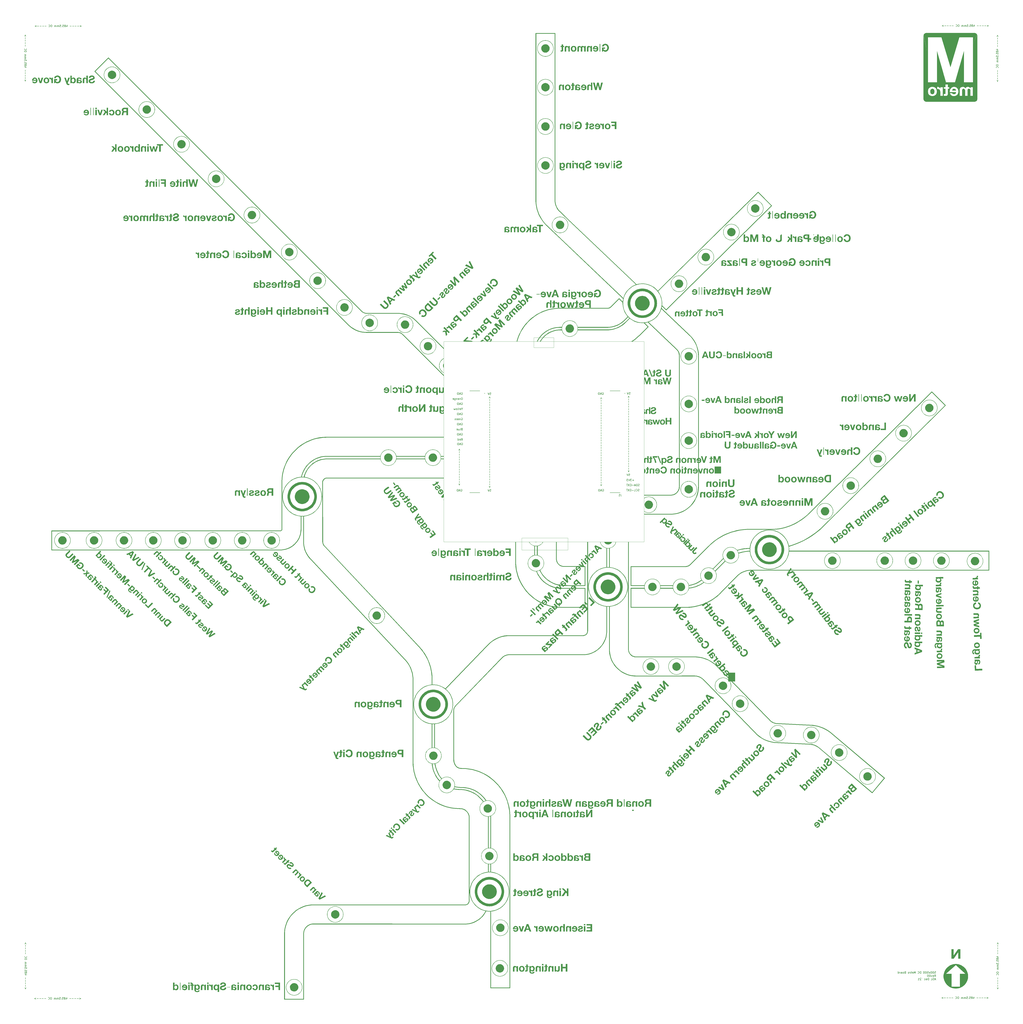
<source format=gbr>
G04 #@! TF.GenerationSoftware,KiCad,Pcbnew,(5.1.9)-1*
G04 #@! TF.CreationDate,2021-12-31T22:52:58-05:00*
G04 #@! TF.ProjectId,500x500-dc-metro-map-dev,35303078-3530-4302-9d64-632d6d657472,rev?*
G04 #@! TF.SameCoordinates,Original*
G04 #@! TF.FileFunction,Legend,Bot*
G04 #@! TF.FilePolarity,Positive*
%FSLAX46Y46*%
G04 Gerber Fmt 4.6, Leading zero omitted, Abs format (unit mm)*
G04 Created by KiCad (PCBNEW (5.1.9)-1) date 2021-12-31 22:52:58*
%MOMM*%
%LPD*%
G01*
G04 APERTURE LIST*
%ADD10C,0.150000*%
%ADD11C,0.100000*%
%ADD12C,0.200000*%
%ADD13C,0.120000*%
G04 APERTURE END LIST*
D10*
X111925333Y-520041214D02*
X112687238Y-520326928D01*
X111925333Y-520612642D01*
X111449142Y-520326928D02*
X110687238Y-520326928D01*
X110211047Y-520326928D02*
X109449142Y-520326928D01*
X108972952Y-520326928D02*
X108211047Y-520326928D01*
X107734857Y-520326928D02*
X106972952Y-520326928D01*
X105306285Y-520041214D02*
X105306285Y-520707880D01*
X105544380Y-519660261D02*
X105782476Y-520374547D01*
X105163428Y-520374547D01*
X104639619Y-520136452D02*
X104734857Y-520088833D01*
X104782476Y-520041214D01*
X104830095Y-519945976D01*
X104830095Y-519898357D01*
X104782476Y-519803119D01*
X104734857Y-519755500D01*
X104639619Y-519707880D01*
X104449142Y-519707880D01*
X104353904Y-519755500D01*
X104306285Y-519803119D01*
X104258666Y-519898357D01*
X104258666Y-519945976D01*
X104306285Y-520041214D01*
X104353904Y-520088833D01*
X104449142Y-520136452D01*
X104639619Y-520136452D01*
X104734857Y-520184071D01*
X104782476Y-520231690D01*
X104830095Y-520326928D01*
X104830095Y-520517404D01*
X104782476Y-520612642D01*
X104734857Y-520660261D01*
X104639619Y-520707880D01*
X104449142Y-520707880D01*
X104353904Y-520660261D01*
X104306285Y-520612642D01*
X104258666Y-520517404D01*
X104258666Y-520326928D01*
X104306285Y-520231690D01*
X104353904Y-520184071D01*
X104449142Y-520136452D01*
X103353904Y-519707880D02*
X103830095Y-519707880D01*
X103877714Y-520184071D01*
X103830095Y-520136452D01*
X103734857Y-520088833D01*
X103496761Y-520088833D01*
X103401523Y-520136452D01*
X103353904Y-520184071D01*
X103306285Y-520279309D01*
X103306285Y-520517404D01*
X103353904Y-520612642D01*
X103401523Y-520660261D01*
X103496761Y-520707880D01*
X103734857Y-520707880D01*
X103830095Y-520660261D01*
X103877714Y-520612642D01*
X102877714Y-520612642D02*
X102830095Y-520660261D01*
X102877714Y-520707880D01*
X102925333Y-520660261D01*
X102877714Y-520612642D01*
X102877714Y-520707880D01*
X101925333Y-519707880D02*
X102401523Y-519707880D01*
X102449142Y-520184071D01*
X102401523Y-520136452D01*
X102306285Y-520088833D01*
X102068190Y-520088833D01*
X101972952Y-520136452D01*
X101925333Y-520184071D01*
X101877714Y-520279309D01*
X101877714Y-520517404D01*
X101925333Y-520612642D01*
X101972952Y-520660261D01*
X102068190Y-520707880D01*
X102306285Y-520707880D01*
X102401523Y-520660261D01*
X102449142Y-520612642D01*
X101449142Y-520707880D02*
X101449142Y-520041214D01*
X101449142Y-520136452D02*
X101401523Y-520088833D01*
X101306285Y-520041214D01*
X101163428Y-520041214D01*
X101068190Y-520088833D01*
X101020571Y-520184071D01*
X101020571Y-520707880D01*
X101020571Y-520184071D02*
X100972952Y-520088833D01*
X100877714Y-520041214D01*
X100734857Y-520041214D01*
X100639619Y-520088833D01*
X100592000Y-520184071D01*
X100592000Y-520707880D01*
X100115809Y-520707880D02*
X100115809Y-520041214D01*
X100115809Y-520136452D02*
X100068190Y-520088833D01*
X99972952Y-520041214D01*
X99830095Y-520041214D01*
X99734857Y-520088833D01*
X99687238Y-520184071D01*
X99687238Y-520707880D01*
X99687238Y-520184071D02*
X99639619Y-520088833D01*
X99544380Y-520041214D01*
X99401523Y-520041214D01*
X99306285Y-520088833D01*
X99258666Y-520184071D01*
X99258666Y-520707880D01*
X97830095Y-519707880D02*
X97639619Y-519707880D01*
X97544380Y-519755500D01*
X97449142Y-519850738D01*
X97401523Y-520041214D01*
X97401523Y-520374547D01*
X97449142Y-520565023D01*
X97544380Y-520660261D01*
X97639619Y-520707880D01*
X97830095Y-520707880D01*
X97925333Y-520660261D01*
X98020571Y-520565023D01*
X98068190Y-520374547D01*
X98068190Y-520041214D01*
X98020571Y-519850738D01*
X97925333Y-519755500D01*
X97830095Y-519707880D01*
X96401523Y-520612642D02*
X96449142Y-520660261D01*
X96592000Y-520707880D01*
X96687238Y-520707880D01*
X96830095Y-520660261D01*
X96925333Y-520565023D01*
X96972952Y-520469785D01*
X97020571Y-520279309D01*
X97020571Y-520136452D01*
X96972952Y-519945976D01*
X96925333Y-519850738D01*
X96830095Y-519755500D01*
X96687238Y-519707880D01*
X96592000Y-519707880D01*
X96449142Y-519755500D01*
X96401523Y-519803119D01*
X95211047Y-520326928D02*
X94449142Y-520326928D01*
X93972952Y-520326928D02*
X93211047Y-520326928D01*
X92734857Y-520326928D02*
X91972952Y-520326928D01*
X91496761Y-520326928D02*
X90734857Y-520326928D01*
X90258666Y-520041214D02*
X89496761Y-520326928D01*
X90258666Y-520612642D01*
X85304285Y-514769333D02*
X85018571Y-515531238D01*
X84732857Y-514769333D01*
X85018571Y-514293142D02*
X85018571Y-513531238D01*
X85018571Y-513055047D02*
X85018571Y-512293142D01*
X85018571Y-511816952D02*
X85018571Y-511055047D01*
X85018571Y-510578857D02*
X85018571Y-509816952D01*
X85304285Y-508150285D02*
X84637619Y-508150285D01*
X85685238Y-508388380D02*
X84970952Y-508626476D01*
X84970952Y-508007428D01*
X85209047Y-507483619D02*
X85256666Y-507578857D01*
X85304285Y-507626476D01*
X85399523Y-507674095D01*
X85447142Y-507674095D01*
X85542380Y-507626476D01*
X85590000Y-507578857D01*
X85637619Y-507483619D01*
X85637619Y-507293142D01*
X85590000Y-507197904D01*
X85542380Y-507150285D01*
X85447142Y-507102666D01*
X85399523Y-507102666D01*
X85304285Y-507150285D01*
X85256666Y-507197904D01*
X85209047Y-507293142D01*
X85209047Y-507483619D01*
X85161428Y-507578857D01*
X85113809Y-507626476D01*
X85018571Y-507674095D01*
X84828095Y-507674095D01*
X84732857Y-507626476D01*
X84685238Y-507578857D01*
X84637619Y-507483619D01*
X84637619Y-507293142D01*
X84685238Y-507197904D01*
X84732857Y-507150285D01*
X84828095Y-507102666D01*
X85018571Y-507102666D01*
X85113809Y-507150285D01*
X85161428Y-507197904D01*
X85209047Y-507293142D01*
X85637619Y-506197904D02*
X85637619Y-506674095D01*
X85161428Y-506721714D01*
X85209047Y-506674095D01*
X85256666Y-506578857D01*
X85256666Y-506340761D01*
X85209047Y-506245523D01*
X85161428Y-506197904D01*
X85066190Y-506150285D01*
X84828095Y-506150285D01*
X84732857Y-506197904D01*
X84685238Y-506245523D01*
X84637619Y-506340761D01*
X84637619Y-506578857D01*
X84685238Y-506674095D01*
X84732857Y-506721714D01*
X84732857Y-505721714D02*
X84685238Y-505674095D01*
X84637619Y-505721714D01*
X84685238Y-505769333D01*
X84732857Y-505721714D01*
X84637619Y-505721714D01*
X85637619Y-504769333D02*
X85637619Y-505245523D01*
X85161428Y-505293142D01*
X85209047Y-505245523D01*
X85256666Y-505150285D01*
X85256666Y-504912190D01*
X85209047Y-504816952D01*
X85161428Y-504769333D01*
X85066190Y-504721714D01*
X84828095Y-504721714D01*
X84732857Y-504769333D01*
X84685238Y-504816952D01*
X84637619Y-504912190D01*
X84637619Y-505150285D01*
X84685238Y-505245523D01*
X84732857Y-505293142D01*
X84637619Y-504293142D02*
X85304285Y-504293142D01*
X85209047Y-504293142D02*
X85256666Y-504245523D01*
X85304285Y-504150285D01*
X85304285Y-504007428D01*
X85256666Y-503912190D01*
X85161428Y-503864571D01*
X84637619Y-503864571D01*
X85161428Y-503864571D02*
X85256666Y-503816952D01*
X85304285Y-503721714D01*
X85304285Y-503578857D01*
X85256666Y-503483619D01*
X85161428Y-503436000D01*
X84637619Y-503436000D01*
X84637619Y-502959809D02*
X85304285Y-502959809D01*
X85209047Y-502959809D02*
X85256666Y-502912190D01*
X85304285Y-502816952D01*
X85304285Y-502674095D01*
X85256666Y-502578857D01*
X85161428Y-502531238D01*
X84637619Y-502531238D01*
X85161428Y-502531238D02*
X85256666Y-502483619D01*
X85304285Y-502388380D01*
X85304285Y-502245523D01*
X85256666Y-502150285D01*
X85161428Y-502102666D01*
X84637619Y-502102666D01*
X85637619Y-500674095D02*
X85637619Y-500483619D01*
X85590000Y-500388380D01*
X85494761Y-500293142D01*
X85304285Y-500245523D01*
X84970952Y-500245523D01*
X84780476Y-500293142D01*
X84685238Y-500388380D01*
X84637619Y-500483619D01*
X84637619Y-500674095D01*
X84685238Y-500769333D01*
X84780476Y-500864571D01*
X84970952Y-500912190D01*
X85304285Y-500912190D01*
X85494761Y-500864571D01*
X85590000Y-500769333D01*
X85637619Y-500674095D01*
X84732857Y-499245523D02*
X84685238Y-499293142D01*
X84637619Y-499436000D01*
X84637619Y-499531238D01*
X84685238Y-499674095D01*
X84780476Y-499769333D01*
X84875714Y-499816952D01*
X85066190Y-499864571D01*
X85209047Y-499864571D01*
X85399523Y-499816952D01*
X85494761Y-499769333D01*
X85590000Y-499674095D01*
X85637619Y-499531238D01*
X85637619Y-499436000D01*
X85590000Y-499293142D01*
X85542380Y-499245523D01*
X85018571Y-498055047D02*
X85018571Y-497293142D01*
X85018571Y-496816952D02*
X85018571Y-496055047D01*
X85018571Y-495578857D02*
X85018571Y-494816952D01*
X85018571Y-494340761D02*
X85018571Y-493578857D01*
X85304285Y-493102666D02*
X85018571Y-492340761D01*
X84732857Y-493102666D01*
X85177285Y-61760333D02*
X84891571Y-62522238D01*
X84605857Y-61760333D01*
X84891571Y-61284142D02*
X84891571Y-60522238D01*
X84891571Y-60046047D02*
X84891571Y-59284142D01*
X84891571Y-58807952D02*
X84891571Y-58046047D01*
X84891571Y-57569857D02*
X84891571Y-56807952D01*
X85177285Y-55141285D02*
X84510619Y-55141285D01*
X85558238Y-55379380D02*
X84843952Y-55617476D01*
X84843952Y-54998428D01*
X85082047Y-54474619D02*
X85129666Y-54569857D01*
X85177285Y-54617476D01*
X85272523Y-54665095D01*
X85320142Y-54665095D01*
X85415380Y-54617476D01*
X85463000Y-54569857D01*
X85510619Y-54474619D01*
X85510619Y-54284142D01*
X85463000Y-54188904D01*
X85415380Y-54141285D01*
X85320142Y-54093666D01*
X85272523Y-54093666D01*
X85177285Y-54141285D01*
X85129666Y-54188904D01*
X85082047Y-54284142D01*
X85082047Y-54474619D01*
X85034428Y-54569857D01*
X84986809Y-54617476D01*
X84891571Y-54665095D01*
X84701095Y-54665095D01*
X84605857Y-54617476D01*
X84558238Y-54569857D01*
X84510619Y-54474619D01*
X84510619Y-54284142D01*
X84558238Y-54188904D01*
X84605857Y-54141285D01*
X84701095Y-54093666D01*
X84891571Y-54093666D01*
X84986809Y-54141285D01*
X85034428Y-54188904D01*
X85082047Y-54284142D01*
X85510619Y-53188904D02*
X85510619Y-53665095D01*
X85034428Y-53712714D01*
X85082047Y-53665095D01*
X85129666Y-53569857D01*
X85129666Y-53331761D01*
X85082047Y-53236523D01*
X85034428Y-53188904D01*
X84939190Y-53141285D01*
X84701095Y-53141285D01*
X84605857Y-53188904D01*
X84558238Y-53236523D01*
X84510619Y-53331761D01*
X84510619Y-53569857D01*
X84558238Y-53665095D01*
X84605857Y-53712714D01*
X84605857Y-52712714D02*
X84558238Y-52665095D01*
X84510619Y-52712714D01*
X84558238Y-52760333D01*
X84605857Y-52712714D01*
X84510619Y-52712714D01*
X85510619Y-51760333D02*
X85510619Y-52236523D01*
X85034428Y-52284142D01*
X85082047Y-52236523D01*
X85129666Y-52141285D01*
X85129666Y-51903190D01*
X85082047Y-51807952D01*
X85034428Y-51760333D01*
X84939190Y-51712714D01*
X84701095Y-51712714D01*
X84605857Y-51760333D01*
X84558238Y-51807952D01*
X84510619Y-51903190D01*
X84510619Y-52141285D01*
X84558238Y-52236523D01*
X84605857Y-52284142D01*
X84510619Y-51284142D02*
X85177285Y-51284142D01*
X85082047Y-51284142D02*
X85129666Y-51236523D01*
X85177285Y-51141285D01*
X85177285Y-50998428D01*
X85129666Y-50903190D01*
X85034428Y-50855571D01*
X84510619Y-50855571D01*
X85034428Y-50855571D02*
X85129666Y-50807952D01*
X85177285Y-50712714D01*
X85177285Y-50569857D01*
X85129666Y-50474619D01*
X85034428Y-50427000D01*
X84510619Y-50427000D01*
X84510619Y-49950809D02*
X85177285Y-49950809D01*
X85082047Y-49950809D02*
X85129666Y-49903190D01*
X85177285Y-49807952D01*
X85177285Y-49665095D01*
X85129666Y-49569857D01*
X85034428Y-49522238D01*
X84510619Y-49522238D01*
X85034428Y-49522238D02*
X85129666Y-49474619D01*
X85177285Y-49379380D01*
X85177285Y-49236523D01*
X85129666Y-49141285D01*
X85034428Y-49093666D01*
X84510619Y-49093666D01*
X85510619Y-47665095D02*
X85510619Y-47474619D01*
X85463000Y-47379380D01*
X85367761Y-47284142D01*
X85177285Y-47236523D01*
X84843952Y-47236523D01*
X84653476Y-47284142D01*
X84558238Y-47379380D01*
X84510619Y-47474619D01*
X84510619Y-47665095D01*
X84558238Y-47760333D01*
X84653476Y-47855571D01*
X84843952Y-47903190D01*
X85177285Y-47903190D01*
X85367761Y-47855571D01*
X85463000Y-47760333D01*
X85510619Y-47665095D01*
X84605857Y-46236523D02*
X84558238Y-46284142D01*
X84510619Y-46427000D01*
X84510619Y-46522238D01*
X84558238Y-46665095D01*
X84653476Y-46760333D01*
X84748714Y-46807952D01*
X84939190Y-46855571D01*
X85082047Y-46855571D01*
X85272523Y-46807952D01*
X85367761Y-46760333D01*
X85463000Y-46665095D01*
X85510619Y-46522238D01*
X85510619Y-46427000D01*
X85463000Y-46284142D01*
X85415380Y-46236523D01*
X84891571Y-45046047D02*
X84891571Y-44284142D01*
X84891571Y-43807952D02*
X84891571Y-43046047D01*
X84891571Y-42569857D02*
X84891571Y-41807952D01*
X84891571Y-41331761D02*
X84891571Y-40569857D01*
X85177285Y-40093666D02*
X84891571Y-39331761D01*
X84605857Y-40093666D01*
X112115833Y-34710714D02*
X112877738Y-34996428D01*
X112115833Y-35282142D01*
X111639642Y-34996428D02*
X110877738Y-34996428D01*
X110401547Y-34996428D02*
X109639642Y-34996428D01*
X109163452Y-34996428D02*
X108401547Y-34996428D01*
X107925357Y-34996428D02*
X107163452Y-34996428D01*
X105496785Y-34710714D02*
X105496785Y-35377380D01*
X105734880Y-34329761D02*
X105972976Y-35044047D01*
X105353928Y-35044047D01*
X104830119Y-34805952D02*
X104925357Y-34758333D01*
X104972976Y-34710714D01*
X105020595Y-34615476D01*
X105020595Y-34567857D01*
X104972976Y-34472619D01*
X104925357Y-34425000D01*
X104830119Y-34377380D01*
X104639642Y-34377380D01*
X104544404Y-34425000D01*
X104496785Y-34472619D01*
X104449166Y-34567857D01*
X104449166Y-34615476D01*
X104496785Y-34710714D01*
X104544404Y-34758333D01*
X104639642Y-34805952D01*
X104830119Y-34805952D01*
X104925357Y-34853571D01*
X104972976Y-34901190D01*
X105020595Y-34996428D01*
X105020595Y-35186904D01*
X104972976Y-35282142D01*
X104925357Y-35329761D01*
X104830119Y-35377380D01*
X104639642Y-35377380D01*
X104544404Y-35329761D01*
X104496785Y-35282142D01*
X104449166Y-35186904D01*
X104449166Y-34996428D01*
X104496785Y-34901190D01*
X104544404Y-34853571D01*
X104639642Y-34805952D01*
X103544404Y-34377380D02*
X104020595Y-34377380D01*
X104068214Y-34853571D01*
X104020595Y-34805952D01*
X103925357Y-34758333D01*
X103687261Y-34758333D01*
X103592023Y-34805952D01*
X103544404Y-34853571D01*
X103496785Y-34948809D01*
X103496785Y-35186904D01*
X103544404Y-35282142D01*
X103592023Y-35329761D01*
X103687261Y-35377380D01*
X103925357Y-35377380D01*
X104020595Y-35329761D01*
X104068214Y-35282142D01*
X103068214Y-35282142D02*
X103020595Y-35329761D01*
X103068214Y-35377380D01*
X103115833Y-35329761D01*
X103068214Y-35282142D01*
X103068214Y-35377380D01*
X102115833Y-34377380D02*
X102592023Y-34377380D01*
X102639642Y-34853571D01*
X102592023Y-34805952D01*
X102496785Y-34758333D01*
X102258690Y-34758333D01*
X102163452Y-34805952D01*
X102115833Y-34853571D01*
X102068214Y-34948809D01*
X102068214Y-35186904D01*
X102115833Y-35282142D01*
X102163452Y-35329761D01*
X102258690Y-35377380D01*
X102496785Y-35377380D01*
X102592023Y-35329761D01*
X102639642Y-35282142D01*
X101639642Y-35377380D02*
X101639642Y-34710714D01*
X101639642Y-34805952D02*
X101592023Y-34758333D01*
X101496785Y-34710714D01*
X101353928Y-34710714D01*
X101258690Y-34758333D01*
X101211071Y-34853571D01*
X101211071Y-35377380D01*
X101211071Y-34853571D02*
X101163452Y-34758333D01*
X101068214Y-34710714D01*
X100925357Y-34710714D01*
X100830119Y-34758333D01*
X100782500Y-34853571D01*
X100782500Y-35377380D01*
X100306309Y-35377380D02*
X100306309Y-34710714D01*
X100306309Y-34805952D02*
X100258690Y-34758333D01*
X100163452Y-34710714D01*
X100020595Y-34710714D01*
X99925357Y-34758333D01*
X99877738Y-34853571D01*
X99877738Y-35377380D01*
X99877738Y-34853571D02*
X99830119Y-34758333D01*
X99734880Y-34710714D01*
X99592023Y-34710714D01*
X99496785Y-34758333D01*
X99449166Y-34853571D01*
X99449166Y-35377380D01*
X98020595Y-34377380D02*
X97830119Y-34377380D01*
X97734880Y-34425000D01*
X97639642Y-34520238D01*
X97592023Y-34710714D01*
X97592023Y-35044047D01*
X97639642Y-35234523D01*
X97734880Y-35329761D01*
X97830119Y-35377380D01*
X98020595Y-35377380D01*
X98115833Y-35329761D01*
X98211071Y-35234523D01*
X98258690Y-35044047D01*
X98258690Y-34710714D01*
X98211071Y-34520238D01*
X98115833Y-34425000D01*
X98020595Y-34377380D01*
X96592023Y-35282142D02*
X96639642Y-35329761D01*
X96782500Y-35377380D01*
X96877738Y-35377380D01*
X97020595Y-35329761D01*
X97115833Y-35234523D01*
X97163452Y-35139285D01*
X97211071Y-34948809D01*
X97211071Y-34805952D01*
X97163452Y-34615476D01*
X97115833Y-34520238D01*
X97020595Y-34425000D01*
X96877738Y-34377380D01*
X96782500Y-34377380D01*
X96639642Y-34425000D01*
X96592023Y-34472619D01*
X95401547Y-34996428D02*
X94639642Y-34996428D01*
X94163452Y-34996428D02*
X93401547Y-34996428D01*
X92925357Y-34996428D02*
X92163452Y-34996428D01*
X91687261Y-34996428D02*
X90925357Y-34996428D01*
X90449166Y-34710714D02*
X89687261Y-34996428D01*
X90449166Y-35282142D01*
X564934333Y-34583714D02*
X565696238Y-34869428D01*
X564934333Y-35155142D01*
X564458142Y-34869428D02*
X563696238Y-34869428D01*
X563220047Y-34869428D02*
X562458142Y-34869428D01*
X561981952Y-34869428D02*
X561220047Y-34869428D01*
X560743857Y-34869428D02*
X559981952Y-34869428D01*
X558315285Y-34583714D02*
X558315285Y-35250380D01*
X558553380Y-34202761D02*
X558791476Y-34917047D01*
X558172428Y-34917047D01*
X557648619Y-34678952D02*
X557743857Y-34631333D01*
X557791476Y-34583714D01*
X557839095Y-34488476D01*
X557839095Y-34440857D01*
X557791476Y-34345619D01*
X557743857Y-34298000D01*
X557648619Y-34250380D01*
X557458142Y-34250380D01*
X557362904Y-34298000D01*
X557315285Y-34345619D01*
X557267666Y-34440857D01*
X557267666Y-34488476D01*
X557315285Y-34583714D01*
X557362904Y-34631333D01*
X557458142Y-34678952D01*
X557648619Y-34678952D01*
X557743857Y-34726571D01*
X557791476Y-34774190D01*
X557839095Y-34869428D01*
X557839095Y-35059904D01*
X557791476Y-35155142D01*
X557743857Y-35202761D01*
X557648619Y-35250380D01*
X557458142Y-35250380D01*
X557362904Y-35202761D01*
X557315285Y-35155142D01*
X557267666Y-35059904D01*
X557267666Y-34869428D01*
X557315285Y-34774190D01*
X557362904Y-34726571D01*
X557458142Y-34678952D01*
X556362904Y-34250380D02*
X556839095Y-34250380D01*
X556886714Y-34726571D01*
X556839095Y-34678952D01*
X556743857Y-34631333D01*
X556505761Y-34631333D01*
X556410523Y-34678952D01*
X556362904Y-34726571D01*
X556315285Y-34821809D01*
X556315285Y-35059904D01*
X556362904Y-35155142D01*
X556410523Y-35202761D01*
X556505761Y-35250380D01*
X556743857Y-35250380D01*
X556839095Y-35202761D01*
X556886714Y-35155142D01*
X555886714Y-35155142D02*
X555839095Y-35202761D01*
X555886714Y-35250380D01*
X555934333Y-35202761D01*
X555886714Y-35155142D01*
X555886714Y-35250380D01*
X554934333Y-34250380D02*
X555410523Y-34250380D01*
X555458142Y-34726571D01*
X555410523Y-34678952D01*
X555315285Y-34631333D01*
X555077190Y-34631333D01*
X554981952Y-34678952D01*
X554934333Y-34726571D01*
X554886714Y-34821809D01*
X554886714Y-35059904D01*
X554934333Y-35155142D01*
X554981952Y-35202761D01*
X555077190Y-35250380D01*
X555315285Y-35250380D01*
X555410523Y-35202761D01*
X555458142Y-35155142D01*
X554458142Y-35250380D02*
X554458142Y-34583714D01*
X554458142Y-34678952D02*
X554410523Y-34631333D01*
X554315285Y-34583714D01*
X554172428Y-34583714D01*
X554077190Y-34631333D01*
X554029571Y-34726571D01*
X554029571Y-35250380D01*
X554029571Y-34726571D02*
X553981952Y-34631333D01*
X553886714Y-34583714D01*
X553743857Y-34583714D01*
X553648619Y-34631333D01*
X553601000Y-34726571D01*
X553601000Y-35250380D01*
X553124809Y-35250380D02*
X553124809Y-34583714D01*
X553124809Y-34678952D02*
X553077190Y-34631333D01*
X552981952Y-34583714D01*
X552839095Y-34583714D01*
X552743857Y-34631333D01*
X552696238Y-34726571D01*
X552696238Y-35250380D01*
X552696238Y-34726571D02*
X552648619Y-34631333D01*
X552553380Y-34583714D01*
X552410523Y-34583714D01*
X552315285Y-34631333D01*
X552267666Y-34726571D01*
X552267666Y-35250380D01*
X550839095Y-34250380D02*
X550648619Y-34250380D01*
X550553380Y-34298000D01*
X550458142Y-34393238D01*
X550410523Y-34583714D01*
X550410523Y-34917047D01*
X550458142Y-35107523D01*
X550553380Y-35202761D01*
X550648619Y-35250380D01*
X550839095Y-35250380D01*
X550934333Y-35202761D01*
X551029571Y-35107523D01*
X551077190Y-34917047D01*
X551077190Y-34583714D01*
X551029571Y-34393238D01*
X550934333Y-34298000D01*
X550839095Y-34250380D01*
X549410523Y-35155142D02*
X549458142Y-35202761D01*
X549601000Y-35250380D01*
X549696238Y-35250380D01*
X549839095Y-35202761D01*
X549934333Y-35107523D01*
X549981952Y-35012285D01*
X550029571Y-34821809D01*
X550029571Y-34678952D01*
X549981952Y-34488476D01*
X549934333Y-34393238D01*
X549839095Y-34298000D01*
X549696238Y-34250380D01*
X549601000Y-34250380D01*
X549458142Y-34298000D01*
X549410523Y-34345619D01*
X548220047Y-34869428D02*
X547458142Y-34869428D01*
X546981952Y-34869428D02*
X546220047Y-34869428D01*
X545743857Y-34869428D02*
X544981952Y-34869428D01*
X544505761Y-34869428D02*
X543743857Y-34869428D01*
X543267666Y-34583714D02*
X542505761Y-34869428D01*
X543267666Y-35155142D01*
X569888714Y-40284166D02*
X570174428Y-39522261D01*
X570460142Y-40284166D01*
X570174428Y-40760357D02*
X570174428Y-41522261D01*
X570174428Y-41998452D02*
X570174428Y-42760357D01*
X570174428Y-43236547D02*
X570174428Y-43998452D01*
X570174428Y-44474642D02*
X570174428Y-45236547D01*
X569888714Y-46903214D02*
X570555380Y-46903214D01*
X569507761Y-46665119D02*
X570222047Y-46427023D01*
X570222047Y-47046071D01*
X569983952Y-47569880D02*
X569936333Y-47474642D01*
X569888714Y-47427023D01*
X569793476Y-47379404D01*
X569745857Y-47379404D01*
X569650619Y-47427023D01*
X569603000Y-47474642D01*
X569555380Y-47569880D01*
X569555380Y-47760357D01*
X569603000Y-47855595D01*
X569650619Y-47903214D01*
X569745857Y-47950833D01*
X569793476Y-47950833D01*
X569888714Y-47903214D01*
X569936333Y-47855595D01*
X569983952Y-47760357D01*
X569983952Y-47569880D01*
X570031571Y-47474642D01*
X570079190Y-47427023D01*
X570174428Y-47379404D01*
X570364904Y-47379404D01*
X570460142Y-47427023D01*
X570507761Y-47474642D01*
X570555380Y-47569880D01*
X570555380Y-47760357D01*
X570507761Y-47855595D01*
X570460142Y-47903214D01*
X570364904Y-47950833D01*
X570174428Y-47950833D01*
X570079190Y-47903214D01*
X570031571Y-47855595D01*
X569983952Y-47760357D01*
X569555380Y-48855595D02*
X569555380Y-48379404D01*
X570031571Y-48331785D01*
X569983952Y-48379404D01*
X569936333Y-48474642D01*
X569936333Y-48712738D01*
X569983952Y-48807976D01*
X570031571Y-48855595D01*
X570126809Y-48903214D01*
X570364904Y-48903214D01*
X570460142Y-48855595D01*
X570507761Y-48807976D01*
X570555380Y-48712738D01*
X570555380Y-48474642D01*
X570507761Y-48379404D01*
X570460142Y-48331785D01*
X570460142Y-49331785D02*
X570507761Y-49379404D01*
X570555380Y-49331785D01*
X570507761Y-49284166D01*
X570460142Y-49331785D01*
X570555380Y-49331785D01*
X569555380Y-50284166D02*
X569555380Y-49807976D01*
X570031571Y-49760357D01*
X569983952Y-49807976D01*
X569936333Y-49903214D01*
X569936333Y-50141309D01*
X569983952Y-50236547D01*
X570031571Y-50284166D01*
X570126809Y-50331785D01*
X570364904Y-50331785D01*
X570460142Y-50284166D01*
X570507761Y-50236547D01*
X570555380Y-50141309D01*
X570555380Y-49903214D01*
X570507761Y-49807976D01*
X570460142Y-49760357D01*
X570555380Y-50760357D02*
X569888714Y-50760357D01*
X569983952Y-50760357D02*
X569936333Y-50807976D01*
X569888714Y-50903214D01*
X569888714Y-51046071D01*
X569936333Y-51141309D01*
X570031571Y-51188928D01*
X570555380Y-51188928D01*
X570031571Y-51188928D02*
X569936333Y-51236547D01*
X569888714Y-51331785D01*
X569888714Y-51474642D01*
X569936333Y-51569880D01*
X570031571Y-51617500D01*
X570555380Y-51617500D01*
X570555380Y-52093690D02*
X569888714Y-52093690D01*
X569983952Y-52093690D02*
X569936333Y-52141309D01*
X569888714Y-52236547D01*
X569888714Y-52379404D01*
X569936333Y-52474642D01*
X570031571Y-52522261D01*
X570555380Y-52522261D01*
X570031571Y-52522261D02*
X569936333Y-52569880D01*
X569888714Y-52665119D01*
X569888714Y-52807976D01*
X569936333Y-52903214D01*
X570031571Y-52950833D01*
X570555380Y-52950833D01*
X569555380Y-54379404D02*
X569555380Y-54569880D01*
X569603000Y-54665119D01*
X569698238Y-54760357D01*
X569888714Y-54807976D01*
X570222047Y-54807976D01*
X570412523Y-54760357D01*
X570507761Y-54665119D01*
X570555380Y-54569880D01*
X570555380Y-54379404D01*
X570507761Y-54284166D01*
X570412523Y-54188928D01*
X570222047Y-54141309D01*
X569888714Y-54141309D01*
X569698238Y-54188928D01*
X569603000Y-54284166D01*
X569555380Y-54379404D01*
X570460142Y-55807976D02*
X570507761Y-55760357D01*
X570555380Y-55617500D01*
X570555380Y-55522261D01*
X570507761Y-55379404D01*
X570412523Y-55284166D01*
X570317285Y-55236547D01*
X570126809Y-55188928D01*
X569983952Y-55188928D01*
X569793476Y-55236547D01*
X569698238Y-55284166D01*
X569603000Y-55379404D01*
X569555380Y-55522261D01*
X569555380Y-55617500D01*
X569603000Y-55760357D01*
X569650619Y-55807976D01*
X570174428Y-56998452D02*
X570174428Y-57760357D01*
X570174428Y-58236547D02*
X570174428Y-58998452D01*
X570174428Y-59474642D02*
X570174428Y-60236547D01*
X570174428Y-60712738D02*
X570174428Y-61474642D01*
X569888714Y-61950833D02*
X570174428Y-62712738D01*
X570460142Y-61950833D01*
X570015714Y-493102666D02*
X570301428Y-492340761D01*
X570587142Y-493102666D01*
X570301428Y-493578857D02*
X570301428Y-494340761D01*
X570301428Y-494816952D02*
X570301428Y-495578857D01*
X570301428Y-496055047D02*
X570301428Y-496816952D01*
X570301428Y-497293142D02*
X570301428Y-498055047D01*
X570015714Y-499721714D02*
X570682380Y-499721714D01*
X569634761Y-499483619D02*
X570349047Y-499245523D01*
X570349047Y-499864571D01*
X570110952Y-500388380D02*
X570063333Y-500293142D01*
X570015714Y-500245523D01*
X569920476Y-500197904D01*
X569872857Y-500197904D01*
X569777619Y-500245523D01*
X569730000Y-500293142D01*
X569682380Y-500388380D01*
X569682380Y-500578857D01*
X569730000Y-500674095D01*
X569777619Y-500721714D01*
X569872857Y-500769333D01*
X569920476Y-500769333D01*
X570015714Y-500721714D01*
X570063333Y-500674095D01*
X570110952Y-500578857D01*
X570110952Y-500388380D01*
X570158571Y-500293142D01*
X570206190Y-500245523D01*
X570301428Y-500197904D01*
X570491904Y-500197904D01*
X570587142Y-500245523D01*
X570634761Y-500293142D01*
X570682380Y-500388380D01*
X570682380Y-500578857D01*
X570634761Y-500674095D01*
X570587142Y-500721714D01*
X570491904Y-500769333D01*
X570301428Y-500769333D01*
X570206190Y-500721714D01*
X570158571Y-500674095D01*
X570110952Y-500578857D01*
X569682380Y-501674095D02*
X569682380Y-501197904D01*
X570158571Y-501150285D01*
X570110952Y-501197904D01*
X570063333Y-501293142D01*
X570063333Y-501531238D01*
X570110952Y-501626476D01*
X570158571Y-501674095D01*
X570253809Y-501721714D01*
X570491904Y-501721714D01*
X570587142Y-501674095D01*
X570634761Y-501626476D01*
X570682380Y-501531238D01*
X570682380Y-501293142D01*
X570634761Y-501197904D01*
X570587142Y-501150285D01*
X570587142Y-502150285D02*
X570634761Y-502197904D01*
X570682380Y-502150285D01*
X570634761Y-502102666D01*
X570587142Y-502150285D01*
X570682380Y-502150285D01*
X569682380Y-503102666D02*
X569682380Y-502626476D01*
X570158571Y-502578857D01*
X570110952Y-502626476D01*
X570063333Y-502721714D01*
X570063333Y-502959809D01*
X570110952Y-503055047D01*
X570158571Y-503102666D01*
X570253809Y-503150285D01*
X570491904Y-503150285D01*
X570587142Y-503102666D01*
X570634761Y-503055047D01*
X570682380Y-502959809D01*
X570682380Y-502721714D01*
X570634761Y-502626476D01*
X570587142Y-502578857D01*
X570682380Y-503578857D02*
X570015714Y-503578857D01*
X570110952Y-503578857D02*
X570063333Y-503626476D01*
X570015714Y-503721714D01*
X570015714Y-503864571D01*
X570063333Y-503959809D01*
X570158571Y-504007428D01*
X570682380Y-504007428D01*
X570158571Y-504007428D02*
X570063333Y-504055047D01*
X570015714Y-504150285D01*
X570015714Y-504293142D01*
X570063333Y-504388380D01*
X570158571Y-504436000D01*
X570682380Y-504436000D01*
X570682380Y-504912190D02*
X570015714Y-504912190D01*
X570110952Y-504912190D02*
X570063333Y-504959809D01*
X570015714Y-505055047D01*
X570015714Y-505197904D01*
X570063333Y-505293142D01*
X570158571Y-505340761D01*
X570682380Y-505340761D01*
X570158571Y-505340761D02*
X570063333Y-505388380D01*
X570015714Y-505483619D01*
X570015714Y-505626476D01*
X570063333Y-505721714D01*
X570158571Y-505769333D01*
X570682380Y-505769333D01*
X569682380Y-507197904D02*
X569682380Y-507388380D01*
X569730000Y-507483619D01*
X569825238Y-507578857D01*
X570015714Y-507626476D01*
X570349047Y-507626476D01*
X570539523Y-507578857D01*
X570634761Y-507483619D01*
X570682380Y-507388380D01*
X570682380Y-507197904D01*
X570634761Y-507102666D01*
X570539523Y-507007428D01*
X570349047Y-506959809D01*
X570015714Y-506959809D01*
X569825238Y-507007428D01*
X569730000Y-507102666D01*
X569682380Y-507197904D01*
X570587142Y-508626476D02*
X570634761Y-508578857D01*
X570682380Y-508436000D01*
X570682380Y-508340761D01*
X570634761Y-508197904D01*
X570539523Y-508102666D01*
X570444285Y-508055047D01*
X570253809Y-508007428D01*
X570110952Y-508007428D01*
X569920476Y-508055047D01*
X569825238Y-508102666D01*
X569730000Y-508197904D01*
X569682380Y-508340761D01*
X569682380Y-508436000D01*
X569730000Y-508578857D01*
X569777619Y-508626476D01*
X570301428Y-509816952D02*
X570301428Y-510578857D01*
X570301428Y-511055047D02*
X570301428Y-511816952D01*
X570301428Y-512293142D02*
X570301428Y-513055047D01*
X570301428Y-513531238D02*
X570301428Y-514293142D01*
X570015714Y-514769333D02*
X570301428Y-515531238D01*
X570587142Y-514769333D01*
X564743833Y-519723714D02*
X565505738Y-520009428D01*
X564743833Y-520295142D01*
X564267642Y-520009428D02*
X563505738Y-520009428D01*
X563029547Y-520009428D02*
X562267642Y-520009428D01*
X561791452Y-520009428D02*
X561029547Y-520009428D01*
X560553357Y-520009428D02*
X559791452Y-520009428D01*
X558124785Y-519723714D02*
X558124785Y-520390380D01*
X558362880Y-519342761D02*
X558600976Y-520057047D01*
X557981928Y-520057047D01*
X557458119Y-519818952D02*
X557553357Y-519771333D01*
X557600976Y-519723714D01*
X557648595Y-519628476D01*
X557648595Y-519580857D01*
X557600976Y-519485619D01*
X557553357Y-519438000D01*
X557458119Y-519390380D01*
X557267642Y-519390380D01*
X557172404Y-519438000D01*
X557124785Y-519485619D01*
X557077166Y-519580857D01*
X557077166Y-519628476D01*
X557124785Y-519723714D01*
X557172404Y-519771333D01*
X557267642Y-519818952D01*
X557458119Y-519818952D01*
X557553357Y-519866571D01*
X557600976Y-519914190D01*
X557648595Y-520009428D01*
X557648595Y-520199904D01*
X557600976Y-520295142D01*
X557553357Y-520342761D01*
X557458119Y-520390380D01*
X557267642Y-520390380D01*
X557172404Y-520342761D01*
X557124785Y-520295142D01*
X557077166Y-520199904D01*
X557077166Y-520009428D01*
X557124785Y-519914190D01*
X557172404Y-519866571D01*
X557267642Y-519818952D01*
X556172404Y-519390380D02*
X556648595Y-519390380D01*
X556696214Y-519866571D01*
X556648595Y-519818952D01*
X556553357Y-519771333D01*
X556315261Y-519771333D01*
X556220023Y-519818952D01*
X556172404Y-519866571D01*
X556124785Y-519961809D01*
X556124785Y-520199904D01*
X556172404Y-520295142D01*
X556220023Y-520342761D01*
X556315261Y-520390380D01*
X556553357Y-520390380D01*
X556648595Y-520342761D01*
X556696214Y-520295142D01*
X555696214Y-520295142D02*
X555648595Y-520342761D01*
X555696214Y-520390380D01*
X555743833Y-520342761D01*
X555696214Y-520295142D01*
X555696214Y-520390380D01*
X554743833Y-519390380D02*
X555220023Y-519390380D01*
X555267642Y-519866571D01*
X555220023Y-519818952D01*
X555124785Y-519771333D01*
X554886690Y-519771333D01*
X554791452Y-519818952D01*
X554743833Y-519866571D01*
X554696214Y-519961809D01*
X554696214Y-520199904D01*
X554743833Y-520295142D01*
X554791452Y-520342761D01*
X554886690Y-520390380D01*
X555124785Y-520390380D01*
X555220023Y-520342761D01*
X555267642Y-520295142D01*
X554267642Y-520390380D02*
X554267642Y-519723714D01*
X554267642Y-519818952D02*
X554220023Y-519771333D01*
X554124785Y-519723714D01*
X553981928Y-519723714D01*
X553886690Y-519771333D01*
X553839071Y-519866571D01*
X553839071Y-520390380D01*
X553839071Y-519866571D02*
X553791452Y-519771333D01*
X553696214Y-519723714D01*
X553553357Y-519723714D01*
X553458119Y-519771333D01*
X553410500Y-519866571D01*
X553410500Y-520390380D01*
X552934309Y-520390380D02*
X552934309Y-519723714D01*
X552934309Y-519818952D02*
X552886690Y-519771333D01*
X552791452Y-519723714D01*
X552648595Y-519723714D01*
X552553357Y-519771333D01*
X552505738Y-519866571D01*
X552505738Y-520390380D01*
X552505738Y-519866571D02*
X552458119Y-519771333D01*
X552362880Y-519723714D01*
X552220023Y-519723714D01*
X552124785Y-519771333D01*
X552077166Y-519866571D01*
X552077166Y-520390380D01*
X550648595Y-519390380D02*
X550458119Y-519390380D01*
X550362880Y-519438000D01*
X550267642Y-519533238D01*
X550220023Y-519723714D01*
X550220023Y-520057047D01*
X550267642Y-520247523D01*
X550362880Y-520342761D01*
X550458119Y-520390380D01*
X550648595Y-520390380D01*
X550743833Y-520342761D01*
X550839071Y-520247523D01*
X550886690Y-520057047D01*
X550886690Y-519723714D01*
X550839071Y-519533238D01*
X550743833Y-519438000D01*
X550648595Y-519390380D01*
X549220023Y-520295142D02*
X549267642Y-520342761D01*
X549410500Y-520390380D01*
X549505738Y-520390380D01*
X549648595Y-520342761D01*
X549743833Y-520247523D01*
X549791452Y-520152285D01*
X549839071Y-519961809D01*
X549839071Y-519818952D01*
X549791452Y-519628476D01*
X549743833Y-519533238D01*
X549648595Y-519438000D01*
X549505738Y-519390380D01*
X549410500Y-519390380D01*
X549267642Y-519438000D01*
X549220023Y-519485619D01*
X548029547Y-520009428D02*
X547267642Y-520009428D01*
X546791452Y-520009428D02*
X546029547Y-520009428D01*
X545553357Y-520009428D02*
X544791452Y-520009428D01*
X544315261Y-520009428D02*
X543553357Y-520009428D01*
X543077166Y-519723714D02*
X542315261Y-520009428D01*
X543077166Y-520295142D01*
X538785814Y-506767580D02*
X539262004Y-506767580D01*
X539309623Y-507243771D01*
X539262004Y-507196152D01*
X539166766Y-507148533D01*
X538928671Y-507148533D01*
X538833433Y-507196152D01*
X538785814Y-507243771D01*
X538738195Y-507339009D01*
X538738195Y-507577104D01*
X538785814Y-507672342D01*
X538833433Y-507719961D01*
X538928671Y-507767580D01*
X539166766Y-507767580D01*
X539262004Y-507719961D01*
X539309623Y-507672342D01*
X538119147Y-506767580D02*
X538023909Y-506767580D01*
X537928671Y-506815200D01*
X537881052Y-506862819D01*
X537833433Y-506958057D01*
X537785814Y-507148533D01*
X537785814Y-507386628D01*
X537833433Y-507577104D01*
X537881052Y-507672342D01*
X537928671Y-507719961D01*
X538023909Y-507767580D01*
X538119147Y-507767580D01*
X538214385Y-507719961D01*
X538262004Y-507672342D01*
X538309623Y-507577104D01*
X538357242Y-507386628D01*
X538357242Y-507148533D01*
X538309623Y-506958057D01*
X538262004Y-506862819D01*
X538214385Y-506815200D01*
X538119147Y-506767580D01*
X537166766Y-506767580D02*
X537071528Y-506767580D01*
X536976290Y-506815200D01*
X536928671Y-506862819D01*
X536881052Y-506958057D01*
X536833433Y-507148533D01*
X536833433Y-507386628D01*
X536881052Y-507577104D01*
X536928671Y-507672342D01*
X536976290Y-507719961D01*
X537071528Y-507767580D01*
X537166766Y-507767580D01*
X537262004Y-507719961D01*
X537309623Y-507672342D01*
X537357242Y-507577104D01*
X537404861Y-507386628D01*
X537404861Y-507148533D01*
X537357242Y-506958057D01*
X537309623Y-506862819D01*
X537262004Y-506815200D01*
X537166766Y-506767580D01*
X536500100Y-507767580D02*
X535976290Y-507100914D01*
X536500100Y-507100914D02*
X535976290Y-507767580D01*
X535119147Y-506767580D02*
X535595338Y-506767580D01*
X535642957Y-507243771D01*
X535595338Y-507196152D01*
X535500100Y-507148533D01*
X535262004Y-507148533D01*
X535166766Y-507196152D01*
X535119147Y-507243771D01*
X535071528Y-507339009D01*
X535071528Y-507577104D01*
X535119147Y-507672342D01*
X535166766Y-507719961D01*
X535262004Y-507767580D01*
X535500100Y-507767580D01*
X535595338Y-507719961D01*
X535642957Y-507672342D01*
X534452480Y-506767580D02*
X534357242Y-506767580D01*
X534262004Y-506815200D01*
X534214385Y-506862819D01*
X534166766Y-506958057D01*
X534119147Y-507148533D01*
X534119147Y-507386628D01*
X534166766Y-507577104D01*
X534214385Y-507672342D01*
X534262004Y-507719961D01*
X534357242Y-507767580D01*
X534452480Y-507767580D01*
X534547719Y-507719961D01*
X534595338Y-507672342D01*
X534642957Y-507577104D01*
X534690576Y-507386628D01*
X534690576Y-507148533D01*
X534642957Y-506958057D01*
X534595338Y-506862819D01*
X534547719Y-506815200D01*
X534452480Y-506767580D01*
X533500100Y-506767580D02*
X533404861Y-506767580D01*
X533309623Y-506815200D01*
X533262004Y-506862819D01*
X533214385Y-506958057D01*
X533166766Y-507148533D01*
X533166766Y-507386628D01*
X533214385Y-507577104D01*
X533262004Y-507672342D01*
X533309623Y-507719961D01*
X533404861Y-507767580D01*
X533500100Y-507767580D01*
X533595338Y-507719961D01*
X533642957Y-507672342D01*
X533690576Y-507577104D01*
X533738195Y-507386628D01*
X533738195Y-507148533D01*
X533690576Y-506958057D01*
X533642957Y-506862819D01*
X533595338Y-506815200D01*
X533500100Y-506767580D01*
X531976290Y-507767580D02*
X531976290Y-506767580D01*
X531738195Y-506767580D01*
X531595338Y-506815200D01*
X531500100Y-506910438D01*
X531452480Y-507005676D01*
X531404861Y-507196152D01*
X531404861Y-507339009D01*
X531452480Y-507529485D01*
X531500100Y-507624723D01*
X531595338Y-507719961D01*
X531738195Y-507767580D01*
X531976290Y-507767580D01*
X530404861Y-507672342D02*
X530452480Y-507719961D01*
X530595338Y-507767580D01*
X530690576Y-507767580D01*
X530833433Y-507719961D01*
X530928671Y-507624723D01*
X530976290Y-507529485D01*
X531023909Y-507339009D01*
X531023909Y-507196152D01*
X530976290Y-507005676D01*
X530928671Y-506910438D01*
X530833433Y-506815200D01*
X530690576Y-506767580D01*
X530595338Y-506767580D01*
X530452480Y-506815200D01*
X530404861Y-506862819D01*
X529214385Y-507767580D02*
X529214385Y-506767580D01*
X528881052Y-507481866D01*
X528547719Y-506767580D01*
X528547719Y-507767580D01*
X527690576Y-507719961D02*
X527785814Y-507767580D01*
X527976290Y-507767580D01*
X528071528Y-507719961D01*
X528119147Y-507624723D01*
X528119147Y-507243771D01*
X528071528Y-507148533D01*
X527976290Y-507100914D01*
X527785814Y-507100914D01*
X527690576Y-507148533D01*
X527642957Y-507243771D01*
X527642957Y-507339009D01*
X528119147Y-507434247D01*
X527357242Y-507100914D02*
X526976290Y-507100914D01*
X527214385Y-506767580D02*
X527214385Y-507624723D01*
X527166766Y-507719961D01*
X527071528Y-507767580D01*
X526976290Y-507767580D01*
X526642957Y-507767580D02*
X526642957Y-507100914D01*
X526642957Y-507291390D02*
X526595338Y-507196152D01*
X526547719Y-507148533D01*
X526452480Y-507100914D01*
X526357242Y-507100914D01*
X525881052Y-507767580D02*
X525976290Y-507719961D01*
X526023909Y-507672342D01*
X526071528Y-507577104D01*
X526071528Y-507291390D01*
X526023909Y-507196152D01*
X525976290Y-507148533D01*
X525881052Y-507100914D01*
X525738195Y-507100914D01*
X525642957Y-507148533D01*
X525595338Y-507196152D01*
X525547719Y-507291390D01*
X525547719Y-507577104D01*
X525595338Y-507672342D01*
X525642957Y-507719961D01*
X525738195Y-507767580D01*
X525881052Y-507767580D01*
X524023909Y-507243771D02*
X523881052Y-507291390D01*
X523833433Y-507339009D01*
X523785814Y-507434247D01*
X523785814Y-507577104D01*
X523833433Y-507672342D01*
X523881052Y-507719961D01*
X523976290Y-507767580D01*
X524357242Y-507767580D01*
X524357242Y-506767580D01*
X524023909Y-506767580D01*
X523928671Y-506815200D01*
X523881052Y-506862819D01*
X523833433Y-506958057D01*
X523833433Y-507053295D01*
X523881052Y-507148533D01*
X523928671Y-507196152D01*
X524023909Y-507243771D01*
X524357242Y-507243771D01*
X523214385Y-507767580D02*
X523309623Y-507719961D01*
X523357242Y-507672342D01*
X523404861Y-507577104D01*
X523404861Y-507291390D01*
X523357242Y-507196152D01*
X523309623Y-507148533D01*
X523214385Y-507100914D01*
X523071528Y-507100914D01*
X522976290Y-507148533D01*
X522928671Y-507196152D01*
X522881052Y-507291390D01*
X522881052Y-507577104D01*
X522928671Y-507672342D01*
X522976290Y-507719961D01*
X523071528Y-507767580D01*
X523214385Y-507767580D01*
X522023909Y-507767580D02*
X522023909Y-507243771D01*
X522071528Y-507148533D01*
X522166766Y-507100914D01*
X522357242Y-507100914D01*
X522452480Y-507148533D01*
X522023909Y-507719961D02*
X522119147Y-507767580D01*
X522357242Y-507767580D01*
X522452480Y-507719961D01*
X522500100Y-507624723D01*
X522500100Y-507529485D01*
X522452480Y-507434247D01*
X522357242Y-507386628D01*
X522119147Y-507386628D01*
X522023909Y-507339009D01*
X521547719Y-507767580D02*
X521547719Y-507100914D01*
X521547719Y-507291390D02*
X521500100Y-507196152D01*
X521452480Y-507148533D01*
X521357242Y-507100914D01*
X521262004Y-507100914D01*
X520500100Y-507767580D02*
X520500100Y-506767580D01*
X520500100Y-507719961D02*
X520595338Y-507767580D01*
X520785814Y-507767580D01*
X520881052Y-507719961D01*
X520928671Y-507672342D01*
X520976290Y-507577104D01*
X520976290Y-507291390D01*
X520928671Y-507196152D01*
X520881052Y-507148533D01*
X520785814Y-507100914D01*
X520595338Y-507100914D01*
X520500100Y-507148533D01*
X538690576Y-509417580D02*
X539023909Y-508941390D01*
X539262004Y-509417580D02*
X539262004Y-508417580D01*
X538881052Y-508417580D01*
X538785814Y-508465200D01*
X538738195Y-508512819D01*
X538690576Y-508608057D01*
X538690576Y-508750914D01*
X538738195Y-508846152D01*
X538785814Y-508893771D01*
X538881052Y-508941390D01*
X539262004Y-508941390D01*
X537881052Y-509369961D02*
X537976290Y-509417580D01*
X538166766Y-509417580D01*
X538262004Y-509369961D01*
X538309623Y-509274723D01*
X538309623Y-508893771D01*
X538262004Y-508798533D01*
X538166766Y-508750914D01*
X537976290Y-508750914D01*
X537881052Y-508798533D01*
X537833433Y-508893771D01*
X537833433Y-508989009D01*
X538309623Y-509084247D01*
X537500100Y-508750914D02*
X537262004Y-509417580D01*
X537023909Y-508750914D01*
X536452480Y-508417580D02*
X536357242Y-508417580D01*
X536262004Y-508465200D01*
X536214385Y-508512819D01*
X536166766Y-508608057D01*
X536119147Y-508798533D01*
X536119147Y-509036628D01*
X536166766Y-509227104D01*
X536214385Y-509322342D01*
X536262004Y-509369961D01*
X536357242Y-509417580D01*
X536452480Y-509417580D01*
X536547719Y-509369961D01*
X536595338Y-509322342D01*
X536642957Y-509227104D01*
X536690576Y-509036628D01*
X536690576Y-508798533D01*
X536642957Y-508608057D01*
X536595338Y-508512819D01*
X536547719Y-508465200D01*
X536452480Y-508417580D01*
X535500100Y-508417580D02*
X535404861Y-508417580D01*
X535309623Y-508465200D01*
X535262004Y-508512819D01*
X535214385Y-508608057D01*
X535166766Y-508798533D01*
X535166766Y-509036628D01*
X535214385Y-509227104D01*
X535262004Y-509322342D01*
X535309623Y-509369961D01*
X535404861Y-509417580D01*
X535500100Y-509417580D01*
X535595338Y-509369961D01*
X535642957Y-509322342D01*
X535690576Y-509227104D01*
X535738195Y-509036628D01*
X535738195Y-508798533D01*
X535690576Y-508608057D01*
X535642957Y-508512819D01*
X535595338Y-508465200D01*
X535500100Y-508417580D01*
X539309623Y-510781866D02*
X538833433Y-510781866D01*
X539404861Y-511067580D02*
X539071528Y-510067580D01*
X538738195Y-511067580D01*
X538452480Y-511019961D02*
X538309623Y-511067580D01*
X538071528Y-511067580D01*
X537976290Y-511019961D01*
X537928671Y-510972342D01*
X537881052Y-510877104D01*
X537881052Y-510781866D01*
X537928671Y-510686628D01*
X537976290Y-510639009D01*
X538071528Y-510591390D01*
X538262004Y-510543771D01*
X538357242Y-510496152D01*
X538404861Y-510448533D01*
X538452480Y-510353295D01*
X538452480Y-510258057D01*
X538404861Y-510162819D01*
X538357242Y-510115200D01*
X538262004Y-510067580D01*
X538023909Y-510067580D01*
X537881052Y-510115200D01*
X536976290Y-511067580D02*
X537452480Y-511067580D01*
X537452480Y-510067580D01*
X535881052Y-511067580D02*
X535881052Y-510067580D01*
X535642957Y-510067580D01*
X535500100Y-510115200D01*
X535404861Y-510210438D01*
X535357242Y-510305676D01*
X535309623Y-510496152D01*
X535309623Y-510639009D01*
X535357242Y-510829485D01*
X535404861Y-510924723D01*
X535500100Y-511019961D01*
X535642957Y-511067580D01*
X535881052Y-511067580D01*
X534500100Y-511019961D02*
X534595338Y-511067580D01*
X534785814Y-511067580D01*
X534881052Y-511019961D01*
X534928671Y-510924723D01*
X534928671Y-510543771D01*
X534881052Y-510448533D01*
X534785814Y-510400914D01*
X534595338Y-510400914D01*
X534500100Y-510448533D01*
X534452480Y-510543771D01*
X534452480Y-510639009D01*
X534928671Y-510734247D01*
X533595338Y-511019961D02*
X533690576Y-511067580D01*
X533881052Y-511067580D01*
X533976290Y-511019961D01*
X534023909Y-510972342D01*
X534071528Y-510877104D01*
X534071528Y-510591390D01*
X534023909Y-510496152D01*
X533976290Y-510448533D01*
X533881052Y-510400914D01*
X533690576Y-510400914D01*
X533595338Y-510448533D01*
X532357242Y-510067580D02*
X532452480Y-510258057D01*
X531976290Y-510162819D02*
X531928671Y-510115200D01*
X531833433Y-510067580D01*
X531595338Y-510067580D01*
X531500100Y-510115200D01*
X531452480Y-510162819D01*
X531404861Y-510258057D01*
X531404861Y-510353295D01*
X531452480Y-510496152D01*
X532023909Y-511067580D01*
X531404861Y-511067580D01*
X530452480Y-511067580D02*
X531023909Y-511067580D01*
X530738195Y-511067580D02*
X530738195Y-510067580D01*
X530833433Y-510210438D01*
X530928671Y-510305676D01*
X531023909Y-510353295D01*
D11*
G04 #@! TO.C,500x500-Back*
G36*
X102925000Y-289633400D02*
G01*
X102542000Y-289773400D01*
X102197000Y-289982400D01*
X101899000Y-290251400D01*
X101657000Y-290574400D01*
X101479000Y-290941400D01*
X101376000Y-291345400D01*
X101358000Y-291560400D01*
X101354000Y-291775400D01*
X101417000Y-292188400D01*
X101557000Y-292571400D01*
X101766000Y-292916400D01*
X102036000Y-293214400D01*
X102359000Y-293456400D01*
X102726000Y-293633400D01*
X103130000Y-293737400D01*
X103345000Y-293755400D01*
X103560000Y-293758400D01*
X103972000Y-293695400D01*
X104355000Y-293555400D01*
X104700000Y-293346400D01*
X104998000Y-293076400D01*
X105240000Y-292754400D01*
X105418000Y-292387400D01*
X105522000Y-291982400D01*
X105540000Y-291768400D01*
X105543000Y-291553400D01*
X105480000Y-291140400D01*
X105340000Y-290757400D01*
X105131000Y-290412400D01*
X104861000Y-290114400D01*
X104539000Y-289872400D01*
X104171000Y-289695400D01*
X103767000Y-289591400D01*
X103553000Y-289573400D01*
X103337000Y-289569400D01*
X102925000Y-289633400D01*
G37*
G36*
X103654000Y-287774400D02*
G01*
X104046000Y-287814400D01*
X104426000Y-287892400D01*
X104791000Y-288006400D01*
X105311000Y-288236400D01*
X105932000Y-288656400D01*
X106461000Y-289185400D01*
X106881000Y-289807400D01*
X107111000Y-290326400D01*
X107225000Y-290692400D01*
X107303000Y-291071400D01*
X107343000Y-291464400D01*
X107346000Y-291664400D01*
X107343000Y-291864400D01*
X107303000Y-292257400D01*
X107225000Y-292636400D01*
X107111000Y-293002400D01*
X106881000Y-293521400D01*
X106461000Y-294143400D01*
X105932000Y-294671400D01*
X105311000Y-295092400D01*
X104791000Y-295322400D01*
X104426000Y-295436400D01*
X104046000Y-295514400D01*
X103654000Y-295554400D01*
X103453000Y-295557400D01*
X103253000Y-295554400D01*
X102861000Y-295514400D01*
X102481000Y-295436400D01*
X102115000Y-295322400D01*
X101596000Y-295092400D01*
X100974000Y-294671400D01*
X100446000Y-294143400D01*
X100025000Y-293521400D01*
X99795000Y-293002400D01*
X99681000Y-292636400D01*
X99603000Y-292257400D01*
X99563000Y-291864400D01*
X99560000Y-291664400D01*
X99563000Y-291464400D01*
X99603000Y-291071400D01*
X99681000Y-290692400D01*
X99795000Y-290326400D01*
X100025000Y-289807400D01*
X100446000Y-289185400D01*
X100974000Y-288656400D01*
X101596000Y-288236400D01*
X102115000Y-288006400D01*
X102481000Y-287892400D01*
X102861000Y-287814400D01*
X103235000Y-287776400D01*
X102389000Y-287736400D01*
X102055000Y-287840400D01*
X101690000Y-287995400D01*
X101344000Y-288183400D01*
X100862000Y-288520400D01*
X100309000Y-289073400D01*
X99972000Y-289554400D01*
X99784000Y-289900400D01*
X99629000Y-290265400D01*
X99510000Y-290647400D01*
X99429000Y-291044400D01*
X99387000Y-291454400D01*
X99383000Y-291664400D01*
X99387000Y-291874400D01*
X99429000Y-292283400D01*
X99510000Y-292680400D01*
X99629000Y-293062400D01*
X99784000Y-293427400D01*
X99972000Y-293773400D01*
X100309000Y-294255400D01*
X100862000Y-294808400D01*
X101344000Y-295145400D01*
X101690000Y-295333400D01*
X102055000Y-295488400D01*
X102437000Y-295607400D01*
X102834000Y-295688400D01*
X103244000Y-295730400D01*
X103453000Y-295733400D01*
X103663000Y-295730400D01*
X104073000Y-295688400D01*
X104470000Y-295607400D01*
X104852000Y-295488400D01*
X105217000Y-295333400D01*
X105563000Y-295145400D01*
X106044000Y-294808400D01*
X106597000Y-294255400D01*
X106934000Y-293773400D01*
X107122000Y-293427400D01*
X107277000Y-293062400D01*
X107396000Y-292680400D01*
X107477000Y-292283400D01*
X107519000Y-291874400D01*
X107523000Y-291664400D01*
X107519000Y-291454400D01*
X107477000Y-291044400D01*
X107396000Y-290647400D01*
X107277000Y-290265400D01*
X107122000Y-289900400D01*
X106934000Y-289554400D01*
X106597000Y-289073400D01*
X106044000Y-288520400D01*
X105563000Y-288183400D01*
X105217000Y-287995400D01*
X104852000Y-287840400D01*
X104512000Y-287734400D01*
X103654000Y-287774400D01*
G37*
G36*
X103244000Y-287598400D02*
G01*
X102834000Y-287640400D01*
X102437000Y-287721400D01*
X102389000Y-287736400D01*
X103235000Y-287776400D01*
X103253000Y-287774400D01*
X103453000Y-287771400D01*
X103654000Y-287774400D01*
X104512000Y-287734400D01*
X104470000Y-287721400D01*
X104073000Y-287640400D01*
X103663000Y-287598400D01*
X103453000Y-287594400D01*
X103244000Y-287598400D01*
G37*
G36*
X118718000Y-289633400D02*
G01*
X118335000Y-289773400D01*
X117990000Y-289982400D01*
X117692000Y-290251400D01*
X117450000Y-290574400D01*
X117272000Y-290941400D01*
X117169000Y-291345400D01*
X117151000Y-291560400D01*
X117147000Y-291775400D01*
X117210000Y-292188400D01*
X117350000Y-292571400D01*
X117559000Y-292916400D01*
X117829000Y-293214400D01*
X118152000Y-293456400D01*
X118519000Y-293633400D01*
X118923000Y-293737400D01*
X119138000Y-293755400D01*
X119353000Y-293758400D01*
X119765000Y-293695400D01*
X120148000Y-293555400D01*
X120493000Y-293346400D01*
X120791000Y-293076400D01*
X121033000Y-292754400D01*
X121211000Y-292387400D01*
X121315000Y-291982400D01*
X121333000Y-291768400D01*
X121336000Y-291553400D01*
X121273000Y-291140400D01*
X121133000Y-290757400D01*
X120924000Y-290412400D01*
X120654000Y-290114400D01*
X120332000Y-289872400D01*
X119964000Y-289695400D01*
X119560000Y-289591400D01*
X119346000Y-289573400D01*
X119130000Y-289569400D01*
X118718000Y-289633400D01*
G37*
G36*
X119446000Y-287774400D02*
G01*
X119839000Y-287814400D01*
X120218000Y-287892400D01*
X120584000Y-288006400D01*
X121103000Y-288236400D01*
X121725000Y-288656400D01*
X122254000Y-289185400D01*
X122674000Y-289807400D01*
X122904000Y-290326400D01*
X123018000Y-290692400D01*
X123096000Y-291071400D01*
X123136000Y-291464400D01*
X123139000Y-291664400D01*
X123136000Y-291864400D01*
X123096000Y-292257400D01*
X123018000Y-292636400D01*
X122904000Y-293002400D01*
X122674000Y-293521400D01*
X122254000Y-294143400D01*
X121725000Y-294671400D01*
X121103000Y-295092400D01*
X120584000Y-295322400D01*
X120218000Y-295436400D01*
X119839000Y-295514400D01*
X119446000Y-295554400D01*
X119246000Y-295557400D01*
X119045000Y-295554400D01*
X118653000Y-295514400D01*
X118274000Y-295436400D01*
X117908000Y-295322400D01*
X117389000Y-295092400D01*
X116767000Y-294671400D01*
X116238000Y-294143400D01*
X115818000Y-293521400D01*
X115588000Y-293002400D01*
X115474000Y-292636400D01*
X115396000Y-292257400D01*
X115356000Y-291864400D01*
X115353000Y-291664400D01*
X115356000Y-291464400D01*
X115396000Y-291071400D01*
X115474000Y-290692400D01*
X115588000Y-290326400D01*
X115818000Y-289807400D01*
X116238000Y-289185400D01*
X116767000Y-288656400D01*
X117389000Y-288236400D01*
X117908000Y-288006400D01*
X118274000Y-287892400D01*
X118653000Y-287814400D01*
X119028000Y-287776400D01*
X118182000Y-287736400D01*
X117847000Y-287840400D01*
X117482000Y-287995400D01*
X117136000Y-288183400D01*
X116655000Y-288520400D01*
X116102000Y-289073400D01*
X115765000Y-289554400D01*
X115577000Y-289900400D01*
X115422000Y-290265400D01*
X115303000Y-290647400D01*
X115222000Y-291044400D01*
X115180000Y-291454400D01*
X115176000Y-291664400D01*
X115180000Y-291874400D01*
X115222000Y-292283400D01*
X115303000Y-292680400D01*
X115422000Y-293062400D01*
X115577000Y-293427400D01*
X115765000Y-293773400D01*
X116102000Y-294255400D01*
X116655000Y-294808400D01*
X117136000Y-295145400D01*
X117482000Y-295333400D01*
X117847000Y-295488400D01*
X118229000Y-295607400D01*
X118626000Y-295688400D01*
X119036000Y-295730400D01*
X119246000Y-295733400D01*
X119456000Y-295730400D01*
X119865000Y-295688400D01*
X120263000Y-295607400D01*
X120645000Y-295488400D01*
X121010000Y-295333400D01*
X121356000Y-295145400D01*
X121837000Y-294808400D01*
X122390000Y-294255400D01*
X122727000Y-293773400D01*
X122915000Y-293427400D01*
X123070000Y-293062400D01*
X123189000Y-292680400D01*
X123270000Y-292283400D01*
X123312000Y-291874400D01*
X123316000Y-291664400D01*
X123312000Y-291454400D01*
X123270000Y-291044400D01*
X123189000Y-290647400D01*
X123070000Y-290265400D01*
X122915000Y-289900400D01*
X122727000Y-289554400D01*
X122390000Y-289073400D01*
X121837000Y-288520400D01*
X121356000Y-288183400D01*
X121010000Y-287995400D01*
X120645000Y-287840400D01*
X120305000Y-287734400D01*
X119446000Y-287774400D01*
G37*
G36*
X119036000Y-287598400D02*
G01*
X118626000Y-287640400D01*
X118229000Y-287721400D01*
X118182000Y-287736400D01*
X119028000Y-287776400D01*
X119045000Y-287774400D01*
X119246000Y-287771400D01*
X119446000Y-287774400D01*
X120305000Y-287734400D01*
X120263000Y-287721400D01*
X119865000Y-287640400D01*
X119456000Y-287598400D01*
X119246000Y-287594400D01*
X119036000Y-287598400D01*
G37*
G36*
X133656000Y-289633400D02*
G01*
X133273000Y-289773400D01*
X132928000Y-289982400D01*
X132630000Y-290251400D01*
X132388000Y-290574400D01*
X132211000Y-290941400D01*
X132107000Y-291345400D01*
X132089000Y-291560400D01*
X132086000Y-291775400D01*
X132149000Y-292188400D01*
X132289000Y-292571400D01*
X132498000Y-292916400D01*
X132767000Y-293214400D01*
X133090000Y-293456400D01*
X133457000Y-293633400D01*
X133861000Y-293737400D01*
X134076000Y-293755400D01*
X134291000Y-293758400D01*
X134704000Y-293695400D01*
X135087000Y-293555400D01*
X135432000Y-293346400D01*
X135730000Y-293076400D01*
X135972000Y-292754400D01*
X136149000Y-292387400D01*
X136253000Y-291982400D01*
X136271000Y-291768400D01*
X136274000Y-291553400D01*
X136211000Y-291140400D01*
X136071000Y-290757400D01*
X135862000Y-290412400D01*
X135592000Y-290114400D01*
X135270000Y-289872400D01*
X134903000Y-289695400D01*
X134498000Y-289591400D01*
X134284000Y-289573400D01*
X134069000Y-289569400D01*
X133656000Y-289633400D01*
G37*
G36*
X134385000Y-287774400D02*
G01*
X134777000Y-287814400D01*
X135157000Y-287892400D01*
X135522000Y-288006400D01*
X136042000Y-288236400D01*
X136663000Y-288656400D01*
X137192000Y-289185400D01*
X137612000Y-289807400D01*
X137842000Y-290326400D01*
X137956000Y-290692400D01*
X138034000Y-291071400D01*
X138074000Y-291464400D01*
X138078000Y-291664400D01*
X138074000Y-291864400D01*
X138034000Y-292257400D01*
X137956000Y-292636400D01*
X137842000Y-293002400D01*
X137612000Y-293521400D01*
X137192000Y-294143400D01*
X136663000Y-294671400D01*
X136042000Y-295092400D01*
X135522000Y-295322400D01*
X135157000Y-295436400D01*
X134777000Y-295514400D01*
X134385000Y-295554400D01*
X134184000Y-295557400D01*
X133984000Y-295554400D01*
X133592000Y-295514400D01*
X133212000Y-295436400D01*
X132846000Y-295322400D01*
X132327000Y-295092400D01*
X131705000Y-294671400D01*
X131177000Y-294143400D01*
X130756000Y-293521400D01*
X130526000Y-293002400D01*
X130412000Y-292636400D01*
X130334000Y-292257400D01*
X130294000Y-291864400D01*
X130291000Y-291664400D01*
X130294000Y-291464400D01*
X130334000Y-291071400D01*
X130412000Y-290692400D01*
X130526000Y-290326400D01*
X130756000Y-289807400D01*
X131177000Y-289185400D01*
X131705000Y-288656400D01*
X132327000Y-288236400D01*
X132846000Y-288006400D01*
X133212000Y-287892400D01*
X133592000Y-287814400D01*
X133967000Y-287776400D01*
X133120000Y-287736400D01*
X132786000Y-287840400D01*
X132421000Y-287995400D01*
X132075000Y-288183400D01*
X131593000Y-288520400D01*
X131040000Y-289073400D01*
X130703000Y-289554400D01*
X130515000Y-289900400D01*
X130360000Y-290265400D01*
X130241000Y-290647400D01*
X130160000Y-291044400D01*
X130118000Y-291454400D01*
X130115000Y-291664400D01*
X130118000Y-291874400D01*
X130160000Y-292283400D01*
X130241000Y-292680400D01*
X130360000Y-293062400D01*
X130515000Y-293427400D01*
X130703000Y-293773400D01*
X131040000Y-294255400D01*
X131593000Y-294808400D01*
X132075000Y-295145400D01*
X132421000Y-295333400D01*
X132786000Y-295488400D01*
X133168000Y-295607400D01*
X133565000Y-295688400D01*
X133975000Y-295730400D01*
X134184000Y-295733400D01*
X134394000Y-295730400D01*
X134804000Y-295688400D01*
X135201000Y-295607400D01*
X135583000Y-295488400D01*
X135948000Y-295333400D01*
X136294000Y-295145400D01*
X136776000Y-294808400D01*
X137328000Y-294255400D01*
X137665000Y-293773400D01*
X137854000Y-293427400D01*
X138008000Y-293062400D01*
X138127000Y-292680400D01*
X138209000Y-292283400D01*
X138250000Y-291874400D01*
X138254000Y-291664400D01*
X138250000Y-291454400D01*
X138209000Y-291044400D01*
X138127000Y-290647400D01*
X138008000Y-290265400D01*
X137854000Y-289900400D01*
X137665000Y-289554400D01*
X137328000Y-289073400D01*
X136776000Y-288520400D01*
X136294000Y-288183400D01*
X135948000Y-287995400D01*
X135583000Y-287840400D01*
X135243000Y-287734400D01*
X134385000Y-287774400D01*
G37*
G36*
X133975000Y-287598400D02*
G01*
X133565000Y-287640400D01*
X133168000Y-287721400D01*
X133120000Y-287736400D01*
X133967000Y-287776400D01*
X133984000Y-287774400D01*
X134184000Y-287771400D01*
X134385000Y-287774400D01*
X135243000Y-287734400D01*
X135201000Y-287721400D01*
X134804000Y-287640400D01*
X134394000Y-287598400D01*
X134184000Y-287594400D01*
X133975000Y-287598400D01*
G37*
G36*
X148263000Y-289633400D02*
G01*
X147880000Y-289773400D01*
X147535000Y-289982400D01*
X147237000Y-290251400D01*
X146995000Y-290574400D01*
X146817000Y-290941400D01*
X146714000Y-291345400D01*
X146696000Y-291560400D01*
X146692000Y-291775400D01*
X146755000Y-292188400D01*
X146895000Y-292571400D01*
X147104000Y-292916400D01*
X147374000Y-293214400D01*
X147697000Y-293456400D01*
X148064000Y-293633400D01*
X148468000Y-293737400D01*
X148683000Y-293755400D01*
X148898000Y-293758400D01*
X149310000Y-293695400D01*
X149693000Y-293555400D01*
X150038000Y-293346400D01*
X150336000Y-293076400D01*
X150578000Y-292754400D01*
X150756000Y-292387400D01*
X150860000Y-291982400D01*
X150878000Y-291768400D01*
X150881000Y-291553400D01*
X150818000Y-291140400D01*
X150678000Y-290757400D01*
X150469000Y-290412400D01*
X150199000Y-290114400D01*
X149877000Y-289872400D01*
X149509000Y-289695400D01*
X149105000Y-289591400D01*
X148891000Y-289573400D01*
X148675000Y-289569400D01*
X148263000Y-289633400D01*
G37*
G36*
X148991000Y-287774400D02*
G01*
X149384000Y-287814400D01*
X149763000Y-287892400D01*
X150129000Y-288006400D01*
X150648000Y-288236400D01*
X151270000Y-288656400D01*
X151799000Y-289185400D01*
X152219000Y-289807400D01*
X152449000Y-290326400D01*
X152563000Y-290692400D01*
X152641000Y-291071400D01*
X152681000Y-291464400D01*
X152684000Y-291664400D01*
X152681000Y-291864400D01*
X152641000Y-292257400D01*
X152563000Y-292636400D01*
X152449000Y-293002400D01*
X152219000Y-293521400D01*
X151799000Y-294143400D01*
X151270000Y-294671400D01*
X150648000Y-295092400D01*
X150129000Y-295322400D01*
X149763000Y-295436400D01*
X149384000Y-295514400D01*
X148991000Y-295554400D01*
X148791000Y-295557400D01*
X148590000Y-295554400D01*
X148198000Y-295514400D01*
X147819000Y-295436400D01*
X147453000Y-295322400D01*
X146934000Y-295092400D01*
X146312000Y-294671400D01*
X145783000Y-294143400D01*
X145363000Y-293521400D01*
X145133000Y-293002400D01*
X145019000Y-292636400D01*
X144941000Y-292257400D01*
X144901000Y-291864400D01*
X144898000Y-291664400D01*
X144901000Y-291464400D01*
X144941000Y-291071400D01*
X145019000Y-290692400D01*
X145133000Y-290326400D01*
X145363000Y-289807400D01*
X145783000Y-289185400D01*
X146312000Y-288656400D01*
X146934000Y-288236400D01*
X147453000Y-288006400D01*
X147819000Y-287892400D01*
X148198000Y-287814400D01*
X148573000Y-287776400D01*
X147727000Y-287736400D01*
X147392000Y-287840400D01*
X147027000Y-287995400D01*
X146681000Y-288183400D01*
X146200000Y-288520400D01*
X145647000Y-289073400D01*
X145310000Y-289554400D01*
X145122000Y-289900400D01*
X144967000Y-290265400D01*
X144848000Y-290647400D01*
X144767000Y-291044400D01*
X144725000Y-291454400D01*
X144721000Y-291664400D01*
X144725000Y-291874400D01*
X144767000Y-292283400D01*
X144848000Y-292680400D01*
X144967000Y-293062400D01*
X145122000Y-293427400D01*
X145310000Y-293773400D01*
X145647000Y-294255400D01*
X146200000Y-294808400D01*
X146681000Y-295145400D01*
X147027000Y-295333400D01*
X147392000Y-295488400D01*
X147774000Y-295607400D01*
X148171000Y-295688400D01*
X148581000Y-295730400D01*
X148791000Y-295733400D01*
X149001000Y-295730400D01*
X149410000Y-295688400D01*
X149807000Y-295607400D01*
X150190000Y-295488400D01*
X150555000Y-295333400D01*
X150901000Y-295145400D01*
X151382000Y-294808400D01*
X151935000Y-294255400D01*
X152272000Y-293773400D01*
X152460000Y-293427400D01*
X152615000Y-293062400D01*
X152734000Y-292680400D01*
X152815000Y-292283400D01*
X152857000Y-291874400D01*
X152861000Y-291664400D01*
X152857000Y-291454400D01*
X152815000Y-291044400D01*
X152734000Y-290647400D01*
X152615000Y-290265400D01*
X152460000Y-289900400D01*
X152272000Y-289554400D01*
X151935000Y-289073400D01*
X151382000Y-288520400D01*
X150901000Y-288183400D01*
X150555000Y-287995400D01*
X150190000Y-287840400D01*
X149850000Y-287734400D01*
X148991000Y-287774400D01*
G37*
G36*
X148581000Y-287598400D02*
G01*
X148171000Y-287640400D01*
X147774000Y-287721400D01*
X147727000Y-287736400D01*
X148573000Y-287776400D01*
X148590000Y-287774400D01*
X148791000Y-287771400D01*
X148991000Y-287774400D01*
X149850000Y-287734400D01*
X149807000Y-287721400D01*
X149410000Y-287640400D01*
X149001000Y-287598400D01*
X148791000Y-287594400D01*
X148581000Y-287598400D01*
G37*
G36*
X163209000Y-289578400D02*
G01*
X162995000Y-289605400D01*
X162595000Y-289724400D01*
X162235000Y-289915400D01*
X161922000Y-290170400D01*
X161664000Y-290478400D01*
X161469000Y-290831400D01*
X161343000Y-291219400D01*
X161296000Y-291633400D01*
X161308000Y-291848400D01*
X161334000Y-292062400D01*
X161453000Y-292462400D01*
X161645000Y-292822400D01*
X161899000Y-293135400D01*
X162207000Y-293393400D01*
X162560000Y-293588400D01*
X162948000Y-293714400D01*
X163363000Y-293761400D01*
X163578000Y-293749400D01*
X163791000Y-293723400D01*
X164191000Y-293604400D01*
X164551000Y-293412400D01*
X164864000Y-293158400D01*
X165122000Y-292850400D01*
X165318000Y-292497400D01*
X165443000Y-292109400D01*
X165490000Y-291694400D01*
X165479000Y-291479400D01*
X165452000Y-291266400D01*
X165333000Y-290866400D01*
X165142000Y-290506400D01*
X164887000Y-290193400D01*
X164579000Y-289935400D01*
X164226000Y-289739400D01*
X163838000Y-289614400D01*
X163424000Y-289567400D01*
X163209000Y-289578400D01*
G37*
G36*
X163598000Y-287774400D02*
G01*
X163990000Y-287814400D01*
X164370000Y-287892400D01*
X164735000Y-288006400D01*
X165255000Y-288236400D01*
X165876000Y-288656400D01*
X166405000Y-289185400D01*
X166825000Y-289807400D01*
X167056000Y-290326400D01*
X167170000Y-290692400D01*
X167248000Y-291071400D01*
X167287000Y-291464400D01*
X167291000Y-291664400D01*
X167287000Y-291864400D01*
X167248000Y-292257400D01*
X167170000Y-292636400D01*
X167056000Y-293002400D01*
X166825000Y-293521400D01*
X166405000Y-294143400D01*
X165876000Y-294671400D01*
X165255000Y-295092400D01*
X164735000Y-295322400D01*
X164370000Y-295436400D01*
X163990000Y-295514400D01*
X163598000Y-295554400D01*
X163398000Y-295557400D01*
X163197000Y-295554400D01*
X162805000Y-295514400D01*
X162425000Y-295436400D01*
X162060000Y-295322400D01*
X161540000Y-295092400D01*
X160919000Y-294671400D01*
X160390000Y-294143400D01*
X159970000Y-293521400D01*
X159739000Y-293002400D01*
X159626000Y-292636400D01*
X159548000Y-292257400D01*
X159508000Y-291864400D01*
X159504000Y-291664400D01*
X159508000Y-291464400D01*
X159548000Y-291071400D01*
X159626000Y-290692400D01*
X159739000Y-290326400D01*
X159970000Y-289807400D01*
X160390000Y-289185400D01*
X160919000Y-288656400D01*
X161540000Y-288236400D01*
X162060000Y-288006400D01*
X162425000Y-287892400D01*
X162805000Y-287814400D01*
X163180000Y-287776400D01*
X162333000Y-287736400D01*
X161999000Y-287840400D01*
X161634000Y-287995400D01*
X161288000Y-288183400D01*
X160806000Y-288520400D01*
X160254000Y-289073400D01*
X159917000Y-289554400D01*
X159728000Y-289900400D01*
X159574000Y-290265400D01*
X159455000Y-290647400D01*
X159373000Y-291044400D01*
X159331000Y-291454400D01*
X159328000Y-291664400D01*
X159331000Y-291874400D01*
X159373000Y-292283400D01*
X159455000Y-292680400D01*
X159574000Y-293062400D01*
X159728000Y-293427400D01*
X159917000Y-293773400D01*
X160254000Y-294255400D01*
X160806000Y-294808400D01*
X161288000Y-295145400D01*
X161634000Y-295333400D01*
X161999000Y-295488400D01*
X162381000Y-295607400D01*
X162778000Y-295688400D01*
X163188000Y-295730400D01*
X163398000Y-295733400D01*
X163607000Y-295730400D01*
X164017000Y-295688400D01*
X164414000Y-295607400D01*
X164796000Y-295488400D01*
X165161000Y-295333400D01*
X165507000Y-295145400D01*
X165989000Y-294808400D01*
X166542000Y-294255400D01*
X166879000Y-293773400D01*
X167067000Y-293427400D01*
X167221000Y-293062400D01*
X167341000Y-292680400D01*
X167422000Y-292283400D01*
X167464000Y-291874400D01*
X167467000Y-291664400D01*
X167464000Y-291454400D01*
X167422000Y-291044400D01*
X167341000Y-290647400D01*
X167221000Y-290265400D01*
X167067000Y-289900400D01*
X166879000Y-289554400D01*
X166542000Y-289073400D01*
X165989000Y-288520400D01*
X165507000Y-288183400D01*
X165161000Y-287995400D01*
X164796000Y-287840400D01*
X164456000Y-287734400D01*
X163598000Y-287774400D01*
G37*
G36*
X163188000Y-287598400D02*
G01*
X162778000Y-287640400D01*
X162381000Y-287721400D01*
X162333000Y-287736400D01*
X163180000Y-287776400D01*
X163197000Y-287774400D01*
X163398000Y-287771400D01*
X163598000Y-287774400D01*
X164456000Y-287734400D01*
X164414000Y-287721400D01*
X164017000Y-287640400D01*
X163607000Y-287598400D01*
X163398000Y-287594400D01*
X163188000Y-287598400D01*
G37*
G36*
X177971000Y-289633400D02*
G01*
X177588000Y-289773400D01*
X177243000Y-289982400D01*
X176945000Y-290251400D01*
X176703000Y-290574400D01*
X176526000Y-290941400D01*
X176422000Y-291345400D01*
X176404000Y-291560400D01*
X176401000Y-291775400D01*
X176464000Y-292188400D01*
X176604000Y-292571400D01*
X176813000Y-292916400D01*
X177082000Y-293214400D01*
X177405000Y-293456400D01*
X177772000Y-293633400D01*
X178177000Y-293737400D01*
X178391000Y-293755400D01*
X178606000Y-293758400D01*
X179019000Y-293695400D01*
X179402000Y-293555400D01*
X179747000Y-293346400D01*
X180045000Y-293076400D01*
X180287000Y-292754400D01*
X180464000Y-292387400D01*
X180568000Y-291982400D01*
X180586000Y-291768400D01*
X180589000Y-291553400D01*
X180526000Y-291140400D01*
X180386000Y-290757400D01*
X180177000Y-290412400D01*
X179908000Y-290114400D01*
X179585000Y-289872400D01*
X179218000Y-289695400D01*
X178813000Y-289591400D01*
X178599000Y-289573400D01*
X178384000Y-289569400D01*
X177971000Y-289633400D01*
G37*
G36*
X178700000Y-287774400D02*
G01*
X179092000Y-287814400D01*
X179472000Y-287892400D01*
X179837000Y-288006400D01*
X180357000Y-288236400D01*
X180978000Y-288656400D01*
X181507000Y-289185400D01*
X181927000Y-289807400D01*
X182158000Y-290326400D01*
X182272000Y-290692400D01*
X182350000Y-291071400D01*
X182389000Y-291464400D01*
X182393000Y-291664400D01*
X182389000Y-291864400D01*
X182350000Y-292257400D01*
X182272000Y-292636400D01*
X182158000Y-293002400D01*
X181927000Y-293521400D01*
X181507000Y-294143400D01*
X180978000Y-294671400D01*
X180357000Y-295092400D01*
X179837000Y-295322400D01*
X179472000Y-295436400D01*
X179092000Y-295514400D01*
X178700000Y-295554400D01*
X178500000Y-295557400D01*
X178299000Y-295554400D01*
X177907000Y-295514400D01*
X177527000Y-295436400D01*
X177162000Y-295322400D01*
X176642000Y-295092400D01*
X176021000Y-294671400D01*
X175492000Y-294143400D01*
X175072000Y-293521400D01*
X174841000Y-293002400D01*
X174728000Y-292636400D01*
X174650000Y-292257400D01*
X174610000Y-291864400D01*
X174606000Y-291664400D01*
X174610000Y-291464400D01*
X174650000Y-291071400D01*
X174728000Y-290692400D01*
X174841000Y-290326400D01*
X175072000Y-289807400D01*
X175492000Y-289185400D01*
X176021000Y-288656400D01*
X176642000Y-288236400D01*
X177162000Y-288006400D01*
X177527000Y-287892400D01*
X177907000Y-287814400D01*
X178282000Y-287776400D01*
X177435000Y-287736400D01*
X177101000Y-287840400D01*
X176736000Y-287995400D01*
X176390000Y-288183400D01*
X175908000Y-288520400D01*
X175356000Y-289073400D01*
X175019000Y-289554400D01*
X174830000Y-289900400D01*
X174676000Y-290265400D01*
X174557000Y-290647400D01*
X174475000Y-291044400D01*
X174433000Y-291454400D01*
X174430000Y-291664400D01*
X174433000Y-291874400D01*
X174475000Y-292283400D01*
X174557000Y-292680400D01*
X174676000Y-293062400D01*
X174830000Y-293427400D01*
X175019000Y-293773400D01*
X175356000Y-294255400D01*
X175908000Y-294808400D01*
X176390000Y-295145400D01*
X176736000Y-295333400D01*
X177101000Y-295488400D01*
X177483000Y-295607400D01*
X177880000Y-295688400D01*
X178290000Y-295730400D01*
X178500000Y-295733400D01*
X178709000Y-295730400D01*
X179119000Y-295688400D01*
X179516000Y-295607400D01*
X179898000Y-295488400D01*
X180263000Y-295333400D01*
X180609000Y-295145400D01*
X181091000Y-294808400D01*
X181644000Y-294255400D01*
X181981000Y-293773400D01*
X182169000Y-293427400D01*
X182323000Y-293062400D01*
X182442000Y-292680400D01*
X182524000Y-292283400D01*
X182566000Y-291874400D01*
X182569000Y-291664400D01*
X182566000Y-291454400D01*
X182524000Y-291044400D01*
X182442000Y-290647400D01*
X182323000Y-290265400D01*
X182169000Y-289900400D01*
X181981000Y-289554400D01*
X181644000Y-289073400D01*
X181091000Y-288520400D01*
X180609000Y-288183400D01*
X180263000Y-287995400D01*
X179898000Y-287840400D01*
X179558000Y-287734400D01*
X178700000Y-287774400D01*
G37*
G36*
X178290000Y-287598400D02*
G01*
X177880000Y-287640400D01*
X177483000Y-287721400D01*
X177435000Y-287736400D01*
X178282000Y-287776400D01*
X178299000Y-287774400D01*
X178500000Y-287771400D01*
X178700000Y-287774400D01*
X179558000Y-287734400D01*
X179516000Y-287721400D01*
X179119000Y-287640400D01*
X178709000Y-287598400D01*
X178500000Y-287594400D01*
X178290000Y-287598400D01*
G37*
G36*
X192657000Y-289633400D02*
G01*
X192274000Y-289773400D01*
X191929000Y-289982400D01*
X191631000Y-290251400D01*
X191389000Y-290574400D01*
X191212000Y-290941400D01*
X191108000Y-291345400D01*
X191090000Y-291560400D01*
X191087000Y-291775400D01*
X191150000Y-292188400D01*
X191290000Y-292571400D01*
X191499000Y-292916400D01*
X191769000Y-293214400D01*
X192091000Y-293456400D01*
X192458000Y-293633400D01*
X192863000Y-293737400D01*
X193077000Y-293755400D01*
X193292000Y-293758400D01*
X193705000Y-293695400D01*
X194088000Y-293555400D01*
X194433000Y-293346400D01*
X194731000Y-293076400D01*
X194973000Y-292754400D01*
X195150000Y-292387400D01*
X195254000Y-291982400D01*
X195272000Y-291768400D01*
X195275000Y-291553400D01*
X195212000Y-291140400D01*
X195072000Y-290757400D01*
X194863000Y-290412400D01*
X194594000Y-290114400D01*
X194271000Y-289872400D01*
X193904000Y-289695400D01*
X193499000Y-289591400D01*
X193285000Y-289573400D01*
X193070000Y-289569400D01*
X192657000Y-289633400D01*
G37*
G36*
X193386000Y-287774400D02*
G01*
X193778000Y-287814400D01*
X194158000Y-287892400D01*
X194523000Y-288006400D01*
X195043000Y-288236400D01*
X195664000Y-288656400D01*
X196193000Y-289185400D01*
X196613000Y-289807400D01*
X196844000Y-290326400D01*
X196957000Y-290692400D01*
X197035000Y-291071400D01*
X197075000Y-291464400D01*
X197079000Y-291664400D01*
X197075000Y-291864400D01*
X197035000Y-292257400D01*
X196957000Y-292636400D01*
X196844000Y-293002400D01*
X196613000Y-293521400D01*
X196193000Y-294143400D01*
X195664000Y-294671400D01*
X195043000Y-295092400D01*
X194523000Y-295322400D01*
X194158000Y-295436400D01*
X193778000Y-295514400D01*
X193386000Y-295554400D01*
X193185000Y-295557400D01*
X192985000Y-295554400D01*
X192593000Y-295514400D01*
X192213000Y-295436400D01*
X191848000Y-295322400D01*
X191328000Y-295092400D01*
X190707000Y-294671400D01*
X190178000Y-294143400D01*
X189758000Y-293521400D01*
X189527000Y-293002400D01*
X189413000Y-292636400D01*
X189335000Y-292257400D01*
X189295000Y-291864400D01*
X189292000Y-291664400D01*
X189295000Y-291464400D01*
X189335000Y-291071400D01*
X189413000Y-290692400D01*
X189527000Y-290326400D01*
X189758000Y-289807400D01*
X190178000Y-289185400D01*
X190707000Y-288656400D01*
X191328000Y-288236400D01*
X191848000Y-288006400D01*
X192213000Y-287892400D01*
X192593000Y-287814400D01*
X192968000Y-287776400D01*
X192121000Y-287736400D01*
X191787000Y-287840400D01*
X191422000Y-287995400D01*
X191076000Y-288183400D01*
X190594000Y-288520400D01*
X190041000Y-289073400D01*
X189704000Y-289554400D01*
X189516000Y-289900400D01*
X189362000Y-290265400D01*
X189242000Y-290647400D01*
X189161000Y-291044400D01*
X189119000Y-291454400D01*
X189116000Y-291664400D01*
X189119000Y-291874400D01*
X189161000Y-292283400D01*
X189242000Y-292680400D01*
X189362000Y-293062400D01*
X189516000Y-293427400D01*
X189704000Y-293773400D01*
X190041000Y-294255400D01*
X190594000Y-294808400D01*
X191076000Y-295145400D01*
X191422000Y-295333400D01*
X191787000Y-295488400D01*
X192169000Y-295607400D01*
X192566000Y-295688400D01*
X192976000Y-295730400D01*
X193185000Y-295733400D01*
X193395000Y-295730400D01*
X193805000Y-295688400D01*
X194202000Y-295607400D01*
X194584000Y-295488400D01*
X194949000Y-295333400D01*
X195295000Y-295145400D01*
X195777000Y-294808400D01*
X196329000Y-294255400D01*
X196666000Y-293773400D01*
X196855000Y-293427400D01*
X197009000Y-293062400D01*
X197128000Y-292680400D01*
X197210000Y-292283400D01*
X197252000Y-291874400D01*
X197255000Y-291664400D01*
X197252000Y-291454400D01*
X197210000Y-291044400D01*
X197128000Y-290647400D01*
X197009000Y-290265400D01*
X196855000Y-289900400D01*
X196666000Y-289554400D01*
X196329000Y-289073400D01*
X195777000Y-288520400D01*
X195295000Y-288183400D01*
X194949000Y-287995400D01*
X194584000Y-287840400D01*
X194244000Y-287734400D01*
X193386000Y-287774400D01*
G37*
G36*
X192976000Y-287598400D02*
G01*
X192566000Y-287640400D01*
X192169000Y-287721400D01*
X192121000Y-287736400D01*
X192968000Y-287776400D01*
X192985000Y-287774400D01*
X193185000Y-287771400D01*
X193386000Y-287774400D01*
X194244000Y-287734400D01*
X194202000Y-287721400D01*
X193805000Y-287640400D01*
X193395000Y-287598400D01*
X193185000Y-287594400D01*
X192976000Y-287598400D01*
G37*
G36*
X207343000Y-289633400D02*
G01*
X206960000Y-289773400D01*
X206615000Y-289982400D01*
X206317000Y-290251400D01*
X206075000Y-290574400D01*
X205898000Y-290941400D01*
X205794000Y-291345400D01*
X205776000Y-291560400D01*
X205773000Y-291775400D01*
X205836000Y-292188400D01*
X205976000Y-292571400D01*
X206185000Y-292916400D01*
X206455000Y-293214400D01*
X206777000Y-293456400D01*
X207144000Y-293633400D01*
X207549000Y-293737400D01*
X207763000Y-293755400D01*
X207978000Y-293758400D01*
X208391000Y-293695400D01*
X208774000Y-293555400D01*
X209119000Y-293346400D01*
X209417000Y-293076400D01*
X209659000Y-292754400D01*
X209836000Y-292387400D01*
X209940000Y-291982400D01*
X209958000Y-291768400D01*
X209961000Y-291553400D01*
X209898000Y-291140400D01*
X209758000Y-290757400D01*
X209549000Y-290412400D01*
X209280000Y-290114400D01*
X208957000Y-289872400D01*
X208590000Y-289695400D01*
X208186000Y-289591400D01*
X207971000Y-289573400D01*
X207756000Y-289569400D01*
X207343000Y-289633400D01*
G37*
G36*
X208072000Y-287774400D02*
G01*
X208464000Y-287814400D01*
X208844000Y-287892400D01*
X209210000Y-288006400D01*
X209729000Y-288236400D01*
X210350000Y-288656400D01*
X210879000Y-289185400D01*
X211299000Y-289807400D01*
X211530000Y-290326400D01*
X211644000Y-290692400D01*
X211722000Y-291071400D01*
X211762000Y-291464400D01*
X211765000Y-291664400D01*
X211762000Y-291864400D01*
X211722000Y-292257400D01*
X211644000Y-292636400D01*
X211530000Y-293002400D01*
X211299000Y-293521400D01*
X210879000Y-294143400D01*
X210350000Y-294671400D01*
X209729000Y-295092400D01*
X209210000Y-295322400D01*
X208844000Y-295436400D01*
X208464000Y-295514400D01*
X208072000Y-295554400D01*
X207872000Y-295557400D01*
X207671000Y-295554400D01*
X207279000Y-295514400D01*
X206899000Y-295436400D01*
X206534000Y-295322400D01*
X206014000Y-295092400D01*
X205393000Y-294671400D01*
X204864000Y-294143400D01*
X204444000Y-293521400D01*
X204213000Y-293002400D01*
X204100000Y-292636400D01*
X204022000Y-292257400D01*
X203982000Y-291864400D01*
X203978000Y-291664400D01*
X203982000Y-291464400D01*
X204022000Y-291071400D01*
X204100000Y-290692400D01*
X204213000Y-290326400D01*
X204444000Y-289807400D01*
X204864000Y-289185400D01*
X205393000Y-288656400D01*
X206014000Y-288236400D01*
X206534000Y-288006400D01*
X206899000Y-287892400D01*
X207279000Y-287814400D01*
X207654000Y-287776400D01*
X206807000Y-287736400D01*
X206473000Y-287840400D01*
X206108000Y-287995400D01*
X205762000Y-288183400D01*
X205280000Y-288520400D01*
X204728000Y-289073400D01*
X204391000Y-289554400D01*
X204202000Y-289900400D01*
X204048000Y-290265400D01*
X203929000Y-290647400D01*
X203847000Y-291044400D01*
X203805000Y-291454400D01*
X203802000Y-291664400D01*
X203805000Y-291874400D01*
X203847000Y-292283400D01*
X203929000Y-292680400D01*
X204048000Y-293062400D01*
X204202000Y-293427400D01*
X204391000Y-293773400D01*
X204728000Y-294255400D01*
X205280000Y-294808400D01*
X205762000Y-295145400D01*
X206108000Y-295333400D01*
X206473000Y-295488400D01*
X206855000Y-295607400D01*
X207252000Y-295688400D01*
X207662000Y-295730400D01*
X207872000Y-295733400D01*
X208081000Y-295730400D01*
X208491000Y-295688400D01*
X208888000Y-295607400D01*
X209270000Y-295488400D01*
X209635000Y-295333400D01*
X209981000Y-295145400D01*
X210463000Y-294808400D01*
X211016000Y-294255400D01*
X211353000Y-293773400D01*
X211541000Y-293427400D01*
X211695000Y-293062400D01*
X211815000Y-292680400D01*
X211896000Y-292283400D01*
X211938000Y-291874400D01*
X211941000Y-291664400D01*
X211938000Y-291454400D01*
X211896000Y-291044400D01*
X211815000Y-290647400D01*
X211695000Y-290265400D01*
X211541000Y-289900400D01*
X211353000Y-289554400D01*
X211016000Y-289073400D01*
X210463000Y-288520400D01*
X209981000Y-288183400D01*
X209635000Y-287995400D01*
X209270000Y-287840400D01*
X208930000Y-287734400D01*
X208072000Y-287774400D01*
G37*
G36*
X207662000Y-287598400D02*
G01*
X207252000Y-287640400D01*
X206855000Y-287721400D01*
X206807000Y-287736400D01*
X207654000Y-287776400D01*
X207671000Y-287774400D01*
X207872000Y-287771400D01*
X208072000Y-287774400D01*
X208930000Y-287734400D01*
X208888000Y-287721400D01*
X208491000Y-287640400D01*
X208081000Y-287598400D01*
X207872000Y-287594400D01*
X207662000Y-287598400D01*
G37*
G36*
X265629000Y-248313400D02*
G01*
X265244000Y-248447400D01*
X264885000Y-248660400D01*
X264720000Y-248799400D01*
X264566000Y-248948400D01*
X264319000Y-249285400D01*
X264147000Y-249655400D01*
X264051000Y-250046400D01*
X264031000Y-250448400D01*
X264088000Y-250847400D01*
X264222000Y-251232400D01*
X264434000Y-251591400D01*
X264573000Y-251756400D01*
X264723000Y-251910400D01*
X265059000Y-252157400D01*
X265429000Y-252329400D01*
X265821000Y-252425400D01*
X266222000Y-252445400D01*
X266621000Y-252389400D01*
X267007000Y-252254400D01*
X267366000Y-252042400D01*
X267530000Y-251903400D01*
X267685000Y-251753400D01*
X267932000Y-251417400D01*
X268104000Y-251047400D01*
X268200000Y-250655400D01*
X268220000Y-250254400D01*
X268163000Y-249855400D01*
X268029000Y-249469400D01*
X267816000Y-249110400D01*
X267677000Y-248946400D01*
X267528000Y-248791400D01*
X267191000Y-248544400D01*
X266821000Y-248372400D01*
X266430000Y-248276400D01*
X266028000Y-248256400D01*
X265629000Y-248313400D01*
G37*
G36*
X287836000Y-248320400D02*
G01*
X287453000Y-248460400D01*
X287108000Y-248669400D01*
X286810000Y-248938400D01*
X286568000Y-249261400D01*
X286391000Y-249628400D01*
X286287000Y-250032400D01*
X286269000Y-250247400D01*
X286265000Y-250462400D01*
X286329000Y-250875400D01*
X286469000Y-251258400D01*
X286678000Y-251603400D01*
X286947000Y-251901400D01*
X287270000Y-252143400D01*
X287637000Y-252320400D01*
X288041000Y-252424400D01*
X288256000Y-252442400D01*
X288471000Y-252445400D01*
X288884000Y-252382400D01*
X289267000Y-252242400D01*
X289612000Y-252033400D01*
X289909000Y-251763400D01*
X290152000Y-251441400D01*
X290329000Y-251073400D01*
X290433000Y-250669400D01*
X290451000Y-250455400D01*
X290454000Y-250240400D01*
X290391000Y-249827400D01*
X290251000Y-249444400D01*
X290042000Y-249099400D01*
X289772000Y-248801400D01*
X289450000Y-248559400D01*
X289082000Y-248382400D01*
X288678000Y-248278400D01*
X288464000Y-248260400D01*
X288249000Y-248256400D01*
X287836000Y-248320400D01*
G37*
G36*
X339059000Y-292417400D02*
G01*
X339122000Y-292447400D01*
X339526000Y-292551400D01*
X339740000Y-292569400D01*
X339956000Y-292572400D01*
X340368000Y-292509400D01*
X340621000Y-292417400D01*
X339059000Y-292417400D01*
G37*
G36*
X339394000Y-300967400D02*
G01*
X339007000Y-301079400D01*
X338649000Y-301261400D01*
X338331000Y-301509400D01*
X338063000Y-301817400D01*
X337857000Y-302180400D01*
X337784000Y-302382400D01*
X337724000Y-302589400D01*
X337677000Y-303004400D01*
X337712000Y-303410400D01*
X337824000Y-303798400D01*
X338006000Y-304156400D01*
X338254000Y-304474400D01*
X338562000Y-304741400D01*
X338925000Y-304947400D01*
X339127000Y-305021400D01*
X339334000Y-305080400D01*
X339749000Y-305127400D01*
X340155000Y-305092400D01*
X340543000Y-304981400D01*
X340901000Y-304799400D01*
X341219000Y-304551400D01*
X341486000Y-304243400D01*
X341692000Y-303880400D01*
X341766000Y-303678400D01*
X341825000Y-303471400D01*
X341872000Y-303056400D01*
X341837000Y-302650400D01*
X341726000Y-302262400D01*
X341544000Y-301904400D01*
X341296000Y-301586400D01*
X340988000Y-301319400D01*
X340625000Y-301113400D01*
X340422000Y-301039400D01*
X340216000Y-300979400D01*
X339801000Y-300933400D01*
X339394000Y-300967400D01*
G37*
G36*
X397402000Y-312840400D02*
G01*
X397019000Y-312980400D01*
X396674000Y-313189400D01*
X396376000Y-313459400D01*
X396134000Y-313781400D01*
X395957000Y-314149400D01*
X395853000Y-314553400D01*
X395835000Y-314767400D01*
X395831000Y-314983400D01*
X395895000Y-315395400D01*
X396035000Y-315778400D01*
X396244000Y-316123400D01*
X396513000Y-316421400D01*
X396836000Y-316663400D01*
X397203000Y-316840400D01*
X397607000Y-316944400D01*
X397822000Y-316962400D01*
X398037000Y-316966400D01*
X398449000Y-316902400D01*
X398833000Y-316762400D01*
X399178000Y-316554400D01*
X399475000Y-316284400D01*
X399718000Y-315961400D01*
X399895000Y-315594400D01*
X399999000Y-315190400D01*
X400017000Y-314975400D01*
X400020000Y-314760400D01*
X399957000Y-314348400D01*
X399817000Y-313964400D01*
X399608000Y-313620400D01*
X399338000Y-313322400D01*
X399016000Y-313080400D01*
X398648000Y-312902400D01*
X398244000Y-312798400D01*
X398030000Y-312780400D01*
X397815000Y-312777400D01*
X397402000Y-312840400D01*
G37*
G36*
X411603000Y-312846400D02*
G01*
X411226000Y-312986400D01*
X410882000Y-313196400D01*
X410582000Y-313472400D01*
X410336000Y-313810400D01*
X410240000Y-314002400D01*
X410157000Y-314201400D01*
X410064000Y-314608400D01*
X410052000Y-315015400D01*
X410119000Y-315413400D01*
X410259000Y-315790400D01*
X410470000Y-316134400D01*
X410746000Y-316434400D01*
X411083000Y-316680400D01*
X411275000Y-316776400D01*
X411474000Y-316859400D01*
X411881000Y-316952400D01*
X412289000Y-316964400D01*
X412686000Y-316897400D01*
X413063000Y-316756400D01*
X413407000Y-316546400D01*
X413707000Y-316270400D01*
X413953000Y-315933400D01*
X414049000Y-315740400D01*
X414132000Y-315542400D01*
X414225000Y-315135400D01*
X414237000Y-314727400D01*
X414170000Y-314330400D01*
X414030000Y-313953400D01*
X413819000Y-313609400D01*
X413544000Y-313308400D01*
X413206000Y-313063400D01*
X413014000Y-312967400D01*
X412815000Y-312884400D01*
X412408000Y-312790400D01*
X412000000Y-312779400D01*
X411603000Y-312846400D01*
G37*
G36*
X425392000Y-307212400D02*
G01*
X425008000Y-307352400D01*
X424664000Y-307561400D01*
X424366000Y-307831400D01*
X424124000Y-308153400D01*
X423946000Y-308520400D01*
X423842000Y-308925400D01*
X423824000Y-309139400D01*
X423821000Y-309354400D01*
X423884000Y-309767400D01*
X424024000Y-310150400D01*
X424233000Y-310495400D01*
X424503000Y-310793400D01*
X424825000Y-311035400D01*
X425193000Y-311212400D01*
X425597000Y-311316400D01*
X425811000Y-311334400D01*
X426027000Y-311338400D01*
X426439000Y-311274400D01*
X426822000Y-311134400D01*
X427167000Y-310925400D01*
X427465000Y-310656400D01*
X427707000Y-310333400D01*
X427884000Y-309966400D01*
X427988000Y-309562400D01*
X428006000Y-309347400D01*
X428010000Y-309132400D01*
X427946000Y-308719400D01*
X427806000Y-308336400D01*
X427598000Y-307991400D01*
X427328000Y-307693400D01*
X427005000Y-307451400D01*
X426638000Y-307274400D01*
X426234000Y-307170400D01*
X426019000Y-307152400D01*
X425804000Y-307149400D01*
X425392000Y-307212400D01*
G37*
G36*
X436484000Y-297015400D02*
G01*
X436108000Y-297156400D01*
X435764000Y-297366400D01*
X435463000Y-297642400D01*
X435218000Y-297979400D01*
X435122000Y-298172400D01*
X435039000Y-298370400D01*
X434945000Y-298777400D01*
X434934000Y-299185400D01*
X435001000Y-299582400D01*
X435141000Y-299959400D01*
X435351000Y-300303400D01*
X435627000Y-300604400D01*
X435964000Y-300849400D01*
X436157000Y-300945400D01*
X436356000Y-301028400D01*
X436763000Y-301122400D01*
X437170000Y-301133400D01*
X437568000Y-301066400D01*
X437944000Y-300926400D01*
X438289000Y-300716400D01*
X438589000Y-300440400D01*
X438835000Y-300102400D01*
X438931000Y-299910400D01*
X439014000Y-299711400D01*
X439107000Y-299304400D01*
X439119000Y-298897400D01*
X439052000Y-298499400D01*
X438911000Y-298122400D01*
X438701000Y-297778400D01*
X438425000Y-297478400D01*
X438088000Y-297232400D01*
X437895000Y-297136400D01*
X437697000Y-297053400D01*
X437290000Y-296960400D01*
X436882000Y-296948400D01*
X436484000Y-297015400D01*
G37*
G36*
X487529300Y-299677400D02*
G01*
X487134200Y-299758400D01*
X486763000Y-299912400D01*
X486426600Y-300134400D01*
X486136000Y-300420400D01*
X485902200Y-300766400D01*
X485813200Y-300962400D01*
X485737600Y-301163400D01*
X485658500Y-301573400D01*
X485661600Y-301981400D01*
X485742300Y-302376400D01*
X485896100Y-302747400D01*
X486118400Y-303084400D01*
X486404700Y-303374400D01*
X486750500Y-303608400D01*
X486946400Y-303697400D01*
X487147900Y-303773400D01*
X487557700Y-303852400D01*
X487965600Y-303849400D01*
X488360700Y-303768400D01*
X488732000Y-303614400D01*
X489068400Y-303392400D01*
X489359000Y-303106400D01*
X489592700Y-302760400D01*
X489681800Y-302564400D01*
X489757300Y-302362400D01*
X489836400Y-301953400D01*
X489833400Y-301545400D01*
X489752700Y-301150400D01*
X489598900Y-300778400D01*
X489376500Y-300442400D01*
X489090200Y-300151400D01*
X488744500Y-299918400D01*
X488548500Y-299829400D01*
X488347000Y-299753400D01*
X487937200Y-299674400D01*
X487529300Y-299677400D01*
G37*
G36*
X487952500Y-297873400D02*
G01*
X488344700Y-297913400D01*
X488724500Y-297991400D01*
X489089900Y-298105400D01*
X489609400Y-298335400D01*
X490230900Y-298755400D01*
X490759600Y-299284400D01*
X491179800Y-299906400D01*
X491410000Y-300425400D01*
X491523900Y-300791400D01*
X491601900Y-301170400D01*
X491641800Y-301563400D01*
X491645200Y-301763400D01*
X491641800Y-301963400D01*
X491601900Y-302356400D01*
X491523900Y-302735400D01*
X491410000Y-303101400D01*
X491179800Y-303620400D01*
X490759600Y-304242400D01*
X490230900Y-304771400D01*
X489609400Y-305191400D01*
X489089900Y-305421400D01*
X488724500Y-305535400D01*
X488344700Y-305613400D01*
X487952500Y-305653400D01*
X487752100Y-305656400D01*
X487551600Y-305653400D01*
X487159400Y-305613400D01*
X486779600Y-305535400D01*
X486414100Y-305421400D01*
X485894600Y-305191400D01*
X485273100Y-304771400D01*
X484744400Y-304242400D01*
X484324100Y-303620400D01*
X484093900Y-303101400D01*
X483980000Y-302735400D01*
X483902100Y-302356400D01*
X483862100Y-301963400D01*
X483858700Y-301763400D01*
X483862100Y-301563400D01*
X483902100Y-301170400D01*
X483980000Y-300791400D01*
X484093900Y-300425400D01*
X484324100Y-299906400D01*
X484744400Y-299284400D01*
X485273100Y-298755400D01*
X485894600Y-298335400D01*
X486414100Y-298105400D01*
X486779600Y-297991400D01*
X487159400Y-297913400D01*
X487534300Y-297875400D01*
X486687800Y-297835400D01*
X486353500Y-297939400D01*
X485988500Y-298094400D01*
X485642500Y-298282400D01*
X485160800Y-298619400D01*
X484608100Y-299172400D01*
X484271100Y-299653400D01*
X484082900Y-299999400D01*
X483928200Y-300364400D01*
X483809100Y-300746400D01*
X483727700Y-301144400D01*
X483685900Y-301553400D01*
X483682300Y-301763400D01*
X483685900Y-301973400D01*
X483727700Y-302383400D01*
X483809100Y-302780400D01*
X483928200Y-303162400D01*
X484082900Y-303527400D01*
X484271100Y-303873400D01*
X484608100Y-304354400D01*
X485160800Y-304907400D01*
X485642500Y-305244400D01*
X485988500Y-305432400D01*
X486353500Y-305587400D01*
X486735600Y-305706400D01*
X487132600Y-305787400D01*
X487542500Y-305829400D01*
X487752100Y-305833400D01*
X487961600Y-305829400D01*
X488371500Y-305787400D01*
X488768500Y-305706400D01*
X489150600Y-305587400D01*
X489515600Y-305432400D01*
X489861600Y-305244400D01*
X490343200Y-304907400D01*
X490895900Y-304354400D01*
X491232900Y-303873400D01*
X491421100Y-303527400D01*
X491575700Y-303162400D01*
X491694800Y-302780400D01*
X491776300Y-302383400D01*
X491818000Y-301973400D01*
X491821600Y-301763400D01*
X491818000Y-301553400D01*
X491776300Y-301144400D01*
X491694800Y-300746400D01*
X491575700Y-300364400D01*
X491421100Y-299999400D01*
X491232900Y-299653400D01*
X490895900Y-299172400D01*
X490343200Y-298619400D01*
X489861600Y-298282400D01*
X489515600Y-298094400D01*
X489150600Y-297939400D01*
X488810700Y-297833400D01*
X487952500Y-297873400D01*
G37*
G36*
X487542500Y-297697400D02*
G01*
X487132600Y-297739400D01*
X486735600Y-297820400D01*
X486687800Y-297835400D01*
X487534300Y-297875400D01*
X487551600Y-297873400D01*
X487752100Y-297870400D01*
X487952500Y-297873400D01*
X488810700Y-297833400D01*
X488768500Y-297820400D01*
X488371500Y-297739400D01*
X487961600Y-297697400D01*
X487752100Y-297693400D01*
X487542500Y-297697400D01*
G37*
G36*
X513371700Y-299732400D02*
G01*
X512988600Y-299872400D01*
X512643600Y-300081400D01*
X512345700Y-300350400D01*
X512103700Y-300673400D01*
X511926300Y-301040400D01*
X511822400Y-301444400D01*
X511804400Y-301659400D01*
X511801000Y-301874400D01*
X511864300Y-302287400D01*
X512004400Y-302670400D01*
X512213200Y-303015400D01*
X512482900Y-303313400D01*
X512805400Y-303555400D01*
X513172800Y-303732400D01*
X513577000Y-303836400D01*
X513791400Y-303854400D01*
X514006600Y-303857400D01*
X514419200Y-303794400D01*
X514802300Y-303654400D01*
X515147200Y-303445400D01*
X515445200Y-303175400D01*
X515687200Y-302853400D01*
X515864600Y-302486400D01*
X515968500Y-302081400D01*
X515986500Y-301867400D01*
X515989800Y-301652400D01*
X515926600Y-301239400D01*
X515786500Y-300856400D01*
X515577600Y-300511400D01*
X515308000Y-300213400D01*
X514985400Y-299971400D01*
X514618100Y-299794400D01*
X514213900Y-299690400D01*
X513999400Y-299672400D01*
X513784200Y-299669400D01*
X513371700Y-299732400D01*
G37*
G36*
X514100500Y-297873400D02*
G01*
X514492600Y-297913400D01*
X514872500Y-297991400D01*
X515238000Y-298105400D01*
X515757500Y-298335400D01*
X516379000Y-298755400D01*
X516907700Y-299284400D01*
X517327900Y-299906400D01*
X517558100Y-300425400D01*
X517672000Y-300791400D01*
X517750000Y-301170400D01*
X517789900Y-301563400D01*
X517793300Y-301763400D01*
X517789900Y-301963400D01*
X517750000Y-302356400D01*
X517672000Y-302735400D01*
X517558100Y-303101400D01*
X517327900Y-303620400D01*
X516907700Y-304242400D01*
X516379000Y-304771400D01*
X515757500Y-305191400D01*
X515238000Y-305421400D01*
X514872500Y-305535400D01*
X514492600Y-305613400D01*
X514100500Y-305653400D01*
X513900000Y-305656400D01*
X513699500Y-305653400D01*
X513307300Y-305613400D01*
X512927500Y-305535400D01*
X512562000Y-305421400D01*
X512042500Y-305191400D01*
X511421000Y-304771400D01*
X510892300Y-304242400D01*
X510472100Y-303620400D01*
X510241900Y-303101400D01*
X510127900Y-302735400D01*
X510050000Y-302356400D01*
X510010100Y-301963400D01*
X510006700Y-301763400D01*
X510010100Y-301563400D01*
X510050000Y-301170400D01*
X510127900Y-300791400D01*
X510241900Y-300425400D01*
X510472100Y-299906400D01*
X510892300Y-299284400D01*
X511421000Y-298755400D01*
X512042500Y-298335400D01*
X512562000Y-298105400D01*
X512927500Y-297991400D01*
X513307300Y-297913400D01*
X513682300Y-297875400D01*
X512835700Y-297835400D01*
X512501400Y-297939400D01*
X512136400Y-298094400D01*
X511790400Y-298282400D01*
X511308700Y-298619400D01*
X510756000Y-299172400D01*
X510419000Y-299653400D01*
X510230800Y-299999400D01*
X510076100Y-300364400D01*
X509957000Y-300746400D01*
X509875600Y-301144400D01*
X509833800Y-301553400D01*
X509830300Y-301763400D01*
X509833800Y-301973400D01*
X509875600Y-302383400D01*
X509957000Y-302780400D01*
X510076100Y-303162400D01*
X510230800Y-303527400D01*
X510419000Y-303873400D01*
X510756000Y-304354400D01*
X511308700Y-304907400D01*
X511790400Y-305244400D01*
X512136400Y-305432400D01*
X512501400Y-305587400D01*
X512883500Y-305706400D01*
X513280500Y-305787400D01*
X513690400Y-305829400D01*
X513900000Y-305833400D01*
X514109500Y-305829400D01*
X514519500Y-305787400D01*
X514916500Y-305706400D01*
X515298500Y-305587400D01*
X515663600Y-305432400D01*
X516009500Y-305244400D01*
X516491200Y-304907400D01*
X517043900Y-304354400D01*
X517381000Y-303873400D01*
X517569200Y-303527400D01*
X517723800Y-303162400D01*
X517842900Y-302780400D01*
X517924400Y-302383400D01*
X517966100Y-301973400D01*
X517969700Y-301763400D01*
X517966100Y-301553400D01*
X517924400Y-301144400D01*
X517842900Y-300746400D01*
X517723800Y-300364400D01*
X517569200Y-299999400D01*
X517381000Y-299653400D01*
X517043900Y-299172400D01*
X516491200Y-298619400D01*
X516009500Y-298282400D01*
X515663600Y-298094400D01*
X515298500Y-297939400D01*
X514958700Y-297833400D01*
X514100500Y-297873400D01*
G37*
G36*
X513690400Y-297697400D02*
G01*
X513280500Y-297739400D01*
X512883500Y-297820400D01*
X512835700Y-297835400D01*
X513682300Y-297875400D01*
X513699500Y-297873400D01*
X513900000Y-297870400D01*
X514100500Y-297873400D01*
X514958700Y-297833400D01*
X514916500Y-297820400D01*
X514519500Y-297739400D01*
X514109500Y-297697400D01*
X513900000Y-297693400D01*
X513690400Y-297697400D01*
G37*
G36*
X527487700Y-299732400D02*
G01*
X527104600Y-299872400D01*
X526759600Y-300081400D01*
X526461700Y-300350400D01*
X526219600Y-300673400D01*
X526042300Y-301040400D01*
X525938400Y-301444400D01*
X525920400Y-301659400D01*
X525917000Y-301874400D01*
X525980300Y-302287400D01*
X526120300Y-302670400D01*
X526329200Y-303015400D01*
X526598900Y-303313400D01*
X526921400Y-303555400D01*
X527288800Y-303732400D01*
X527693000Y-303836400D01*
X527907400Y-303854400D01*
X528122600Y-303857400D01*
X528535100Y-303794400D01*
X528918300Y-303654400D01*
X529263200Y-303445400D01*
X529561100Y-303175400D01*
X529803200Y-302853400D01*
X529980600Y-302486400D01*
X530084400Y-302081400D01*
X530102400Y-301867400D01*
X530105800Y-301652400D01*
X530042600Y-301239400D01*
X529902500Y-300856400D01*
X529693600Y-300511400D01*
X529423900Y-300213400D01*
X529101400Y-299971400D01*
X528734100Y-299794400D01*
X528329900Y-299690400D01*
X528115400Y-299672400D01*
X527900200Y-299669400D01*
X527487700Y-299732400D01*
G37*
G36*
X528216300Y-297873400D02*
G01*
X528608500Y-297913400D01*
X528988300Y-297991400D01*
X529353800Y-298105400D01*
X529873300Y-298335400D01*
X530494800Y-298755400D01*
X531023500Y-299284400D01*
X531443800Y-299906400D01*
X531674000Y-300425400D01*
X531787900Y-300791400D01*
X531865800Y-301170400D01*
X531905800Y-301563400D01*
X531909200Y-301763400D01*
X531905800Y-301963400D01*
X531865800Y-302356400D01*
X531787900Y-302735400D01*
X531674000Y-303101400D01*
X531443800Y-303620400D01*
X531023500Y-304242400D01*
X530494800Y-304771400D01*
X529873300Y-305191400D01*
X529353800Y-305421400D01*
X528988300Y-305535400D01*
X528608500Y-305613400D01*
X528216300Y-305653400D01*
X528015800Y-305656400D01*
X527815400Y-305653400D01*
X527423200Y-305613400D01*
X527043400Y-305535400D01*
X526678000Y-305421400D01*
X526158500Y-305191400D01*
X525537000Y-304771400D01*
X525008300Y-304242400D01*
X524588100Y-303620400D01*
X524357900Y-303101400D01*
X524244000Y-302735400D01*
X524166000Y-302356400D01*
X524126100Y-301963400D01*
X524122700Y-301763400D01*
X524126100Y-301563400D01*
X524166000Y-301170400D01*
X524244000Y-300791400D01*
X524357900Y-300425400D01*
X524588100Y-299906400D01*
X525008300Y-299284400D01*
X525537000Y-298755400D01*
X526158500Y-298335400D01*
X526678000Y-298105400D01*
X527043400Y-297991400D01*
X527423200Y-297913400D01*
X527798100Y-297875400D01*
X526951600Y-297835400D01*
X526617300Y-297939400D01*
X526252300Y-298094400D01*
X525906300Y-298282400D01*
X525424700Y-298619400D01*
X524872000Y-299172400D01*
X524535000Y-299653400D01*
X524346800Y-299999400D01*
X524192100Y-300364400D01*
X524073100Y-300746400D01*
X523991600Y-301144400D01*
X523949900Y-301553400D01*
X523946300Y-301763400D01*
X523949900Y-301973400D01*
X523991600Y-302383400D01*
X524073100Y-302780400D01*
X524192100Y-303162400D01*
X524346800Y-303527400D01*
X524535000Y-303873400D01*
X524872000Y-304354400D01*
X525424700Y-304907400D01*
X525906300Y-305244400D01*
X526252300Y-305432400D01*
X526617300Y-305587400D01*
X526999400Y-305706400D01*
X527396400Y-305787400D01*
X527806300Y-305829400D01*
X528015800Y-305833400D01*
X528225400Y-305829400D01*
X528635300Y-305787400D01*
X529032300Y-305706400D01*
X529414400Y-305587400D01*
X529779400Y-305432400D01*
X530125400Y-305244400D01*
X530607100Y-304907400D01*
X531159800Y-304354400D01*
X531496800Y-303873400D01*
X531685000Y-303527400D01*
X531839700Y-303162400D01*
X531958800Y-302780400D01*
X532040200Y-302383400D01*
X532082000Y-301973400D01*
X532085600Y-301763400D01*
X532082000Y-301553400D01*
X532040200Y-301144400D01*
X531958800Y-300746400D01*
X531839700Y-300364400D01*
X531685000Y-299999400D01*
X531496800Y-299653400D01*
X531159800Y-299172400D01*
X530607100Y-298619400D01*
X530125400Y-298282400D01*
X529779400Y-298094400D01*
X529414400Y-297939400D01*
X529074500Y-297833400D01*
X528216300Y-297873400D01*
G37*
G36*
X527806300Y-297697400D02*
G01*
X527396400Y-297739400D01*
X526999400Y-297820400D01*
X526951600Y-297835400D01*
X527798100Y-297875400D01*
X527815400Y-297873400D01*
X528015800Y-297870400D01*
X528216300Y-297873400D01*
X529074500Y-297833400D01*
X529032300Y-297820400D01*
X528635300Y-297739400D01*
X528225400Y-297697400D01*
X528015800Y-297693400D01*
X527806300Y-297697400D01*
G37*
G36*
X541645800Y-299732400D02*
G01*
X541262600Y-299872400D01*
X540917700Y-300081400D01*
X540619800Y-300350400D01*
X540377700Y-300673400D01*
X540200300Y-301040400D01*
X540096400Y-301445400D01*
X540078400Y-301659400D01*
X540075100Y-301874400D01*
X540138300Y-302287400D01*
X540278400Y-302670400D01*
X540487300Y-303015400D01*
X540756900Y-303313400D01*
X541079500Y-303555400D01*
X541446800Y-303732400D01*
X541851000Y-303836400D01*
X542065500Y-303854400D01*
X542280700Y-303857400D01*
X542693200Y-303794400D01*
X543076300Y-303654400D01*
X543421300Y-303445400D01*
X543719200Y-303176400D01*
X543961200Y-302853400D01*
X544138600Y-302486400D01*
X544242500Y-302081400D01*
X544260500Y-301867400D01*
X544263900Y-301652400D01*
X544200600Y-301239400D01*
X544060500Y-300856400D01*
X543851700Y-300511400D01*
X543582000Y-300213400D01*
X543259500Y-299971400D01*
X542892100Y-299794400D01*
X542487900Y-299690400D01*
X542273500Y-299672400D01*
X542058300Y-299669400D01*
X541645800Y-299732400D01*
G37*
G36*
X542374400Y-297873400D02*
G01*
X542766500Y-297913400D01*
X543146400Y-297991400D01*
X543511900Y-298105400D01*
X544031400Y-298335400D01*
X544652900Y-298755400D01*
X545181600Y-299284400D01*
X545601800Y-299906400D01*
X545832000Y-300425400D01*
X545945900Y-300791400D01*
X546023900Y-301170400D01*
X546063800Y-301563400D01*
X546067200Y-301763400D01*
X546063800Y-301963400D01*
X546023900Y-302356400D01*
X545945900Y-302735400D01*
X545832000Y-303101400D01*
X545601800Y-303620400D01*
X545181600Y-304242400D01*
X544652900Y-304771400D01*
X544031400Y-305191400D01*
X543511900Y-305421400D01*
X543146400Y-305535400D01*
X542766500Y-305613400D01*
X542374400Y-305653400D01*
X542173900Y-305656400D01*
X541973400Y-305653400D01*
X541581300Y-305613400D01*
X541201500Y-305535400D01*
X540836000Y-305421400D01*
X540316500Y-305191400D01*
X539695100Y-304771400D01*
X539166300Y-304242400D01*
X538746100Y-303620400D01*
X538515900Y-303101400D01*
X538402000Y-302735400D01*
X538324100Y-302356400D01*
X538284100Y-301963400D01*
X538280700Y-301763400D01*
X538284100Y-301563400D01*
X538324100Y-301170400D01*
X538402000Y-300791400D01*
X538515900Y-300425400D01*
X538746100Y-299906400D01*
X539166300Y-299284400D01*
X539695100Y-298755400D01*
X540316500Y-298335400D01*
X540836000Y-298105400D01*
X541201500Y-297991400D01*
X541581300Y-297913400D01*
X541956200Y-297875400D01*
X541109700Y-297835400D01*
X540775400Y-297939400D01*
X540410300Y-298094400D01*
X540064400Y-298282400D01*
X539582700Y-298619400D01*
X539030100Y-299172400D01*
X538693000Y-299653400D01*
X538504900Y-299999400D01*
X538350200Y-300364400D01*
X538231100Y-300746400D01*
X538149700Y-301144400D01*
X538107900Y-301553400D01*
X538104300Y-301763400D01*
X538107900Y-301973400D01*
X538149700Y-302383400D01*
X538231100Y-302780400D01*
X538350200Y-303162400D01*
X538504900Y-303527400D01*
X538693000Y-303873400D01*
X539030100Y-304354400D01*
X539582700Y-304907400D01*
X540064400Y-305244400D01*
X540410300Y-305432400D01*
X540775400Y-305587400D01*
X541157400Y-305706400D01*
X541554400Y-305787400D01*
X541964300Y-305829400D01*
X542173900Y-305833400D01*
X542383400Y-305829400D01*
X542793400Y-305787400D01*
X543190400Y-305706400D01*
X543572400Y-305587400D01*
X543937500Y-305432400D01*
X544283400Y-305244400D01*
X544765100Y-304907400D01*
X545317800Y-304354400D01*
X545654900Y-303873400D01*
X545843100Y-303527400D01*
X545997700Y-303162400D01*
X546116800Y-302780400D01*
X546198300Y-302383400D01*
X546240000Y-301973400D01*
X546243600Y-301763400D01*
X546240000Y-301553400D01*
X546198300Y-301144400D01*
X546116800Y-300746400D01*
X545997700Y-300364400D01*
X545843100Y-299999400D01*
X545654900Y-299653400D01*
X545317800Y-299172400D01*
X544765100Y-298619400D01*
X544283400Y-298282400D01*
X543937500Y-298094400D01*
X543572400Y-297939400D01*
X543232600Y-297833400D01*
X542374400Y-297873400D01*
G37*
G36*
X541964300Y-297697400D02*
G01*
X541554400Y-297739400D01*
X541157400Y-297820400D01*
X541109700Y-297835400D01*
X541956200Y-297875400D01*
X541973400Y-297873400D01*
X542173900Y-297870400D01*
X542374400Y-297873400D01*
X543232600Y-297833400D01*
X543190400Y-297820400D01*
X542793400Y-297739400D01*
X542383400Y-297697400D01*
X542173900Y-297693400D01*
X541964300Y-297697400D01*
G37*
G36*
X558420400Y-299958400D02*
G01*
X558037300Y-300098400D01*
X557692300Y-300307400D01*
X557394400Y-300576400D01*
X557152300Y-300899400D01*
X556975000Y-301266400D01*
X556871100Y-301670400D01*
X556853100Y-301885400D01*
X556849700Y-302100400D01*
X556913000Y-302512400D01*
X557053000Y-302896400D01*
X557261900Y-303241400D01*
X557531600Y-303538400D01*
X557854100Y-303780400D01*
X558221500Y-303958400D01*
X558625700Y-304062400D01*
X558840100Y-304080400D01*
X559055300Y-304083400D01*
X559467800Y-304020400D01*
X559851000Y-303880400D01*
X560195900Y-303671400D01*
X560493800Y-303401400D01*
X560735900Y-303079400D01*
X560913300Y-302711400D01*
X561017200Y-302307400D01*
X561035200Y-302093400D01*
X561038500Y-301878400D01*
X560975300Y-301465400D01*
X560835200Y-301082400D01*
X560626300Y-300737400D01*
X560356600Y-300439400D01*
X560034100Y-300197400D01*
X559666800Y-300020400D01*
X559262600Y-299916400D01*
X559048100Y-299898400D01*
X558832900Y-299894400D01*
X558420400Y-299958400D01*
G37*
G36*
X559149100Y-298099400D02*
G01*
X559541300Y-298139400D01*
X559921100Y-298217400D01*
X560286600Y-298331400D01*
X560806100Y-298561400D01*
X561427500Y-298981400D01*
X561956200Y-299510400D01*
X562376400Y-300131400D01*
X562606600Y-300651400D01*
X562720600Y-301016400D01*
X562798500Y-301396400D01*
X562838400Y-301788400D01*
X562841800Y-301989400D01*
X562838400Y-302189400D01*
X562798500Y-302581400D01*
X562720600Y-302961400D01*
X562606600Y-303327400D01*
X562376400Y-303846400D01*
X561956200Y-304468400D01*
X561427500Y-304996400D01*
X560806100Y-305417400D01*
X560286600Y-305647400D01*
X559921100Y-305761400D01*
X559541300Y-305839400D01*
X559149100Y-305879400D01*
X558948700Y-305882400D01*
X558748200Y-305879400D01*
X558356000Y-305839400D01*
X557976200Y-305761400D01*
X557610700Y-305647400D01*
X557091200Y-305417400D01*
X556469700Y-304996400D01*
X555941000Y-304468400D01*
X555520800Y-303846400D01*
X555290600Y-303327400D01*
X555176600Y-302961400D01*
X555098700Y-302581400D01*
X555058800Y-302189400D01*
X555055400Y-301989400D01*
X555058800Y-301788400D01*
X555098700Y-301396400D01*
X555176600Y-301016400D01*
X555290600Y-300651400D01*
X555520800Y-300131400D01*
X555941000Y-299510400D01*
X556469700Y-298981400D01*
X557091200Y-298561400D01*
X557610700Y-298331400D01*
X557976200Y-298217400D01*
X558356000Y-298139400D01*
X558731000Y-298101400D01*
X557884400Y-298061400D01*
X557550100Y-298165400D01*
X557185100Y-298319400D01*
X556839100Y-298508400D01*
X556357400Y-298845400D01*
X555804700Y-299397400D01*
X555467700Y-299879400D01*
X555279500Y-300225400D01*
X555124800Y-300590400D01*
X555005700Y-300972400D01*
X554924300Y-301369400D01*
X554882500Y-301779400D01*
X554879000Y-301989400D01*
X554882500Y-302198400D01*
X554924300Y-302608400D01*
X555005700Y-303005400D01*
X555124800Y-303387400D01*
X555279500Y-303752400D01*
X555467700Y-304098400D01*
X555804700Y-304580400D01*
X556357400Y-305133400D01*
X556839100Y-305470400D01*
X557185100Y-305658400D01*
X557550100Y-305813400D01*
X557932200Y-305932400D01*
X558329200Y-306013400D01*
X558739100Y-306055400D01*
X558948700Y-306058400D01*
X559158200Y-306055400D01*
X559568100Y-306013400D01*
X559965200Y-305932400D01*
X560347200Y-305813400D01*
X560712200Y-305658400D01*
X561058200Y-305470400D01*
X561539800Y-305133400D01*
X562092500Y-304580400D01*
X562429500Y-304098400D01*
X562617700Y-303752400D01*
X562772400Y-303387400D01*
X562891500Y-303005400D01*
X562972900Y-302608400D01*
X563014700Y-302198400D01*
X563018200Y-301989400D01*
X563014700Y-301779400D01*
X562972900Y-301369400D01*
X562891500Y-300972400D01*
X562772400Y-300590400D01*
X562617700Y-300225400D01*
X562429500Y-299879400D01*
X562092500Y-299397400D01*
X561539800Y-298845400D01*
X561058200Y-298508400D01*
X560712200Y-298319400D01*
X560347200Y-298165400D01*
X560007300Y-298059400D01*
X559149100Y-298099400D01*
G37*
G36*
X558739100Y-297923400D02*
G01*
X558329200Y-297964400D01*
X557932200Y-298046400D01*
X557884400Y-298061400D01*
X558731000Y-298101400D01*
X558748200Y-298099400D01*
X558948700Y-298095400D01*
X559149100Y-298099400D01*
X560007300Y-298059400D01*
X559965200Y-298046400D01*
X559568100Y-297964400D01*
X559158200Y-297923400D01*
X558948700Y-297919400D01*
X558739100Y-297923400D01*
G37*
G36*
X483564800Y-275079400D02*
G01*
X483181600Y-275219400D01*
X482836700Y-275428400D01*
X482538800Y-275698400D01*
X482296700Y-276020400D01*
X482119400Y-276388400D01*
X482015500Y-276792400D01*
X481997500Y-277006400D01*
X481994100Y-277222400D01*
X482057400Y-277634400D01*
X482197400Y-278017400D01*
X482406300Y-278362400D01*
X482676000Y-278660400D01*
X482998500Y-278902400D01*
X483365900Y-279080400D01*
X483770100Y-279183400D01*
X483984500Y-279201400D01*
X484199700Y-279205400D01*
X484612200Y-279142400D01*
X484995400Y-279002400D01*
X485340300Y-278793400D01*
X485638200Y-278523400D01*
X485880300Y-278200400D01*
X486057700Y-277833400D01*
X486161500Y-277429400D01*
X486179500Y-277214400D01*
X486182900Y-276999400D01*
X486119700Y-276587400D01*
X485979600Y-276204400D01*
X485770700Y-275859400D01*
X485501000Y-275561400D01*
X485178500Y-275319400D01*
X484811200Y-275141400D01*
X484407000Y-275037400D01*
X484192500Y-275019400D01*
X483977300Y-275016400D01*
X483564800Y-275079400D01*
G37*
G36*
X484293500Y-273221400D02*
G01*
X484685600Y-273260400D01*
X485065500Y-273338400D01*
X485431000Y-273452400D01*
X485950500Y-273683400D01*
X486572000Y-274103400D01*
X487100700Y-274631400D01*
X487520900Y-275253400D01*
X487751100Y-275772400D01*
X487865000Y-276138400D01*
X487943000Y-276518400D01*
X487982900Y-276910400D01*
X487986300Y-277110400D01*
X487982900Y-277311400D01*
X487943000Y-277703400D01*
X487865000Y-278083400D01*
X487751100Y-278448400D01*
X487520900Y-278968400D01*
X487100700Y-279589400D01*
X486572000Y-280118400D01*
X485950500Y-280538400D01*
X485431000Y-280769400D01*
X485065500Y-280882400D01*
X484685600Y-280960400D01*
X484293500Y-281000400D01*
X484093000Y-281004400D01*
X483892500Y-281000400D01*
X483500400Y-280960400D01*
X483120500Y-280882400D01*
X482755000Y-280769400D01*
X482235500Y-280538400D01*
X481614000Y-280118400D01*
X481085300Y-279589400D01*
X480665100Y-278968400D01*
X480434900Y-278448400D01*
X480321000Y-278083400D01*
X480243000Y-277703400D01*
X480203100Y-277311400D01*
X480199700Y-277110400D01*
X480203100Y-276910400D01*
X480243000Y-276518400D01*
X480321000Y-276138400D01*
X480434900Y-275772400D01*
X480665100Y-275253400D01*
X481085300Y-274631400D01*
X481614000Y-274103400D01*
X482235500Y-273683400D01*
X482755000Y-273452400D01*
X483120500Y-273338400D01*
X483500400Y-273260400D01*
X483875300Y-273222400D01*
X483028800Y-273182400D01*
X482694500Y-273287400D01*
X482329400Y-273441400D01*
X481983500Y-273629400D01*
X481501800Y-273967400D01*
X480949100Y-274519400D01*
X480612000Y-275001400D01*
X480423800Y-275347400D01*
X480269200Y-275712400D01*
X480150100Y-276094400D01*
X480068600Y-276491400D01*
X480026900Y-276901400D01*
X480023300Y-277110400D01*
X480026900Y-277320400D01*
X480068600Y-277730400D01*
X480150100Y-278127400D01*
X480269200Y-278509400D01*
X480423800Y-278874400D01*
X480612000Y-279220400D01*
X480949100Y-279702400D01*
X481501800Y-280254400D01*
X481983500Y-280591400D01*
X482329400Y-280780400D01*
X482694500Y-280934400D01*
X483076500Y-281053400D01*
X483473500Y-281135400D01*
X483883400Y-281177400D01*
X484093000Y-281180400D01*
X484302600Y-281177400D01*
X484712500Y-281135400D01*
X485109500Y-281053400D01*
X485491600Y-280934400D01*
X485856600Y-280780400D01*
X486202600Y-280591400D01*
X486684200Y-280254400D01*
X487236900Y-279702400D01*
X487574000Y-279220400D01*
X487762200Y-278874400D01*
X487916800Y-278509400D01*
X488035900Y-278127400D01*
X488117400Y-277730400D01*
X488159200Y-277320400D01*
X488162700Y-277110400D01*
X488159200Y-276901400D01*
X488117400Y-276491400D01*
X488035900Y-276094400D01*
X487916800Y-275712400D01*
X487762200Y-275347400D01*
X487574000Y-275001400D01*
X487236900Y-274519400D01*
X486684200Y-273967400D01*
X486202600Y-273629400D01*
X485856600Y-273441400D01*
X485491600Y-273287400D01*
X485151600Y-273181400D01*
X484293500Y-273221400D01*
G37*
G36*
X483883400Y-273044400D02*
G01*
X483473500Y-273086400D01*
X483076500Y-273168400D01*
X483028800Y-273182400D01*
X483875300Y-273222400D01*
X483892500Y-273221400D01*
X484093000Y-273217400D01*
X484293500Y-273221400D01*
X485151600Y-273181400D01*
X485109500Y-273168400D01*
X484712500Y-273086400D01*
X484302600Y-273044400D01*
X484093000Y-273041400D01*
X483883400Y-273044400D01*
G37*
G36*
X496395700Y-262299400D02*
G01*
X496012500Y-262439400D01*
X495667600Y-262648400D01*
X495369700Y-262917400D01*
X495127600Y-263240400D01*
X494950200Y-263607400D01*
X494846400Y-264011400D01*
X494828400Y-264226400D01*
X494825000Y-264441400D01*
X494888200Y-264854400D01*
X495028300Y-265237400D01*
X495237200Y-265582400D01*
X495506900Y-265880400D01*
X495829400Y-266122400D01*
X496196700Y-266299400D01*
X496600900Y-266403400D01*
X496815400Y-266421400D01*
X497030600Y-266424400D01*
X497443100Y-266361400D01*
X497826200Y-266221400D01*
X498171200Y-266012400D01*
X498469100Y-265742400D01*
X498711200Y-265420400D01*
X498888500Y-265052400D01*
X498992400Y-264648400D01*
X499010400Y-264434400D01*
X499013800Y-264219400D01*
X498950500Y-263806400D01*
X498810500Y-263423400D01*
X498601600Y-263078400D01*
X498331900Y-262780400D01*
X498009400Y-262538400D01*
X497642000Y-262361400D01*
X497237800Y-262257400D01*
X497023400Y-262239400D01*
X496808200Y-262235400D01*
X496395700Y-262299400D01*
G37*
G36*
X497124300Y-260440400D02*
G01*
X497516500Y-260480400D01*
X497896300Y-260558400D01*
X498261800Y-260672400D01*
X498781300Y-260902400D01*
X499402800Y-261322400D01*
X499931500Y-261851400D01*
X500351700Y-262472400D01*
X500581900Y-262992400D01*
X500695900Y-263357400D01*
X500773800Y-263737400D01*
X500813700Y-264129400D01*
X500817100Y-264330400D01*
X500813700Y-264530400D01*
X500773800Y-264922400D01*
X500695900Y-265302400D01*
X500581900Y-265668400D01*
X500351700Y-266187400D01*
X499931500Y-266809400D01*
X499402800Y-267337400D01*
X498781300Y-267758400D01*
X498261800Y-267988400D01*
X497896300Y-268102400D01*
X497516500Y-268180400D01*
X497124300Y-268220400D01*
X496923800Y-268223400D01*
X496723300Y-268220400D01*
X496331200Y-268180400D01*
X495951400Y-268102400D01*
X495585900Y-267988400D01*
X495066300Y-267758400D01*
X494444900Y-267337400D01*
X493916100Y-266809400D01*
X493495900Y-266187400D01*
X493265700Y-265668400D01*
X493151800Y-265302400D01*
X493073900Y-264922400D01*
X493033900Y-264530400D01*
X493030500Y-264330400D01*
X493033900Y-264129400D01*
X493073900Y-263737400D01*
X493151800Y-263357400D01*
X493265700Y-262992400D01*
X493495900Y-262472400D01*
X493916100Y-261851400D01*
X494444900Y-261322400D01*
X495066300Y-260902400D01*
X495585900Y-260672400D01*
X495951400Y-260558400D01*
X496331200Y-260480400D01*
X496706100Y-260442400D01*
X495859600Y-260402400D01*
X495525300Y-260506400D01*
X495160200Y-260661400D01*
X494814300Y-260849400D01*
X494332600Y-261186400D01*
X493779900Y-261739400D01*
X493442800Y-262220400D01*
X493254700Y-262566400D01*
X493100000Y-262931400D01*
X492980900Y-263313400D01*
X492899400Y-263710400D01*
X492857700Y-264120400D01*
X492854100Y-264330400D01*
X492857700Y-264539400D01*
X492899400Y-264949400D01*
X492980900Y-265346400D01*
X493100000Y-265728400D01*
X493254700Y-266093400D01*
X493442800Y-266439400D01*
X493779900Y-266921400D01*
X494332600Y-267474400D01*
X494814300Y-267811400D01*
X495160200Y-267999400D01*
X495525300Y-268154400D01*
X495907300Y-268273400D01*
X496304400Y-268354400D01*
X496714300Y-268396400D01*
X496923800Y-268399400D01*
X497133400Y-268396400D01*
X497543300Y-268354400D01*
X497940300Y-268273400D01*
X498322400Y-268154400D01*
X498687400Y-267999400D01*
X499033400Y-267811400D01*
X499515100Y-267474400D01*
X500067800Y-266921400D01*
X500404800Y-266439400D01*
X500593000Y-266093400D01*
X500747700Y-265728400D01*
X500866800Y-265346400D01*
X500948200Y-264949400D01*
X500990000Y-264539400D01*
X500993500Y-264330400D01*
X500990000Y-264120400D01*
X500948200Y-263710400D01*
X500866800Y-263313400D01*
X500747700Y-262931400D01*
X500593000Y-262566400D01*
X500404800Y-262220400D01*
X500067800Y-261739400D01*
X499515100Y-261186400D01*
X499033400Y-260849400D01*
X498687400Y-260661400D01*
X498322400Y-260506400D01*
X497982500Y-260400400D01*
X497124300Y-260440400D01*
G37*
G36*
X496714300Y-260264400D02*
G01*
X496304400Y-260306400D01*
X495907300Y-260387400D01*
X495859600Y-260402400D01*
X496706100Y-260442400D01*
X496723300Y-260440400D01*
X496923800Y-260437400D01*
X497124300Y-260440400D01*
X497982500Y-260400400D01*
X497940300Y-260387400D01*
X497543300Y-260306400D01*
X497133400Y-260264400D01*
X496923800Y-260260400D01*
X496714300Y-260264400D01*
G37*
G36*
X509909000Y-248897400D02*
G01*
X509525900Y-249037400D01*
X509180900Y-249246400D01*
X508883000Y-249515400D01*
X508641000Y-249838400D01*
X508463600Y-250205400D01*
X508359700Y-250610400D01*
X508341700Y-250824400D01*
X508338300Y-251039400D01*
X508401600Y-251452400D01*
X508541600Y-251835400D01*
X508750500Y-252180400D01*
X509020200Y-252478400D01*
X509342700Y-252720400D01*
X509710100Y-252897400D01*
X510114300Y-253001400D01*
X510328700Y-253019400D01*
X510543900Y-253022400D01*
X510956400Y-252959400D01*
X511339600Y-252819400D01*
X511684500Y-252610400D01*
X511982400Y-252341400D01*
X512224500Y-252018400D01*
X512401900Y-251651400D01*
X512505700Y-251246400D01*
X512523700Y-251032400D01*
X512527100Y-250817400D01*
X512463900Y-250404400D01*
X512323800Y-250021400D01*
X512114900Y-249676400D01*
X511845300Y-249378400D01*
X511522700Y-249136400D01*
X511155400Y-248959400D01*
X510751200Y-248855400D01*
X510536700Y-248837400D01*
X510321500Y-248834400D01*
X509909000Y-248897400D01*
G37*
G36*
X510637800Y-247038400D02*
G01*
X511029900Y-247078400D01*
X511409700Y-247156400D01*
X511775200Y-247270400D01*
X512294700Y-247500400D01*
X512916100Y-247920400D01*
X513444800Y-248449400D01*
X513865000Y-249071400D01*
X514095200Y-249590400D01*
X514209200Y-249956400D01*
X514287100Y-250335400D01*
X514327000Y-250728400D01*
X514330500Y-250928400D01*
X514327000Y-251129400D01*
X514287100Y-251521400D01*
X514209200Y-251901400D01*
X514095200Y-252266400D01*
X513865000Y-252786400D01*
X513444800Y-253407400D01*
X512916100Y-253936400D01*
X512294700Y-254356400D01*
X511775200Y-254586400D01*
X511409700Y-254700400D01*
X511029900Y-254778400D01*
X510637800Y-254818400D01*
X510437300Y-254821400D01*
X510236800Y-254818400D01*
X509844700Y-254778400D01*
X509464800Y-254700400D01*
X509099300Y-254586400D01*
X508579800Y-254356400D01*
X507958300Y-253936400D01*
X507429600Y-253407400D01*
X507009400Y-252786400D01*
X506779200Y-252266400D01*
X506665300Y-251901400D01*
X506587300Y-251521400D01*
X506547400Y-251129400D01*
X506544000Y-250928400D01*
X506547400Y-250728400D01*
X506587300Y-250335400D01*
X506665300Y-249956400D01*
X506779200Y-249590400D01*
X507009400Y-249071400D01*
X507429600Y-248449400D01*
X507958300Y-247920400D01*
X508579800Y-247500400D01*
X509099300Y-247270400D01*
X509464800Y-247156400D01*
X509844700Y-247078400D01*
X510219600Y-247040400D01*
X509373100Y-247000400D01*
X509038800Y-247104400D01*
X508673700Y-247259400D01*
X508327700Y-247447400D01*
X507846100Y-247784400D01*
X507293400Y-248337400D01*
X506956300Y-248819400D01*
X506768100Y-249164400D01*
X506613500Y-249530400D01*
X506494400Y-249912400D01*
X506412900Y-250309400D01*
X506371100Y-250719400D01*
X506367600Y-250928400D01*
X506371100Y-251138400D01*
X506412900Y-251548400D01*
X506494400Y-251945400D01*
X506613500Y-252327400D01*
X506768100Y-252692400D01*
X506956300Y-253038400D01*
X507293400Y-253519400D01*
X507846100Y-254072400D01*
X508327700Y-254409400D01*
X508673700Y-254597400D01*
X509038800Y-254752400D01*
X509420800Y-254871400D01*
X509817800Y-254952400D01*
X510227700Y-254994400D01*
X510437300Y-254998400D01*
X510646900Y-254994400D01*
X511056800Y-254952400D01*
X511453800Y-254871400D01*
X511835800Y-254752400D01*
X512200900Y-254597400D01*
X512546800Y-254409400D01*
X513028500Y-254072400D01*
X513581100Y-253519400D01*
X513918200Y-253038400D01*
X514106300Y-252692400D01*
X514261000Y-252327400D01*
X514380100Y-251945400D01*
X514461500Y-251548400D01*
X514503300Y-251138400D01*
X514506800Y-250928400D01*
X514503300Y-250719400D01*
X514461500Y-250309400D01*
X514380100Y-249912400D01*
X514261000Y-249530400D01*
X514106300Y-249164400D01*
X513918200Y-248819400D01*
X513581100Y-248337400D01*
X513028500Y-247784400D01*
X512546800Y-247447400D01*
X512200900Y-247259400D01*
X511835800Y-247104400D01*
X511495900Y-246998400D01*
X510637800Y-247038400D01*
G37*
G36*
X510227700Y-246862400D02*
G01*
X509817800Y-246904400D01*
X509420800Y-246985400D01*
X509373100Y-247000400D01*
X510219600Y-247040400D01*
X510236800Y-247038400D01*
X510437300Y-247035400D01*
X510637800Y-247038400D01*
X511495900Y-246998400D01*
X511453800Y-246985400D01*
X511056800Y-246904400D01*
X510646900Y-246862400D01*
X510437300Y-246858400D01*
X510227700Y-246862400D01*
G37*
G36*
X522756000Y-236108400D02*
G01*
X522372900Y-236248400D01*
X522028000Y-236457400D01*
X521730000Y-236727400D01*
X521488000Y-237050400D01*
X521310600Y-237417400D01*
X521206700Y-237821400D01*
X521188700Y-238036400D01*
X521185400Y-238251400D01*
X521248600Y-238663400D01*
X521388700Y-239046400D01*
X521597500Y-239391400D01*
X521867200Y-239689400D01*
X522189700Y-239931400D01*
X522557100Y-240109400D01*
X522961300Y-240213400D01*
X523175800Y-240231400D01*
X523391000Y-240234400D01*
X523803500Y-240171400D01*
X524186600Y-240031400D01*
X524531500Y-239822400D01*
X524829500Y-239552400D01*
X525071500Y-239230400D01*
X525248900Y-238862400D01*
X525352800Y-238458400D01*
X525370800Y-238244400D01*
X525374100Y-238028400D01*
X525310900Y-237616400D01*
X525170800Y-237233400D01*
X524962000Y-236888400D01*
X524692300Y-236590400D01*
X524369800Y-236348400D01*
X524002400Y-236170400D01*
X523598200Y-236067400D01*
X523383700Y-236049400D01*
X523168600Y-236045400D01*
X522756000Y-236108400D01*
G37*
G36*
X523484800Y-234250400D02*
G01*
X523876900Y-234290400D01*
X524256700Y-234368400D01*
X524622200Y-234482400D01*
X525141700Y-234712400D01*
X525763100Y-235132400D01*
X526291900Y-235661400D01*
X526712100Y-236282400D01*
X526942300Y-236802400D01*
X527056200Y-237167400D01*
X527134100Y-237547400D01*
X527174100Y-237939400D01*
X527177500Y-238139400D01*
X527174100Y-238340400D01*
X527134100Y-238732400D01*
X527056200Y-239112400D01*
X526942300Y-239477400D01*
X526712100Y-239997400D01*
X526291900Y-240618400D01*
X525763100Y-241147400D01*
X525141700Y-241567400D01*
X524622200Y-241798400D01*
X524256700Y-241912400D01*
X523876900Y-241989400D01*
X523484800Y-242029400D01*
X523284300Y-242033400D01*
X523083800Y-242029400D01*
X522691700Y-241989400D01*
X522311800Y-241912400D01*
X521946300Y-241798400D01*
X521426800Y-241567400D01*
X520805300Y-241147400D01*
X520276600Y-240618400D01*
X519856400Y-239997400D01*
X519626200Y-239477400D01*
X519512300Y-239112400D01*
X519434300Y-238732400D01*
X519394400Y-238340400D01*
X519391000Y-238139400D01*
X519394400Y-237939400D01*
X519434300Y-237547400D01*
X519512300Y-237167400D01*
X519626200Y-236802400D01*
X519856400Y-236282400D01*
X520276600Y-235661400D01*
X520805300Y-235132400D01*
X521426800Y-234712400D01*
X521946300Y-234482400D01*
X522311800Y-234368400D01*
X522691700Y-234290400D01*
X523066600Y-234251400D01*
X522220100Y-234212400D01*
X521885800Y-234316400D01*
X521520700Y-234470400D01*
X521174800Y-234659400D01*
X520693100Y-234996400D01*
X520140400Y-235548400D01*
X519803300Y-236030400D01*
X519615100Y-236376400D01*
X519460500Y-236741400D01*
X519341400Y-237123400D01*
X519259900Y-237520400D01*
X519218200Y-237930400D01*
X519214600Y-238139400D01*
X519218200Y-238349400D01*
X519259900Y-238759400D01*
X519341400Y-239156400D01*
X519460500Y-239538400D01*
X519615100Y-239903400D01*
X519803300Y-240249400D01*
X520140400Y-240731400D01*
X520693100Y-241283400D01*
X521174800Y-241620400D01*
X521520700Y-241809400D01*
X521885800Y-241963400D01*
X522267800Y-242082400D01*
X522664800Y-242164400D01*
X523074800Y-242206400D01*
X523284300Y-242209400D01*
X523493900Y-242206400D01*
X523903800Y-242164400D01*
X524300800Y-242082400D01*
X524682800Y-241963400D01*
X525047900Y-241809400D01*
X525393800Y-241620400D01*
X525875500Y-241283400D01*
X526428100Y-240731400D01*
X526765200Y-240249400D01*
X526953300Y-239903400D01*
X527108000Y-239538400D01*
X527227100Y-239156400D01*
X527308500Y-238759400D01*
X527350300Y-238349400D01*
X527353900Y-238139400D01*
X527350300Y-237930400D01*
X527308500Y-237520400D01*
X527227100Y-237123400D01*
X527108000Y-236741400D01*
X526953300Y-236376400D01*
X526765200Y-236030400D01*
X526428100Y-235548400D01*
X525875500Y-234996400D01*
X525393800Y-234659400D01*
X525047900Y-234470400D01*
X524682800Y-234316400D01*
X524343000Y-234210400D01*
X523484800Y-234250400D01*
G37*
G36*
X523074800Y-234073400D02*
G01*
X522664800Y-234115400D01*
X522267800Y-234197400D01*
X522220100Y-234212400D01*
X523066600Y-234251400D01*
X523083800Y-234250400D01*
X523284300Y-234246400D01*
X523484800Y-234250400D01*
X524343000Y-234210400D01*
X524300800Y-234197400D01*
X523903800Y-234115400D01*
X523493900Y-234073400D01*
X523284300Y-234070400D01*
X523074800Y-234073400D01*
G37*
G36*
X535617200Y-223520400D02*
G01*
X535234000Y-223660400D01*
X534889100Y-223869400D01*
X534591200Y-224138400D01*
X534349100Y-224461400D01*
X534171700Y-224828400D01*
X534067900Y-225232400D01*
X534049900Y-225447400D01*
X534046500Y-225662400D01*
X534109700Y-226075400D01*
X534249800Y-226458400D01*
X534458700Y-226803400D01*
X534728400Y-227101400D01*
X535050900Y-227343400D01*
X535418200Y-227520400D01*
X535822400Y-227624400D01*
X536036900Y-227642400D01*
X536252100Y-227645400D01*
X536664600Y-227582400D01*
X537047700Y-227442400D01*
X537392700Y-227233400D01*
X537690600Y-226963400D01*
X537932700Y-226641400D01*
X538110000Y-226274400D01*
X538213900Y-225869400D01*
X538231900Y-225655400D01*
X538235300Y-225440400D01*
X538172000Y-225027400D01*
X538032000Y-224644400D01*
X537823100Y-224299400D01*
X537553400Y-224001400D01*
X537230900Y-223759400D01*
X536863500Y-223582400D01*
X536459300Y-223478400D01*
X536244900Y-223460400D01*
X536029700Y-223456400D01*
X535617200Y-223520400D01*
G37*
G36*
X536345900Y-221661400D02*
G01*
X536738100Y-221701400D01*
X537117800Y-221779400D01*
X537483300Y-221893400D01*
X538002800Y-222123400D01*
X538624300Y-222543400D01*
X539153000Y-223072400D01*
X539573200Y-223693400D01*
X539803400Y-224213400D01*
X539917300Y-224578400D01*
X539995200Y-224958400D01*
X540035200Y-225350400D01*
X540038600Y-225551400D01*
X540035200Y-225751400D01*
X539995200Y-226143400D01*
X539917300Y-226523400D01*
X539803400Y-226889400D01*
X539573200Y-227408400D01*
X539153000Y-228030400D01*
X538624300Y-228559400D01*
X538002800Y-228979400D01*
X537483300Y-229209400D01*
X537117800Y-229323400D01*
X536738100Y-229401400D01*
X536345900Y-229441400D01*
X536145500Y-229444400D01*
X535945000Y-229441400D01*
X535552800Y-229401400D01*
X535173000Y-229323400D01*
X534807500Y-229209400D01*
X534288000Y-228979400D01*
X533666500Y-228559400D01*
X533137700Y-228030400D01*
X532717500Y-227408400D01*
X532487300Y-226889400D01*
X532373400Y-226523400D01*
X532295500Y-226143400D01*
X532255500Y-225751400D01*
X532252100Y-225551400D01*
X532255500Y-225350400D01*
X532295500Y-224958400D01*
X532373400Y-224578400D01*
X532487300Y-224213400D01*
X532717500Y-223693400D01*
X533137700Y-223072400D01*
X533666500Y-222543400D01*
X534288000Y-222123400D01*
X534807500Y-221893400D01*
X535173000Y-221779400D01*
X535552800Y-221701400D01*
X535927700Y-221663400D01*
X535081200Y-221623400D01*
X534746900Y-221727400D01*
X534381900Y-221882400D01*
X534035900Y-222070400D01*
X533554200Y-222407400D01*
X533001500Y-222960400D01*
X532664500Y-223441400D01*
X532476300Y-223787400D01*
X532321600Y-224152400D01*
X532202500Y-224534400D01*
X532121100Y-224931400D01*
X532079300Y-225341400D01*
X532075700Y-225551400D01*
X532079300Y-225760400D01*
X532121100Y-226170400D01*
X532202500Y-226567400D01*
X532321600Y-226949400D01*
X532476300Y-227314400D01*
X532664500Y-227660400D01*
X533001500Y-228142400D01*
X533554200Y-228695400D01*
X534035900Y-229032400D01*
X534381900Y-229220400D01*
X534746900Y-229375400D01*
X535129000Y-229494400D01*
X535526000Y-229575400D01*
X535935900Y-229617400D01*
X536145500Y-229621400D01*
X536355000Y-229617400D01*
X536764900Y-229575400D01*
X537161900Y-229494400D01*
X537544000Y-229375400D01*
X537909000Y-229220400D01*
X538255000Y-229032400D01*
X538736600Y-228695400D01*
X539289300Y-228142400D01*
X539626300Y-227660400D01*
X539814500Y-227314400D01*
X539969100Y-226949400D01*
X540088200Y-226567400D01*
X540169700Y-226170400D01*
X540211400Y-225760400D01*
X540215000Y-225551400D01*
X540211400Y-225341400D01*
X540169700Y-224931400D01*
X540088200Y-224534400D01*
X539969100Y-224152400D01*
X539814500Y-223787400D01*
X539626300Y-223441400D01*
X539289300Y-222960400D01*
X538736600Y-222407400D01*
X538255000Y-222070400D01*
X537909000Y-221882400D01*
X537544000Y-221727400D01*
X537204100Y-221621400D01*
X536345900Y-221661400D01*
G37*
G36*
X535935900Y-221485400D02*
G01*
X535526000Y-221526400D01*
X535129000Y-221608400D01*
X535081200Y-221623400D01*
X535927700Y-221663400D01*
X535945000Y-221661400D01*
X536145500Y-221658400D01*
X536345900Y-221661400D01*
X537204100Y-221621400D01*
X537161900Y-221608400D01*
X536764900Y-221526400D01*
X536355000Y-221485400D01*
X536145500Y-221481400D01*
X535935900Y-221485400D01*
G37*
G36*
X415533000Y-264105400D02*
G01*
X415150000Y-264245400D01*
X414805000Y-264454400D01*
X414507000Y-264723400D01*
X414265000Y-265046400D01*
X414088000Y-265413400D01*
X413984000Y-265818400D01*
X413966000Y-266032400D01*
X413963000Y-266247400D01*
X414026000Y-266660400D01*
X414166000Y-267043400D01*
X414375000Y-267388400D01*
X414645000Y-267686400D01*
X414967000Y-267928400D01*
X415334000Y-268105400D01*
X415739000Y-268209400D01*
X415953000Y-268227400D01*
X416168000Y-268230400D01*
X416581000Y-268167400D01*
X416964000Y-268027400D01*
X417309000Y-267818400D01*
X417607000Y-267549400D01*
X417849000Y-267226400D01*
X418026000Y-266859400D01*
X418130000Y-266454400D01*
X418148000Y-266240400D01*
X418152000Y-266025400D01*
X418088000Y-265612400D01*
X417948000Y-265229400D01*
X417739000Y-264884400D01*
X417470000Y-264586400D01*
X417147000Y-264344400D01*
X416780000Y-264167400D01*
X416376000Y-264063400D01*
X416161000Y-264045400D01*
X415946000Y-264042400D01*
X415533000Y-264105400D01*
G37*
G36*
X416262000Y-262246400D02*
G01*
X416654000Y-262286400D01*
X417034000Y-262364400D01*
X417400000Y-262478400D01*
X417919000Y-262708400D01*
X418541000Y-263128400D01*
X419069000Y-263657400D01*
X419489000Y-264279400D01*
X419720000Y-264798400D01*
X419834000Y-265164400D01*
X419912000Y-265543400D01*
X419951000Y-265936400D01*
X419955000Y-266136400D01*
X419951000Y-266337400D01*
X419912000Y-266729400D01*
X419834000Y-267109400D01*
X419720000Y-267474400D01*
X419489000Y-267994400D01*
X419069000Y-268615400D01*
X418541000Y-269144400D01*
X417919000Y-269564400D01*
X417400000Y-269794400D01*
X417034000Y-269908400D01*
X416654000Y-269986400D01*
X416262000Y-270026400D01*
X416062000Y-270029400D01*
X415861000Y-270026400D01*
X415469000Y-269986400D01*
X415089000Y-269908400D01*
X414724000Y-269794400D01*
X414204000Y-269564400D01*
X413583000Y-269144400D01*
X413054000Y-268615400D01*
X412634000Y-267994400D01*
X412403000Y-267474400D01*
X412290000Y-267109400D01*
X412212000Y-266729400D01*
X412172000Y-266337400D01*
X412168000Y-266136400D01*
X412172000Y-265936400D01*
X412212000Y-265543400D01*
X412290000Y-265164400D01*
X412403000Y-264798400D01*
X412634000Y-264279400D01*
X413054000Y-263657400D01*
X413583000Y-263128400D01*
X414204000Y-262708400D01*
X414724000Y-262478400D01*
X415089000Y-262364400D01*
X415469000Y-262286400D01*
X415844000Y-262248400D01*
X414997000Y-262208400D01*
X414663000Y-262312400D01*
X414298000Y-262467400D01*
X413952000Y-262655400D01*
X413470000Y-262992400D01*
X412918000Y-263545400D01*
X412581000Y-264026400D01*
X412392000Y-264372400D01*
X412238000Y-264737400D01*
X412119000Y-265120400D01*
X412037000Y-265517400D01*
X411995000Y-265926400D01*
X411992000Y-266136400D01*
X411995000Y-266346400D01*
X412037000Y-266756400D01*
X412119000Y-267153400D01*
X412238000Y-267535400D01*
X412392000Y-267900400D01*
X412581000Y-268246400D01*
X412918000Y-268727400D01*
X413470000Y-269280400D01*
X413952000Y-269617400D01*
X414298000Y-269805400D01*
X414663000Y-269960400D01*
X415045000Y-270079400D01*
X415442000Y-270160400D01*
X415852000Y-270202400D01*
X416062000Y-270206400D01*
X416271000Y-270202400D01*
X416681000Y-270160400D01*
X417078000Y-270079400D01*
X417460000Y-269960400D01*
X417825000Y-269805400D01*
X418171000Y-269617400D01*
X418653000Y-269280400D01*
X419206000Y-268727400D01*
X419543000Y-268246400D01*
X419731000Y-267900400D01*
X419885000Y-267535400D01*
X420005000Y-267153400D01*
X420086000Y-266756400D01*
X420128000Y-266346400D01*
X420131000Y-266136400D01*
X420128000Y-265926400D01*
X420086000Y-265517400D01*
X420005000Y-265120400D01*
X419885000Y-264737400D01*
X419731000Y-264372400D01*
X419543000Y-264026400D01*
X419206000Y-263545400D01*
X418653000Y-262992400D01*
X418171000Y-262655400D01*
X417825000Y-262467400D01*
X417460000Y-262312400D01*
X417120000Y-262206400D01*
X416262000Y-262246400D01*
G37*
G36*
X415852000Y-262070400D02*
G01*
X415442000Y-262112400D01*
X415045000Y-262193400D01*
X414997000Y-262208400D01*
X415844000Y-262248400D01*
X415861000Y-262246400D01*
X416062000Y-262243400D01*
X416262000Y-262246400D01*
X417120000Y-262206400D01*
X417078000Y-262193400D01*
X416681000Y-262112400D01*
X416271000Y-262070400D01*
X416062000Y-262066400D01*
X415852000Y-262070400D01*
G37*
G36*
X395594000Y-271830400D02*
G01*
X395211000Y-271970400D01*
X394866000Y-272178400D01*
X394568000Y-272448400D01*
X394326000Y-272771400D01*
X394148000Y-273138400D01*
X394044000Y-273542400D01*
X394026000Y-273757400D01*
X394023000Y-273972400D01*
X394086000Y-274384400D01*
X394226000Y-274768400D01*
X394435000Y-275112400D01*
X394705000Y-275410400D01*
X395027000Y-275652400D01*
X395395000Y-275830400D01*
X395799000Y-275934400D01*
X396013000Y-275952400D01*
X396229000Y-275955400D01*
X396641000Y-275892400D01*
X397024000Y-275752400D01*
X397369000Y-275543400D01*
X397667000Y-275273400D01*
X397909000Y-274951400D01*
X398087000Y-274583400D01*
X398190000Y-274179400D01*
X398208000Y-273965400D01*
X398212000Y-273749400D01*
X398149000Y-273337400D01*
X398009000Y-272954400D01*
X397800000Y-272609400D01*
X397530000Y-272311400D01*
X397207000Y-272069400D01*
X396840000Y-271892400D01*
X396436000Y-271788400D01*
X396221000Y-271770400D01*
X396006000Y-271766400D01*
X395594000Y-271830400D01*
G37*
G36*
X393728000Y-277143400D02*
G01*
X394012000Y-277342400D01*
X394358000Y-277530400D01*
X394723000Y-277685400D01*
X395105000Y-277804400D01*
X395502000Y-277885400D01*
X395912000Y-277927400D01*
X396122000Y-277930400D01*
X396331000Y-277927400D01*
X396741000Y-277885400D01*
X397138000Y-277804400D01*
X397520000Y-277685400D01*
X397886000Y-277530400D01*
X398231000Y-277342400D01*
X398713000Y-277005400D01*
X399266000Y-276452400D01*
X399603000Y-275970400D01*
X399791000Y-275624400D01*
X399946000Y-275259400D01*
X400065000Y-274877400D01*
X400146000Y-274480400D01*
X400188000Y-274070400D01*
X400192000Y-273861400D01*
X400188000Y-273651400D01*
X400146000Y-273241400D01*
X400065000Y-272844400D01*
X399946000Y-272462400D01*
X399791000Y-272097400D01*
X399603000Y-271751400D01*
X399266000Y-271269400D01*
X398713000Y-270717400D01*
X398231000Y-270380400D01*
X397886000Y-270192400D01*
X397520000Y-270037400D01*
X397181000Y-269931400D01*
X396322000Y-269971400D01*
X396715000Y-270011400D01*
X397094000Y-270089400D01*
X397460000Y-270203400D01*
X397979000Y-270433400D01*
X398601000Y-270853400D01*
X399130000Y-271382400D01*
X399550000Y-272003400D01*
X399780000Y-272523400D01*
X399894000Y-272888400D01*
X399972000Y-273268400D01*
X400012000Y-273660400D01*
X400015000Y-273861400D01*
X400012000Y-274061400D01*
X399972000Y-274453400D01*
X399894000Y-274833400D01*
X399780000Y-275199400D01*
X399550000Y-275718400D01*
X399130000Y-276340400D01*
X398601000Y-276868400D01*
X397979000Y-277289400D01*
X397460000Y-277519400D01*
X397094000Y-277633400D01*
X396715000Y-277711400D01*
X396322000Y-277751400D01*
X396122000Y-277754400D01*
X395921000Y-277751400D01*
X395529000Y-277711400D01*
X395149000Y-277633400D01*
X394784000Y-277519400D01*
X394264000Y-277289400D01*
X393728000Y-276926400D01*
X393728000Y-277143400D01*
G37*
G36*
X393728000Y-270795400D02*
G01*
X394264000Y-270433400D01*
X394784000Y-270203400D01*
X395149000Y-270089400D01*
X395529000Y-270011400D01*
X395904000Y-269973400D01*
X395058000Y-269933400D01*
X394723000Y-270037400D01*
X394358000Y-270192400D01*
X394012000Y-270380400D01*
X393728000Y-270579400D01*
X393728000Y-270795400D01*
G37*
G36*
X395912000Y-269795400D02*
G01*
X395502000Y-269836400D01*
X395105000Y-269918400D01*
X395058000Y-269933400D01*
X395904000Y-269973400D01*
X395921000Y-269971400D01*
X396122000Y-269967400D01*
X396322000Y-269971400D01*
X397181000Y-269931400D01*
X397138000Y-269918400D01*
X396741000Y-269836400D01*
X396331000Y-269795400D01*
X396122000Y-269791400D01*
X395912000Y-269795400D01*
G37*
G36*
X415533000Y-239819400D02*
G01*
X415150000Y-239959400D01*
X414805000Y-240168400D01*
X414507000Y-240438400D01*
X414265000Y-240760400D01*
X414088000Y-241127400D01*
X413984000Y-241532400D01*
X413966000Y-241746400D01*
X413963000Y-241961400D01*
X414026000Y-242374400D01*
X414166000Y-242757400D01*
X414375000Y-243102400D01*
X414645000Y-243400400D01*
X414967000Y-243642400D01*
X415334000Y-243819400D01*
X415739000Y-243923400D01*
X415953000Y-243941400D01*
X416168000Y-243944400D01*
X416581000Y-243881400D01*
X416964000Y-243741400D01*
X417309000Y-243532400D01*
X417607000Y-243263400D01*
X417849000Y-242940400D01*
X418026000Y-242573400D01*
X418130000Y-242169400D01*
X418148000Y-241954400D01*
X418152000Y-241739400D01*
X418088000Y-241326400D01*
X417948000Y-240943400D01*
X417739000Y-240598400D01*
X417470000Y-240300400D01*
X417147000Y-240058400D01*
X416780000Y-239881400D01*
X416376000Y-239777400D01*
X416161000Y-239759400D01*
X415946000Y-239756400D01*
X415533000Y-239819400D01*
G37*
G36*
X416262000Y-237960400D02*
G01*
X416654000Y-238000400D01*
X417034000Y-238078400D01*
X417400000Y-238192400D01*
X417919000Y-238422400D01*
X418541000Y-238842400D01*
X419069000Y-239371400D01*
X419489000Y-239993400D01*
X419720000Y-240512400D01*
X419834000Y-240878400D01*
X419912000Y-241257400D01*
X419951000Y-241650400D01*
X419955000Y-241850400D01*
X419951000Y-242051400D01*
X419912000Y-242443400D01*
X419834000Y-242822400D01*
X419720000Y-243188400D01*
X419489000Y-243708400D01*
X419069000Y-244329400D01*
X418541000Y-244858400D01*
X417919000Y-245278400D01*
X417400000Y-245508400D01*
X417034000Y-245622400D01*
X416654000Y-245700400D01*
X416262000Y-245740400D01*
X416062000Y-245743400D01*
X415861000Y-245740400D01*
X415469000Y-245700400D01*
X415089000Y-245622400D01*
X414724000Y-245508400D01*
X414204000Y-245278400D01*
X413583000Y-244858400D01*
X413054000Y-244329400D01*
X412634000Y-243708400D01*
X412403000Y-243188400D01*
X412290000Y-242822400D01*
X412212000Y-242443400D01*
X412172000Y-242051400D01*
X412168000Y-241850400D01*
X412172000Y-241650400D01*
X412212000Y-241257400D01*
X412290000Y-240878400D01*
X412403000Y-240512400D01*
X412634000Y-239993400D01*
X413054000Y-239371400D01*
X413583000Y-238842400D01*
X414204000Y-238422400D01*
X414724000Y-238192400D01*
X415089000Y-238078400D01*
X415469000Y-238000400D01*
X415844000Y-237962400D01*
X414997000Y-237922400D01*
X414663000Y-238026400D01*
X414298000Y-238181400D01*
X413952000Y-238369400D01*
X413470000Y-238706400D01*
X412918000Y-239259400D01*
X412581000Y-239740400D01*
X412392000Y-240086400D01*
X412238000Y-240451400D01*
X412119000Y-240834400D01*
X412037000Y-241231400D01*
X411995000Y-241640400D01*
X411992000Y-241850400D01*
X411995000Y-242060400D01*
X412037000Y-242469400D01*
X412119000Y-242867400D01*
X412238000Y-243249400D01*
X412392000Y-243614400D01*
X412581000Y-243960400D01*
X412918000Y-244441400D01*
X413470000Y-244994400D01*
X413952000Y-245331400D01*
X414298000Y-245519400D01*
X414663000Y-245674400D01*
X415045000Y-245793400D01*
X415442000Y-245874400D01*
X415852000Y-245916400D01*
X416062000Y-245920400D01*
X416271000Y-245916400D01*
X416681000Y-245874400D01*
X417078000Y-245793400D01*
X417460000Y-245674400D01*
X417825000Y-245519400D01*
X418171000Y-245331400D01*
X418653000Y-244994400D01*
X419206000Y-244441400D01*
X419543000Y-243960400D01*
X419731000Y-243614400D01*
X419885000Y-243249400D01*
X420005000Y-242867400D01*
X420086000Y-242469400D01*
X420128000Y-242060400D01*
X420131000Y-241850400D01*
X420128000Y-241640400D01*
X420086000Y-241231400D01*
X420005000Y-240834400D01*
X419885000Y-240451400D01*
X419731000Y-240086400D01*
X419543000Y-239740400D01*
X419206000Y-239259400D01*
X418653000Y-238706400D01*
X418171000Y-238369400D01*
X417825000Y-238181400D01*
X417460000Y-238026400D01*
X417120000Y-237920400D01*
X416262000Y-237960400D01*
G37*
G36*
X415852000Y-237784400D02*
G01*
X415442000Y-237826400D01*
X415045000Y-237907400D01*
X414997000Y-237922400D01*
X415844000Y-237962400D01*
X415861000Y-237960400D01*
X416062000Y-237957400D01*
X416262000Y-237960400D01*
X417120000Y-237920400D01*
X417078000Y-237907400D01*
X416681000Y-237826400D01*
X416271000Y-237784400D01*
X416062000Y-237780400D01*
X415852000Y-237784400D01*
G37*
G36*
X415533000Y-221509400D02*
G01*
X415150000Y-221649400D01*
X414805000Y-221858400D01*
X414507000Y-222128400D01*
X414265000Y-222450400D01*
X414088000Y-222818400D01*
X413984000Y-223222400D01*
X413966000Y-223436400D01*
X413963000Y-223651400D01*
X414026000Y-224064400D01*
X414166000Y-224447400D01*
X414375000Y-224792400D01*
X414645000Y-225090400D01*
X414967000Y-225332400D01*
X415334000Y-225509400D01*
X415739000Y-225613400D01*
X415953000Y-225631400D01*
X416168000Y-225635400D01*
X416581000Y-225571400D01*
X416964000Y-225431400D01*
X417309000Y-225223400D01*
X417607000Y-224953400D01*
X417849000Y-224630400D01*
X418026000Y-224263400D01*
X418130000Y-223859400D01*
X418148000Y-223644400D01*
X418152000Y-223429400D01*
X418088000Y-223017400D01*
X417948000Y-222633400D01*
X417739000Y-222288400D01*
X417470000Y-221991400D01*
X417147000Y-221749400D01*
X416780000Y-221571400D01*
X416376000Y-221467400D01*
X416161000Y-221449400D01*
X415946000Y-221446400D01*
X415533000Y-221509400D01*
G37*
G36*
X416262000Y-219650400D02*
G01*
X416654000Y-219690400D01*
X417034000Y-219768400D01*
X417400000Y-219882400D01*
X417919000Y-220112400D01*
X418541000Y-220533400D01*
X419069000Y-221061400D01*
X419489000Y-221683400D01*
X419720000Y-222202400D01*
X419834000Y-222568400D01*
X419912000Y-222948400D01*
X419951000Y-223340400D01*
X419955000Y-223540400D01*
X419951000Y-223741400D01*
X419912000Y-224133400D01*
X419834000Y-224513400D01*
X419720000Y-224878400D01*
X419489000Y-225398400D01*
X419069000Y-226019400D01*
X418541000Y-226548400D01*
X417919000Y-226968400D01*
X417400000Y-227198400D01*
X417034000Y-227312400D01*
X416654000Y-227390400D01*
X416262000Y-227430400D01*
X416062000Y-227434400D01*
X415861000Y-227430400D01*
X415469000Y-227390400D01*
X415089000Y-227312400D01*
X414724000Y-227198400D01*
X414204000Y-226968400D01*
X413583000Y-226548400D01*
X413054000Y-226019400D01*
X412634000Y-225398400D01*
X412403000Y-224878400D01*
X412290000Y-224513400D01*
X412212000Y-224133400D01*
X412172000Y-223741400D01*
X412168000Y-223540400D01*
X412172000Y-223340400D01*
X412212000Y-222948400D01*
X412290000Y-222568400D01*
X412403000Y-222202400D01*
X412634000Y-221683400D01*
X413054000Y-221061400D01*
X413583000Y-220533400D01*
X414204000Y-220112400D01*
X414724000Y-219882400D01*
X415089000Y-219768400D01*
X415469000Y-219690400D01*
X415844000Y-219652400D01*
X414997000Y-219612400D01*
X414663000Y-219716400D01*
X414298000Y-219871400D01*
X413952000Y-220059400D01*
X413470000Y-220396400D01*
X412918000Y-220949400D01*
X412581000Y-221431400D01*
X412392000Y-221777400D01*
X412238000Y-222142400D01*
X412119000Y-222524400D01*
X412037000Y-222921400D01*
X411995000Y-223331400D01*
X411992000Y-223540400D01*
X411995000Y-223750400D01*
X412037000Y-224160400D01*
X412119000Y-224557400D01*
X412238000Y-224939400D01*
X412392000Y-225304400D01*
X412581000Y-225650400D01*
X412918000Y-226131400D01*
X413470000Y-226684400D01*
X413952000Y-227021400D01*
X414298000Y-227209400D01*
X414663000Y-227364400D01*
X415045000Y-227483400D01*
X415442000Y-227565400D01*
X415852000Y-227606400D01*
X416062000Y-227610400D01*
X416271000Y-227606400D01*
X416681000Y-227565400D01*
X417078000Y-227483400D01*
X417460000Y-227364400D01*
X417825000Y-227209400D01*
X418171000Y-227021400D01*
X418653000Y-226684400D01*
X419206000Y-226131400D01*
X419543000Y-225650400D01*
X419731000Y-225304400D01*
X419885000Y-224939400D01*
X420005000Y-224557400D01*
X420086000Y-224160400D01*
X420128000Y-223750400D01*
X420131000Y-223540400D01*
X420128000Y-223331400D01*
X420086000Y-222921400D01*
X420005000Y-222524400D01*
X419885000Y-222142400D01*
X419731000Y-221777400D01*
X419543000Y-221431400D01*
X419206000Y-220949400D01*
X418653000Y-220396400D01*
X418171000Y-220059400D01*
X417825000Y-219871400D01*
X417460000Y-219716400D01*
X417120000Y-219610400D01*
X416262000Y-219650400D01*
G37*
G36*
X415852000Y-219474400D02*
G01*
X415442000Y-219516400D01*
X415045000Y-219597400D01*
X414997000Y-219612400D01*
X415844000Y-219652400D01*
X415861000Y-219650400D01*
X416062000Y-219647400D01*
X416262000Y-219650400D01*
X417120000Y-219610400D01*
X417078000Y-219597400D01*
X416681000Y-219516400D01*
X416271000Y-219474400D01*
X416062000Y-219471400D01*
X415852000Y-219474400D01*
G37*
G36*
X415839000Y-197664400D02*
G01*
X415444000Y-197745400D01*
X415073000Y-197899400D01*
X414736000Y-198121400D01*
X414446000Y-198407400D01*
X414212000Y-198753400D01*
X414123000Y-198949400D01*
X414047000Y-199151400D01*
X413968000Y-199560400D01*
X413971000Y-199968400D01*
X414052000Y-200363400D01*
X414206000Y-200735400D01*
X414428000Y-201071400D01*
X414714000Y-201362400D01*
X415060000Y-201595400D01*
X415256000Y-201685400D01*
X415458000Y-201760400D01*
X415867000Y-201839400D01*
X416275000Y-201836400D01*
X416670000Y-201755400D01*
X417042000Y-201602400D01*
X417378000Y-201379400D01*
X417669000Y-201093400D01*
X417902000Y-200747400D01*
X417991000Y-200551400D01*
X418067000Y-200350400D01*
X418146000Y-199940400D01*
X418143000Y-199532400D01*
X418062000Y-199137400D01*
X417909000Y-198766400D01*
X417686000Y-198429400D01*
X417400000Y-198139400D01*
X417054000Y-197905400D01*
X416858000Y-197816400D01*
X416657000Y-197740400D01*
X416247000Y-197661400D01*
X415839000Y-197664400D01*
G37*
G36*
X416262000Y-195860400D02*
G01*
X416654000Y-195900400D01*
X417034000Y-195978400D01*
X417400000Y-196092400D01*
X417919000Y-196322400D01*
X418541000Y-196742400D01*
X419069000Y-197271400D01*
X419489000Y-197893400D01*
X419720000Y-198412400D01*
X419834000Y-198778400D01*
X419912000Y-199158400D01*
X419951000Y-199550400D01*
X419955000Y-199750400D01*
X419951000Y-199951400D01*
X419912000Y-200343400D01*
X419834000Y-200723400D01*
X419720000Y-201088400D01*
X419489000Y-201608400D01*
X419069000Y-202229400D01*
X418541000Y-202758400D01*
X417919000Y-203178400D01*
X417400000Y-203408400D01*
X417034000Y-203522400D01*
X416654000Y-203600400D01*
X416262000Y-203640400D01*
X416062000Y-203644400D01*
X415861000Y-203640400D01*
X415469000Y-203600400D01*
X415089000Y-203522400D01*
X414724000Y-203408400D01*
X414204000Y-203178400D01*
X413583000Y-202758400D01*
X413054000Y-202229400D01*
X412634000Y-201608400D01*
X412403000Y-201088400D01*
X412290000Y-200723400D01*
X412212000Y-200343400D01*
X412172000Y-199951400D01*
X412168000Y-199750400D01*
X412172000Y-199550400D01*
X412212000Y-199158400D01*
X412290000Y-198778400D01*
X412403000Y-198412400D01*
X412634000Y-197893400D01*
X413054000Y-197271400D01*
X413583000Y-196742400D01*
X414204000Y-196322400D01*
X414724000Y-196092400D01*
X415089000Y-195978400D01*
X415469000Y-195900400D01*
X415844000Y-195862400D01*
X414997000Y-195822400D01*
X414663000Y-195926400D01*
X414298000Y-196081400D01*
X413952000Y-196269400D01*
X413470000Y-196606400D01*
X412918000Y-197159400D01*
X412581000Y-197641400D01*
X412392000Y-197987400D01*
X412238000Y-198352400D01*
X412119000Y-198734400D01*
X412037000Y-199131400D01*
X411995000Y-199541400D01*
X411992000Y-199750400D01*
X411995000Y-199960400D01*
X412037000Y-200370400D01*
X412119000Y-200767400D01*
X412238000Y-201149400D01*
X412392000Y-201514400D01*
X412581000Y-201860400D01*
X412918000Y-202341400D01*
X413470000Y-202894400D01*
X413952000Y-203231400D01*
X414298000Y-203419400D01*
X414663000Y-203574400D01*
X415045000Y-203693400D01*
X415442000Y-203775400D01*
X415852000Y-203816400D01*
X416062000Y-203820400D01*
X416271000Y-203816400D01*
X416681000Y-203775400D01*
X417078000Y-203693400D01*
X417460000Y-203574400D01*
X417825000Y-203419400D01*
X418171000Y-203231400D01*
X418653000Y-202894400D01*
X419206000Y-202341400D01*
X419543000Y-201860400D01*
X419731000Y-201514400D01*
X419885000Y-201149400D01*
X420005000Y-200767400D01*
X420086000Y-200370400D01*
X420128000Y-199960400D01*
X420131000Y-199750400D01*
X420128000Y-199541400D01*
X420086000Y-199131400D01*
X420005000Y-198734400D01*
X419885000Y-198352400D01*
X419731000Y-197987400D01*
X419543000Y-197641400D01*
X419206000Y-197159400D01*
X418653000Y-196606400D01*
X418171000Y-196269400D01*
X417825000Y-196081400D01*
X417460000Y-195926400D01*
X417120000Y-195820400D01*
X416262000Y-195860400D01*
G37*
G36*
X415852000Y-195684400D02*
G01*
X415442000Y-195726400D01*
X415045000Y-195807400D01*
X414997000Y-195822400D01*
X415844000Y-195862400D01*
X415861000Y-195860400D01*
X416062000Y-195857400D01*
X416262000Y-195860400D01*
X417120000Y-195820400D01*
X417078000Y-195807400D01*
X416681000Y-195726400D01*
X416271000Y-195684400D01*
X416062000Y-195680400D01*
X415852000Y-195684400D01*
G37*
G36*
X351305000Y-132152400D02*
G01*
X350922000Y-132292400D01*
X350577000Y-132501400D01*
X350279000Y-132771400D01*
X350037000Y-133093400D01*
X349860000Y-133461400D01*
X349756000Y-133865400D01*
X349738000Y-134079400D01*
X349734000Y-134295400D01*
X349798000Y-134707400D01*
X349938000Y-135090400D01*
X350146000Y-135435400D01*
X350416000Y-135733400D01*
X350739000Y-135975400D01*
X351106000Y-136153400D01*
X351510000Y-136257400D01*
X351725000Y-136274400D01*
X351940000Y-136278400D01*
X352352000Y-136215400D01*
X352736000Y-136075400D01*
X353080000Y-135866400D01*
X353378000Y-135596400D01*
X353620000Y-135273400D01*
X353798000Y-134906400D01*
X353902000Y-134502400D01*
X353920000Y-134287400D01*
X353923000Y-134072400D01*
X353860000Y-133660400D01*
X353720000Y-133277400D01*
X353511000Y-132932400D01*
X353241000Y-132634400D01*
X352919000Y-132392400D01*
X352551000Y-132214400D01*
X352147000Y-132110400D01*
X351933000Y-132092400D01*
X351717000Y-132089400D01*
X351305000Y-132152400D01*
G37*
G36*
X352034000Y-130294000D02*
G01*
X352426000Y-130334000D01*
X352806000Y-130411900D01*
X353171000Y-130525800D01*
X353691000Y-130756000D01*
X354312000Y-131176200D01*
X354841000Y-131705000D01*
X355261000Y-132326400D01*
X355491000Y-132846400D01*
X355605000Y-133211400D01*
X355683000Y-133591400D01*
X355723000Y-133983400D01*
X355726000Y-134183400D01*
X355723000Y-134384400D01*
X355683000Y-134776400D01*
X355605000Y-135156400D01*
X355491000Y-135521400D01*
X355261000Y-136041400D01*
X354841000Y-136662400D01*
X354312000Y-137191400D01*
X353691000Y-137611400D01*
X353171000Y-137842400D01*
X352806000Y-137955400D01*
X352426000Y-138033400D01*
X352034000Y-138073400D01*
X351833000Y-138077400D01*
X351633000Y-138073400D01*
X351241000Y-138033400D01*
X350861000Y-137955400D01*
X350495000Y-137842400D01*
X349976000Y-137611400D01*
X349354000Y-137191400D01*
X348826000Y-136662400D01*
X348405000Y-136041400D01*
X348175000Y-135521400D01*
X348061000Y-135156400D01*
X347983000Y-134776400D01*
X347943000Y-134384400D01*
X347940000Y-134183400D01*
X347943000Y-133983400D01*
X347983000Y-133591400D01*
X348061000Y-133211400D01*
X348175000Y-132846400D01*
X348405000Y-132326400D01*
X348826000Y-131705000D01*
X349354000Y-131176200D01*
X349976000Y-130756000D01*
X350495000Y-130525800D01*
X350861000Y-130411900D01*
X351241000Y-130334000D01*
X351616000Y-130295800D01*
X350769000Y-130255900D01*
X350435000Y-130360100D01*
X350070000Y-130514800D01*
X349724000Y-130702900D01*
X349242000Y-131040000D01*
X348689000Y-131592600D01*
X348352000Y-132074400D01*
X348164000Y-132420400D01*
X348009000Y-132785400D01*
X347890000Y-133167400D01*
X347809000Y-133564400D01*
X347767000Y-133974400D01*
X347764000Y-134183400D01*
X347767000Y-134393400D01*
X347809000Y-134803400D01*
X347890000Y-135200400D01*
X348009000Y-135582400D01*
X348164000Y-135947400D01*
X348352000Y-136293400D01*
X348689000Y-136775400D01*
X349242000Y-137327400D01*
X349724000Y-137664400D01*
X350070000Y-137853400D01*
X350435000Y-138007400D01*
X350817000Y-138126400D01*
X351214000Y-138208400D01*
X351624000Y-138250400D01*
X351833000Y-138253400D01*
X352043000Y-138250400D01*
X352453000Y-138208400D01*
X352850000Y-138126400D01*
X353232000Y-138007400D01*
X353597000Y-137853400D01*
X353943000Y-137664400D01*
X354424000Y-137327400D01*
X354977000Y-136775400D01*
X355314000Y-136293400D01*
X355502000Y-135947400D01*
X355657000Y-135582400D01*
X355776000Y-135200400D01*
X355857000Y-134803400D01*
X355899000Y-134393400D01*
X355903000Y-134183400D01*
X355899000Y-133974400D01*
X355857000Y-133564400D01*
X355776000Y-133167400D01*
X355657000Y-132785400D01*
X355502000Y-132420400D01*
X355314000Y-132074400D01*
X354977000Y-131592600D01*
X354424000Y-131040000D01*
X353943000Y-130702900D01*
X353597000Y-130514800D01*
X353232000Y-130360100D01*
X352892000Y-130254200D01*
X352034000Y-130294000D01*
G37*
G36*
X351624000Y-130117800D02*
G01*
X351214000Y-130159600D01*
X350817000Y-130241000D01*
X350769000Y-130255900D01*
X351616000Y-130295800D01*
X351633000Y-130294000D01*
X351833000Y-130290600D01*
X352034000Y-130294000D01*
X352892000Y-130254200D01*
X352850000Y-130241000D01*
X352453000Y-130159600D01*
X352043000Y-130117800D01*
X351833000Y-130114300D01*
X351624000Y-130117800D01*
G37*
G36*
X344012000Y-102498400D02*
G01*
X343628000Y-102638500D01*
X343283000Y-102847300D01*
X342986000Y-103117000D01*
X342744000Y-103439500D01*
X342566000Y-103806900D01*
X342462000Y-104211100D01*
X342444000Y-104425600D01*
X342441000Y-104640800D01*
X342504000Y-105053300D01*
X342644000Y-105436400D01*
X342853000Y-105781400D01*
X343123000Y-106079300D01*
X343445000Y-106321300D01*
X343813000Y-106498700D01*
X344217000Y-106602600D01*
X344431000Y-106620600D01*
X344647000Y-106623900D01*
X345059000Y-106560700D01*
X345442000Y-106420600D01*
X345787000Y-106211800D01*
X346085000Y-105942100D01*
X346327000Y-105619600D01*
X346504000Y-105252200D01*
X346608000Y-104848000D01*
X346626000Y-104633500D01*
X346630000Y-104418400D01*
X346566000Y-104005800D01*
X346426000Y-103622700D01*
X346218000Y-103277700D01*
X345948000Y-102979800D01*
X345625000Y-102737800D01*
X345258000Y-102560400D01*
X344854000Y-102456500D01*
X344639000Y-102438500D01*
X344424000Y-102435200D01*
X344012000Y-102498400D01*
G37*
G36*
X344740000Y-100639700D02*
G01*
X345132000Y-100679600D01*
X345512000Y-100757600D01*
X345878000Y-100871500D01*
X346397000Y-101101700D01*
X347019000Y-101521900D01*
X347547000Y-102050600D01*
X347968000Y-102672100D01*
X348198000Y-103191600D01*
X348312000Y-103557100D01*
X348390000Y-103937000D01*
X348430000Y-104329100D01*
X348433000Y-104529600D01*
X348430000Y-104730100D01*
X348390000Y-105122200D01*
X348312000Y-105502100D01*
X348198000Y-105867600D01*
X347968000Y-106387100D01*
X347547000Y-107008600D01*
X347019000Y-107537300D01*
X346397000Y-107957500D01*
X345878000Y-108187700D01*
X345512000Y-108301600D01*
X345132000Y-108379600D01*
X344740000Y-108419500D01*
X344540000Y-108422900D01*
X344339000Y-108419500D01*
X343947000Y-108379600D01*
X343567000Y-108301600D01*
X343202000Y-108187700D01*
X342682000Y-107957500D01*
X342061000Y-107537300D01*
X341532000Y-107008600D01*
X341112000Y-106387100D01*
X340882000Y-105867600D01*
X340768000Y-105502100D01*
X340690000Y-105122200D01*
X340650000Y-104730100D01*
X340646000Y-104529600D01*
X340650000Y-104329100D01*
X340690000Y-103937000D01*
X340768000Y-103557100D01*
X340882000Y-103191600D01*
X341112000Y-102672100D01*
X341532000Y-102050600D01*
X342061000Y-101521900D01*
X342682000Y-101101700D01*
X343202000Y-100871500D01*
X343567000Y-100757600D01*
X343947000Y-100679600D01*
X344322000Y-100641400D01*
X343476000Y-100601500D01*
X343141000Y-100705800D01*
X342776000Y-100860400D01*
X342430000Y-101048600D01*
X341949000Y-101385700D01*
X341396000Y-101938400D01*
X341059000Y-102420100D01*
X340871000Y-102766000D01*
X340716000Y-103131100D01*
X340597000Y-103513100D01*
X340515000Y-103910100D01*
X340474000Y-104320000D01*
X340470000Y-104529600D01*
X340474000Y-104739200D01*
X340515000Y-105149100D01*
X340597000Y-105546100D01*
X340716000Y-105928200D01*
X340871000Y-106293200D01*
X341059000Y-106639200D01*
X341396000Y-107120800D01*
X341949000Y-107673500D01*
X342430000Y-108010600D01*
X342776000Y-108198800D01*
X343141000Y-108353400D01*
X343523000Y-108472500D01*
X343920000Y-108554000D01*
X344330000Y-108595800D01*
X344540000Y-108599300D01*
X344749000Y-108595800D01*
X345159000Y-108554000D01*
X345556000Y-108472500D01*
X345938000Y-108353400D01*
X346303000Y-108198800D01*
X346649000Y-108010600D01*
X347131000Y-107673500D01*
X347684000Y-107120800D01*
X348021000Y-106639200D01*
X348209000Y-106293200D01*
X348364000Y-105928200D01*
X348483000Y-105546100D01*
X348564000Y-105149100D01*
X348606000Y-104739200D01*
X348609000Y-104529600D01*
X348606000Y-104320000D01*
X348564000Y-103910100D01*
X348483000Y-103513100D01*
X348364000Y-103131100D01*
X348209000Y-102766000D01*
X348021000Y-102420100D01*
X347684000Y-101938400D01*
X347131000Y-101385700D01*
X346649000Y-101048600D01*
X346303000Y-100860400D01*
X345938000Y-100705800D01*
X345598000Y-100599800D01*
X344740000Y-100639700D01*
G37*
G36*
X344330000Y-100463500D02*
G01*
X343920000Y-100505200D01*
X343523000Y-100586700D01*
X343476000Y-100601500D01*
X344322000Y-100641400D01*
X344339000Y-100639700D01*
X344540000Y-100636300D01*
X344740000Y-100639700D01*
X345598000Y-100599800D01*
X345556000Y-100586700D01*
X345159000Y-100505200D01*
X344749000Y-100463500D01*
X344540000Y-100459900D01*
X344330000Y-100463500D01*
G37*
G36*
X344039000Y-83046800D02*
G01*
X343654000Y-83181100D01*
X343295000Y-83393500D01*
X343130000Y-83532400D01*
X342976000Y-83682200D01*
X342729000Y-84018600D01*
X342557000Y-84388500D01*
X342461000Y-84780100D01*
X342441000Y-85181500D01*
X342498000Y-85580700D01*
X342632000Y-85965900D01*
X342844000Y-86325200D01*
X342983000Y-86489500D01*
X343133000Y-86644100D01*
X343469000Y-86891000D01*
X343839000Y-87062900D01*
X344231000Y-87159200D01*
X344632000Y-87179100D01*
X345032000Y-87122200D01*
X345417000Y-86987900D01*
X345776000Y-86775500D01*
X345940000Y-86636600D01*
X346095000Y-86486800D01*
X346342000Y-86150400D01*
X346514000Y-85780400D01*
X346610000Y-85388800D01*
X346630000Y-84987500D01*
X346573000Y-84588300D01*
X346439000Y-84203100D01*
X346226000Y-83843800D01*
X346087000Y-83679500D01*
X345938000Y-83524900D01*
X345601000Y-83277900D01*
X345231000Y-83106000D01*
X344840000Y-83009800D01*
X344438000Y-82989900D01*
X344039000Y-83046800D01*
G37*
G36*
X344740000Y-81194600D02*
G01*
X345132000Y-81234500D01*
X345512000Y-81312500D01*
X345878000Y-81426400D01*
X346397000Y-81656600D01*
X347019000Y-82076800D01*
X347547000Y-82605500D01*
X347968000Y-83227000D01*
X348198000Y-83746500D01*
X348312000Y-84112000D01*
X348390000Y-84491900D01*
X348430000Y-84884000D01*
X348433000Y-85084500D01*
X348430000Y-85285000D01*
X348390000Y-85677100D01*
X348312000Y-86057000D01*
X348198000Y-86422500D01*
X347968000Y-86942000D01*
X347547000Y-87563500D01*
X347019000Y-88092200D01*
X346397000Y-88512400D01*
X345878000Y-88742600D01*
X345512000Y-88856500D01*
X345132000Y-88934500D01*
X344740000Y-88974400D01*
X344540000Y-88977800D01*
X344339000Y-88974400D01*
X343947000Y-88934500D01*
X343567000Y-88856500D01*
X343202000Y-88742600D01*
X342682000Y-88512400D01*
X342061000Y-88092200D01*
X341532000Y-87563500D01*
X341112000Y-86942000D01*
X340882000Y-86422500D01*
X340768000Y-86057000D01*
X340690000Y-85677100D01*
X340650000Y-85285000D01*
X340646000Y-85084500D01*
X340650000Y-84884000D01*
X340690000Y-84491900D01*
X340768000Y-84112000D01*
X340882000Y-83746500D01*
X341112000Y-83227000D01*
X341532000Y-82605500D01*
X342061000Y-82076800D01*
X342682000Y-81656600D01*
X343202000Y-81426400D01*
X343567000Y-81312500D01*
X343947000Y-81234500D01*
X344322000Y-81196300D01*
X343476000Y-81156400D01*
X343141000Y-81260700D01*
X342776000Y-81415300D01*
X342430000Y-81603500D01*
X341949000Y-81940600D01*
X341396000Y-82493300D01*
X341059000Y-82975000D01*
X340871000Y-83320900D01*
X340716000Y-83686000D01*
X340597000Y-84068000D01*
X340515000Y-84465000D01*
X340474000Y-84874900D01*
X340470000Y-85084500D01*
X340474000Y-85294100D01*
X340515000Y-85704000D01*
X340597000Y-86101000D01*
X340716000Y-86483000D01*
X340871000Y-86848100D01*
X341059000Y-87194100D01*
X341396000Y-87675700D01*
X341949000Y-88228400D01*
X342430000Y-88565500D01*
X342776000Y-88753700D01*
X343141000Y-88908300D01*
X343523000Y-89027400D01*
X343920000Y-89108900D01*
X344330000Y-89150700D01*
X344540000Y-89154200D01*
X344749000Y-89150700D01*
X345159000Y-89108900D01*
X345556000Y-89027400D01*
X345938000Y-88908300D01*
X346303000Y-88753700D01*
X346649000Y-88565500D01*
X347131000Y-88228400D01*
X347684000Y-87675700D01*
X348021000Y-87194100D01*
X348209000Y-86848100D01*
X348364000Y-86483000D01*
X348483000Y-86101000D01*
X348564000Y-85704000D01*
X348606000Y-85294100D01*
X348609000Y-85084500D01*
X348606000Y-84874900D01*
X348564000Y-84465000D01*
X348483000Y-84068000D01*
X348364000Y-83686000D01*
X348209000Y-83320900D01*
X348021000Y-82975000D01*
X347684000Y-82493300D01*
X347131000Y-81940600D01*
X346649000Y-81603500D01*
X346303000Y-81415300D01*
X345938000Y-81260700D01*
X345598000Y-81154700D01*
X344740000Y-81194600D01*
G37*
G36*
X344330000Y-81018400D02*
G01*
X343920000Y-81060100D01*
X343523000Y-81141600D01*
X343476000Y-81156400D01*
X344322000Y-81196300D01*
X344339000Y-81194600D01*
X344540000Y-81191200D01*
X344740000Y-81194600D01*
X345598000Y-81154700D01*
X345556000Y-81141600D01*
X345159000Y-81060100D01*
X344749000Y-81018400D01*
X344540000Y-81014800D01*
X344330000Y-81018400D01*
G37*
G36*
X344007000Y-63458800D02*
G01*
X343624000Y-63598800D01*
X343279000Y-63807700D01*
X342981000Y-64077400D01*
X342739000Y-64399900D01*
X342562000Y-64767200D01*
X342458000Y-65171400D01*
X342440000Y-65385900D01*
X342436000Y-65601100D01*
X342500000Y-66013600D01*
X342640000Y-66396800D01*
X342849000Y-66741700D01*
X343118000Y-67039600D01*
X343441000Y-67281700D01*
X343808000Y-67459000D01*
X344212000Y-67562900D01*
X344427000Y-67580900D01*
X344642000Y-67584300D01*
X345055000Y-67521000D01*
X345438000Y-67381000D01*
X345783000Y-67172100D01*
X346081000Y-66902400D01*
X346323000Y-66579900D01*
X346500000Y-66212500D01*
X346604000Y-65808300D01*
X346622000Y-65593900D01*
X346625000Y-65378700D01*
X346562000Y-64966200D01*
X346422000Y-64583000D01*
X346213000Y-64238100D01*
X345943000Y-63940200D01*
X345621000Y-63698100D01*
X345253000Y-63520700D01*
X344849000Y-63416900D01*
X344635000Y-63398900D01*
X344420000Y-63395500D01*
X344007000Y-63458800D01*
G37*
G36*
X344736000Y-61600000D02*
G01*
X345128000Y-61639900D01*
X345508000Y-61717800D01*
X345873000Y-61831800D01*
X346393000Y-62062000D01*
X347014000Y-62482200D01*
X347543000Y-63010900D01*
X347963000Y-63632400D01*
X348193000Y-64151900D01*
X348307000Y-64517400D01*
X348385000Y-64897200D01*
X348425000Y-65289400D01*
X348429000Y-65489900D01*
X348425000Y-65690400D01*
X348385000Y-66082500D01*
X348307000Y-66462300D01*
X348193000Y-66827900D01*
X347963000Y-67347400D01*
X347543000Y-67968900D01*
X347014000Y-68497600D01*
X346393000Y-68917800D01*
X345873000Y-69148000D01*
X345508000Y-69261900D01*
X345128000Y-69339800D01*
X344736000Y-69379800D01*
X344535000Y-69383200D01*
X344335000Y-69379800D01*
X343943000Y-69339800D01*
X343563000Y-69261900D01*
X343197000Y-69148000D01*
X342678000Y-68917800D01*
X342056000Y-68497600D01*
X341528000Y-67968900D01*
X341107000Y-67347400D01*
X340877000Y-66827900D01*
X340763000Y-66462300D01*
X340685000Y-66082500D01*
X340645000Y-65690400D01*
X340642000Y-65489900D01*
X340645000Y-65289400D01*
X340685000Y-64897200D01*
X340763000Y-64517400D01*
X340877000Y-64151900D01*
X341107000Y-63632400D01*
X341528000Y-63010900D01*
X342056000Y-62482200D01*
X342678000Y-62062000D01*
X343197000Y-61831800D01*
X343563000Y-61717800D01*
X343943000Y-61639900D01*
X344318000Y-61601700D01*
X343471000Y-61561800D01*
X343137000Y-61666000D01*
X342772000Y-61820700D01*
X342426000Y-62008900D01*
X341944000Y-62345900D01*
X341391000Y-62898600D01*
X341054000Y-63380300D01*
X340866000Y-63726300D01*
X340711000Y-64091300D01*
X340592000Y-64473400D01*
X340511000Y-64870400D01*
X340469000Y-65280300D01*
X340466000Y-65489900D01*
X340469000Y-65699400D01*
X340511000Y-66109400D01*
X340592000Y-66506400D01*
X340711000Y-66888400D01*
X340866000Y-67253500D01*
X341054000Y-67599400D01*
X341391000Y-68081100D01*
X341944000Y-68633800D01*
X342426000Y-68970900D01*
X342772000Y-69159000D01*
X343137000Y-69313700D01*
X343519000Y-69432800D01*
X343916000Y-69514300D01*
X344326000Y-69556000D01*
X344535000Y-69559600D01*
X344745000Y-69556000D01*
X345155000Y-69514300D01*
X345552000Y-69432800D01*
X345934000Y-69313700D01*
X346299000Y-69159000D01*
X346645000Y-68970900D01*
X347127000Y-68633800D01*
X347679000Y-68081100D01*
X348016000Y-67599400D01*
X348204000Y-67253500D01*
X348359000Y-66888400D01*
X348478000Y-66506400D01*
X348560000Y-66109400D01*
X348601000Y-65699400D01*
X348605000Y-65489900D01*
X348601000Y-65280300D01*
X348560000Y-64870400D01*
X348478000Y-64473400D01*
X348359000Y-64091300D01*
X348204000Y-63726300D01*
X348016000Y-63380300D01*
X347679000Y-62898600D01*
X347127000Y-62345900D01*
X346645000Y-62008900D01*
X346299000Y-61820700D01*
X345934000Y-61666000D01*
X345594000Y-61560100D01*
X344736000Y-61600000D01*
G37*
G36*
X344326000Y-61423700D02*
G01*
X343916000Y-61465500D01*
X343519000Y-61546900D01*
X343471000Y-61561800D01*
X344318000Y-61601700D01*
X344335000Y-61600000D01*
X344535000Y-61596600D01*
X344736000Y-61600000D01*
X345594000Y-61560100D01*
X345552000Y-61546900D01*
X345155000Y-61465500D01*
X344745000Y-61423700D01*
X344535000Y-61420200D01*
X344326000Y-61423700D01*
G37*
G36*
X344003000Y-44102400D02*
G01*
X343619000Y-44242500D01*
X343275000Y-44451400D01*
X342977000Y-44721000D01*
X342735000Y-45043600D01*
X342557000Y-45410900D01*
X342453000Y-45815200D01*
X342435000Y-46029600D01*
X342432000Y-46244800D01*
X342495000Y-46657300D01*
X342635000Y-47040400D01*
X342844000Y-47385400D01*
X343114000Y-47683300D01*
X343436000Y-47925300D01*
X343804000Y-48102700D01*
X344208000Y-48206600D01*
X344422000Y-48224600D01*
X344638000Y-48228000D01*
X345050000Y-48164700D01*
X345433000Y-48024700D01*
X345778000Y-47815800D01*
X346076000Y-47546100D01*
X346318000Y-47223600D01*
X346495000Y-46856200D01*
X346599000Y-46452000D01*
X346617000Y-46237600D01*
X346621000Y-46022400D01*
X346557000Y-45609900D01*
X346417000Y-45226700D01*
X346209000Y-44881800D01*
X345939000Y-44583900D01*
X345616000Y-44341800D01*
X345249000Y-44164400D01*
X344845000Y-44060600D01*
X344630000Y-44042600D01*
X344415000Y-44039200D01*
X344003000Y-44102400D01*
G37*
G36*
X344731000Y-42243700D02*
G01*
X345123000Y-42283700D01*
X345503000Y-42361600D01*
X345869000Y-42475500D01*
X346388000Y-42705700D01*
X347010000Y-43126000D01*
X347538000Y-43654700D01*
X347959000Y-44276200D01*
X348189000Y-44795700D01*
X348303000Y-45161200D01*
X348381000Y-45541000D01*
X348421000Y-45933200D01*
X348424000Y-46133700D01*
X348421000Y-46334100D01*
X348381000Y-46726300D01*
X348303000Y-47106100D01*
X348189000Y-47471500D01*
X347959000Y-47991000D01*
X347538000Y-48612500D01*
X347010000Y-49141200D01*
X346388000Y-49561400D01*
X345869000Y-49791600D01*
X345503000Y-49905500D01*
X345123000Y-49983500D01*
X344731000Y-50023400D01*
X344531000Y-50026800D01*
X344330000Y-50023400D01*
X343938000Y-49983500D01*
X343558000Y-49905500D01*
X343193000Y-49791600D01*
X342673000Y-49561400D01*
X342052000Y-49141200D01*
X341523000Y-48612500D01*
X341103000Y-47991000D01*
X340873000Y-47471500D01*
X340759000Y-47106100D01*
X340681000Y-46726300D01*
X340641000Y-46334100D01*
X340637000Y-46133700D01*
X340641000Y-45933200D01*
X340681000Y-45541000D01*
X340759000Y-45161200D01*
X340873000Y-44795700D01*
X341103000Y-44276200D01*
X341523000Y-43654700D01*
X342052000Y-43126000D01*
X342673000Y-42705700D01*
X343193000Y-42475500D01*
X343558000Y-42361600D01*
X343938000Y-42283700D01*
X344313000Y-42245500D01*
X343467000Y-42205600D01*
X343132000Y-42309800D01*
X342767000Y-42464500D01*
X342421000Y-42652700D01*
X341940000Y-42989700D01*
X341387000Y-43542400D01*
X341050000Y-44024100D01*
X340862000Y-44370100D01*
X340707000Y-44735100D01*
X340588000Y-45117200D01*
X340506000Y-45514200D01*
X340465000Y-45924100D01*
X340461000Y-46133700D01*
X340465000Y-46343200D01*
X340506000Y-46753100D01*
X340588000Y-47150100D01*
X340707000Y-47532200D01*
X340862000Y-47897200D01*
X341050000Y-48243200D01*
X341387000Y-48724800D01*
X341940000Y-49277500D01*
X342421000Y-49614500D01*
X342767000Y-49802700D01*
X343132000Y-49957400D01*
X343514000Y-50076400D01*
X343911000Y-50157900D01*
X344321000Y-50199600D01*
X344531000Y-50203200D01*
X344740000Y-50199600D01*
X345150000Y-50157900D01*
X345547000Y-50076400D01*
X345929000Y-49957400D01*
X346294000Y-49802700D01*
X346640000Y-49614500D01*
X347122000Y-49277500D01*
X347675000Y-48724800D01*
X348012000Y-48243200D01*
X348200000Y-47897200D01*
X348355000Y-47532200D01*
X348474000Y-47150100D01*
X348555000Y-46753100D01*
X348597000Y-46343200D01*
X348601000Y-46133700D01*
X348597000Y-45924100D01*
X348555000Y-45514200D01*
X348474000Y-45117200D01*
X348355000Y-44735100D01*
X348200000Y-44370100D01*
X348012000Y-44024100D01*
X347675000Y-43542400D01*
X347122000Y-42989700D01*
X346640000Y-42652700D01*
X346294000Y-42464500D01*
X345929000Y-42309800D01*
X345589000Y-42203900D01*
X344731000Y-42243700D01*
G37*
G36*
X344321000Y-42067500D02*
G01*
X343911000Y-42109300D01*
X343514000Y-42190700D01*
X343467000Y-42205600D01*
X344313000Y-42245500D01*
X344330000Y-42243700D01*
X344531000Y-42240300D01*
X344731000Y-42243700D01*
X345589000Y-42203900D01*
X345547000Y-42190700D01*
X345150000Y-42109300D01*
X344740000Y-42067500D01*
X344531000Y-42063900D01*
X344321000Y-42067500D01*
G37*
G36*
X396626000Y-352580400D02*
G01*
X396243000Y-352720400D01*
X395898000Y-352929400D01*
X395600000Y-353198400D01*
X395358000Y-353521400D01*
X395181000Y-353888400D01*
X395077000Y-354292400D01*
X395059000Y-354507400D01*
X395056000Y-354722400D01*
X395119000Y-355135400D01*
X395259000Y-355518400D01*
X395468000Y-355863400D01*
X395738000Y-356161400D01*
X396060000Y-356403400D01*
X396427000Y-356580400D01*
X396832000Y-356684400D01*
X397046000Y-356702400D01*
X397261000Y-356705400D01*
X397674000Y-356642400D01*
X398057000Y-356502400D01*
X398402000Y-356293400D01*
X398700000Y-356023400D01*
X398942000Y-355701400D01*
X399119000Y-355333400D01*
X399223000Y-354929400D01*
X399241000Y-354715400D01*
X399244000Y-354500400D01*
X399181000Y-354087400D01*
X399041000Y-353704400D01*
X398832000Y-353359400D01*
X398563000Y-353061400D01*
X398240000Y-352819400D01*
X397873000Y-352642400D01*
X397469000Y-352538400D01*
X397254000Y-352520400D01*
X397039000Y-352516400D01*
X396626000Y-352580400D01*
G37*
G36*
X397355000Y-350721400D02*
G01*
X397747000Y-350761400D01*
X398127000Y-350839400D01*
X398493000Y-350953400D01*
X399012000Y-351183400D01*
X399634000Y-351603400D01*
X400162000Y-352132400D01*
X400583000Y-352753400D01*
X400813000Y-353273400D01*
X400927000Y-353638400D01*
X401005000Y-354018400D01*
X401045000Y-354410400D01*
X401048000Y-354611400D01*
X401045000Y-354811400D01*
X401005000Y-355203400D01*
X400927000Y-355583400D01*
X400813000Y-355949400D01*
X400583000Y-356468400D01*
X400162000Y-357090400D01*
X399634000Y-357618400D01*
X399012000Y-358039400D01*
X398493000Y-358269400D01*
X398127000Y-358383400D01*
X397747000Y-358461400D01*
X397355000Y-358501400D01*
X397155000Y-358504400D01*
X396954000Y-358501400D01*
X396562000Y-358461400D01*
X396182000Y-358383400D01*
X395817000Y-358269400D01*
X395297000Y-358039400D01*
X394676000Y-357618400D01*
X394147000Y-357090400D01*
X393727000Y-356468400D01*
X393496000Y-355949400D01*
X393383000Y-355583400D01*
X393305000Y-355203400D01*
X393265000Y-354811400D01*
X393261000Y-354611400D01*
X393265000Y-354410400D01*
X393305000Y-354018400D01*
X393383000Y-353638400D01*
X393496000Y-353273400D01*
X393727000Y-352753400D01*
X394147000Y-352132400D01*
X394676000Y-351603400D01*
X395297000Y-351183400D01*
X395817000Y-350953400D01*
X396182000Y-350839400D01*
X396562000Y-350761400D01*
X396937000Y-350723400D01*
X396090000Y-350683400D01*
X395756000Y-350787400D01*
X395391000Y-350942400D01*
X395045000Y-351130400D01*
X394563000Y-351467400D01*
X394011000Y-352019400D01*
X393674000Y-352501400D01*
X393485000Y-352847400D01*
X393331000Y-353212400D01*
X393212000Y-353594400D01*
X393130000Y-353991400D01*
X393088000Y-354401400D01*
X393085000Y-354611400D01*
X393088000Y-354820400D01*
X393130000Y-355230400D01*
X393212000Y-355627400D01*
X393331000Y-356009400D01*
X393485000Y-356374400D01*
X393674000Y-356720400D01*
X394011000Y-357202400D01*
X394563000Y-357755400D01*
X395045000Y-358092400D01*
X395391000Y-358280400D01*
X395756000Y-358435400D01*
X396138000Y-358554400D01*
X396535000Y-358635400D01*
X396945000Y-358677400D01*
X397155000Y-358681400D01*
X397364000Y-358677400D01*
X397774000Y-358635400D01*
X398171000Y-358554400D01*
X398553000Y-358435400D01*
X398918000Y-358280400D01*
X399264000Y-358092400D01*
X399746000Y-357755400D01*
X400299000Y-357202400D01*
X400636000Y-356720400D01*
X400824000Y-356374400D01*
X400978000Y-356009400D01*
X401098000Y-355627400D01*
X401179000Y-355230400D01*
X401221000Y-354820400D01*
X401224000Y-354611400D01*
X401221000Y-354401400D01*
X401179000Y-353991400D01*
X401098000Y-353594400D01*
X400978000Y-353212400D01*
X400824000Y-352847400D01*
X400636000Y-352501400D01*
X400299000Y-352019400D01*
X399746000Y-351467400D01*
X399264000Y-351130400D01*
X398918000Y-350942400D01*
X398553000Y-350787400D01*
X398213000Y-350681400D01*
X397355000Y-350721400D01*
G37*
G36*
X396945000Y-350545400D02*
G01*
X396535000Y-350586400D01*
X396138000Y-350668400D01*
X396090000Y-350683400D01*
X396937000Y-350723400D01*
X396954000Y-350721400D01*
X397155000Y-350717400D01*
X397355000Y-350721400D01*
X398213000Y-350681400D01*
X398171000Y-350668400D01*
X397774000Y-350586400D01*
X397364000Y-350545400D01*
X397155000Y-350541400D01*
X396945000Y-350545400D01*
G37*
G36*
X409425000Y-352580400D02*
G01*
X409042000Y-352720400D01*
X408697000Y-352929400D01*
X408399000Y-353198400D01*
X408157000Y-353521400D01*
X407979000Y-353888400D01*
X407875000Y-354292400D01*
X407857000Y-354507400D01*
X407854000Y-354722400D01*
X407917000Y-355135400D01*
X408057000Y-355518400D01*
X408266000Y-355863400D01*
X408536000Y-356161400D01*
X408858000Y-356403400D01*
X409226000Y-356580400D01*
X409630000Y-356684400D01*
X409844000Y-356702400D01*
X410060000Y-356705400D01*
X410472000Y-356642400D01*
X410855000Y-356502400D01*
X411200000Y-356293400D01*
X411498000Y-356023400D01*
X411740000Y-355701400D01*
X411918000Y-355333400D01*
X412021000Y-354929400D01*
X412039000Y-354715400D01*
X412043000Y-354500400D01*
X411980000Y-354087400D01*
X411840000Y-353704400D01*
X411631000Y-353359400D01*
X411361000Y-353061400D01*
X411038000Y-352819400D01*
X410671000Y-352642400D01*
X410267000Y-352538400D01*
X410052000Y-352520400D01*
X409837000Y-352516400D01*
X409425000Y-352580400D01*
G37*
G36*
X410153000Y-350721400D02*
G01*
X410546000Y-350761400D01*
X410925000Y-350839400D01*
X411291000Y-350953400D01*
X411810000Y-351183400D01*
X412432000Y-351603400D01*
X412961000Y-352132400D01*
X413381000Y-352753400D01*
X413611000Y-353273400D01*
X413725000Y-353638400D01*
X413803000Y-354018400D01*
X413843000Y-354410400D01*
X413846000Y-354611400D01*
X413843000Y-354811400D01*
X413803000Y-355203400D01*
X413725000Y-355583400D01*
X413611000Y-355949400D01*
X413381000Y-356468400D01*
X412961000Y-357090400D01*
X412432000Y-357618400D01*
X411810000Y-358039400D01*
X411291000Y-358269400D01*
X410925000Y-358383400D01*
X410546000Y-358461400D01*
X410153000Y-358501400D01*
X409953000Y-358504400D01*
X409752000Y-358501400D01*
X409360000Y-358461400D01*
X408980000Y-358383400D01*
X408615000Y-358269400D01*
X408095000Y-358039400D01*
X407474000Y-357618400D01*
X406945000Y-357090400D01*
X406525000Y-356468400D01*
X406295000Y-355949400D01*
X406181000Y-355583400D01*
X406103000Y-355203400D01*
X406063000Y-354811400D01*
X406060000Y-354611400D01*
X406063000Y-354410400D01*
X406103000Y-354018400D01*
X406181000Y-353638400D01*
X406295000Y-353273400D01*
X406525000Y-352753400D01*
X406945000Y-352132400D01*
X407474000Y-351603400D01*
X408095000Y-351183400D01*
X408615000Y-350953400D01*
X408980000Y-350839400D01*
X409360000Y-350761400D01*
X409735000Y-350723400D01*
X408889000Y-350683400D01*
X408554000Y-350787400D01*
X408189000Y-350942400D01*
X407843000Y-351130400D01*
X407362000Y-351467400D01*
X406809000Y-352019400D01*
X406472000Y-352501400D01*
X406284000Y-352847400D01*
X406129000Y-353212400D01*
X406010000Y-353594400D01*
X405928000Y-353991400D01*
X405887000Y-354401400D01*
X405883000Y-354611400D01*
X405887000Y-354820400D01*
X405928000Y-355230400D01*
X406010000Y-355627400D01*
X406129000Y-356009400D01*
X406284000Y-356374400D01*
X406472000Y-356720400D01*
X406809000Y-357202400D01*
X407362000Y-357755400D01*
X407843000Y-358092400D01*
X408189000Y-358280400D01*
X408554000Y-358435400D01*
X408936000Y-358554400D01*
X409333000Y-358635400D01*
X409743000Y-358677400D01*
X409953000Y-358681400D01*
X410162000Y-358677400D01*
X410572000Y-358635400D01*
X410969000Y-358554400D01*
X411351000Y-358435400D01*
X411716000Y-358280400D01*
X412062000Y-358092400D01*
X412544000Y-357755400D01*
X413097000Y-357202400D01*
X413434000Y-356720400D01*
X413622000Y-356374400D01*
X413777000Y-356009400D01*
X413896000Y-355627400D01*
X413977000Y-355230400D01*
X414019000Y-354820400D01*
X414023000Y-354611400D01*
X414019000Y-354401400D01*
X413977000Y-353991400D01*
X413896000Y-353594400D01*
X413777000Y-353212400D01*
X413622000Y-352847400D01*
X413434000Y-352501400D01*
X413097000Y-352019400D01*
X412544000Y-351467400D01*
X412062000Y-351130400D01*
X411716000Y-350942400D01*
X411351000Y-350787400D01*
X411012000Y-350681400D01*
X410153000Y-350721400D01*
G37*
G36*
X409743000Y-350545400D02*
G01*
X409333000Y-350586400D01*
X408936000Y-350668400D01*
X408889000Y-350683400D01*
X409735000Y-350723400D01*
X409752000Y-350721400D01*
X409953000Y-350717400D01*
X410153000Y-350721400D01*
X411012000Y-350681400D01*
X410969000Y-350668400D01*
X410572000Y-350586400D01*
X410162000Y-350545400D01*
X409953000Y-350541400D01*
X409743000Y-350545400D01*
G37*
G36*
X432643000Y-362170400D02*
G01*
X432259000Y-362310400D01*
X431914000Y-362519400D01*
X431617000Y-362788400D01*
X431374000Y-363111400D01*
X431197000Y-363478400D01*
X431093000Y-363882400D01*
X431075000Y-364097400D01*
X431072000Y-364312400D01*
X431135000Y-364725400D01*
X431275000Y-365108400D01*
X431484000Y-365453400D01*
X431754000Y-365751400D01*
X432076000Y-365993400D01*
X432444000Y-366170400D01*
X432848000Y-366274400D01*
X433062000Y-366292400D01*
X433277000Y-366295400D01*
X433690000Y-366232400D01*
X434073000Y-366092400D01*
X434418000Y-365883400D01*
X434716000Y-365613400D01*
X434958000Y-365291400D01*
X435135000Y-364924400D01*
X435239000Y-364519400D01*
X435257000Y-364305400D01*
X435261000Y-364090400D01*
X435197000Y-363677400D01*
X435057000Y-363294400D01*
X434848000Y-362949400D01*
X434579000Y-362651400D01*
X434256000Y-362409400D01*
X433889000Y-362232400D01*
X433485000Y-362128400D01*
X433270000Y-362110400D01*
X433055000Y-362106400D01*
X432643000Y-362170400D01*
G37*
G36*
X441195000Y-371112400D02*
G01*
X440812000Y-371252400D01*
X440467000Y-371461400D01*
X440169000Y-371731400D01*
X439927000Y-372053400D01*
X439749000Y-372421400D01*
X439646000Y-372825400D01*
X439628000Y-373039400D01*
X439624000Y-373254400D01*
X439687000Y-373667400D01*
X439827000Y-374050400D01*
X440036000Y-374395400D01*
X440306000Y-374693400D01*
X440629000Y-374935400D01*
X440996000Y-375112400D01*
X441400000Y-375216400D01*
X441615000Y-375234400D01*
X441830000Y-375238400D01*
X442242000Y-375174400D01*
X442625000Y-375034400D01*
X442970000Y-374825400D01*
X443268000Y-374556400D01*
X443510000Y-374233400D01*
X443688000Y-373866400D01*
X443792000Y-373462400D01*
X443810000Y-373247400D01*
X443813000Y-373032400D01*
X443750000Y-372619400D01*
X443610000Y-372236400D01*
X443401000Y-371891400D01*
X443131000Y-371593400D01*
X442809000Y-371351400D01*
X442441000Y-371174400D01*
X442037000Y-371070400D01*
X441823000Y-371052400D01*
X441607000Y-371049400D01*
X441195000Y-371112400D01*
G37*
G36*
X441924000Y-369253400D02*
G01*
X442316000Y-369293400D01*
X442696000Y-369371400D01*
X443061000Y-369485400D01*
X443581000Y-369715400D01*
X444202000Y-370135400D01*
X444731000Y-370664400D01*
X445151000Y-371286400D01*
X445381000Y-371805400D01*
X445495000Y-372171400D01*
X445573000Y-372550400D01*
X445613000Y-372943400D01*
X445616000Y-373143400D01*
X445613000Y-373344400D01*
X445573000Y-373736400D01*
X445495000Y-374116400D01*
X445381000Y-374481400D01*
X445151000Y-375001400D01*
X444731000Y-375622400D01*
X444202000Y-376151400D01*
X443581000Y-376571400D01*
X443061000Y-376801400D01*
X442696000Y-376915400D01*
X442316000Y-376993400D01*
X441924000Y-377033400D01*
X441723000Y-377036400D01*
X441523000Y-377033400D01*
X441130000Y-376993400D01*
X440751000Y-376915400D01*
X440385000Y-376801400D01*
X439866000Y-376571400D01*
X439244000Y-376151400D01*
X438715000Y-375622400D01*
X438295000Y-375001400D01*
X438065000Y-374481400D01*
X437951000Y-374116400D01*
X437873000Y-373736400D01*
X437833000Y-373344400D01*
X437830000Y-373143400D01*
X437833000Y-372943400D01*
X437873000Y-372550400D01*
X437951000Y-372171400D01*
X438065000Y-371805400D01*
X438295000Y-371286400D01*
X438715000Y-370664400D01*
X439244000Y-370135400D01*
X439866000Y-369715400D01*
X440385000Y-369485400D01*
X440751000Y-369371400D01*
X441130000Y-369293400D01*
X441505000Y-369255400D01*
X440659000Y-369215400D01*
X440325000Y-369319400D01*
X439959000Y-369474400D01*
X439614000Y-369662400D01*
X439132000Y-369999400D01*
X438579000Y-370552400D01*
X438242000Y-371033400D01*
X438054000Y-371379400D01*
X437899000Y-371744400D01*
X437780000Y-372127400D01*
X437699000Y-372524400D01*
X437657000Y-372934400D01*
X437653000Y-373143400D01*
X437657000Y-373353400D01*
X437699000Y-373763400D01*
X437780000Y-374160400D01*
X437899000Y-374542400D01*
X438054000Y-374907400D01*
X438242000Y-375253400D01*
X438579000Y-375734400D01*
X439132000Y-376287400D01*
X439614000Y-376624400D01*
X439959000Y-376812400D01*
X440325000Y-376967400D01*
X440707000Y-377086400D01*
X441104000Y-377167400D01*
X441514000Y-377209400D01*
X441723000Y-377213400D01*
X441933000Y-377209400D01*
X442343000Y-377167400D01*
X442740000Y-377086400D01*
X443122000Y-376967400D01*
X443487000Y-376812400D01*
X443833000Y-376624400D01*
X444314000Y-376287400D01*
X444867000Y-375734400D01*
X445204000Y-375253400D01*
X445392000Y-374907400D01*
X445547000Y-374542400D01*
X445666000Y-374160400D01*
X445747000Y-373763400D01*
X445789000Y-373353400D01*
X445793000Y-373143400D01*
X445789000Y-372934400D01*
X445747000Y-372524400D01*
X445666000Y-372127400D01*
X445547000Y-371744400D01*
X445392000Y-371379400D01*
X445204000Y-371033400D01*
X444867000Y-370552400D01*
X444314000Y-369999400D01*
X443833000Y-369662400D01*
X443487000Y-369474400D01*
X443122000Y-369319400D01*
X442782000Y-369213400D01*
X441924000Y-369253400D01*
G37*
G36*
X441514000Y-369077400D02*
G01*
X441104000Y-369119400D01*
X440707000Y-369200400D01*
X440659000Y-369215400D01*
X441505000Y-369255400D01*
X441523000Y-369253400D01*
X441723000Y-369250400D01*
X441924000Y-369253400D01*
X442782000Y-369213400D01*
X442740000Y-369200400D01*
X442343000Y-369119400D01*
X441933000Y-369077400D01*
X441723000Y-369073400D01*
X441514000Y-369077400D01*
G37*
G36*
X459954000Y-385913400D02*
G01*
X459571000Y-386053400D01*
X459226000Y-386262400D01*
X458928000Y-386531400D01*
X458686000Y-386854400D01*
X458509000Y-387221400D01*
X458405000Y-387625400D01*
X458387000Y-387840400D01*
X458384000Y-388055400D01*
X458447000Y-388468400D01*
X458587000Y-388851400D01*
X458796000Y-389196400D01*
X459066000Y-389494400D01*
X459388000Y-389736400D01*
X459755000Y-389913400D01*
X460160000Y-390017400D01*
X460374000Y-390035400D01*
X460589000Y-390038400D01*
X461002000Y-389975400D01*
X461385000Y-389835400D01*
X461730000Y-389626400D01*
X462028000Y-389356400D01*
X462270000Y-389034400D01*
X462447000Y-388667400D01*
X462551000Y-388262400D01*
X462569000Y-388048400D01*
X462573000Y-387833400D01*
X462509000Y-387420400D01*
X462369000Y-387037400D01*
X462160000Y-386692400D01*
X461891000Y-386394400D01*
X461568000Y-386152400D01*
X461201000Y-385975400D01*
X460797000Y-385871400D01*
X460582000Y-385853400D01*
X460367000Y-385850400D01*
X459954000Y-385913400D01*
G37*
G36*
X460683000Y-384054400D02*
G01*
X461075000Y-384094400D01*
X461455000Y-384172400D01*
X461821000Y-384286400D01*
X462340000Y-384516400D01*
X462962000Y-384936400D01*
X463490000Y-385465400D01*
X463911000Y-386087400D01*
X464141000Y-386606400D01*
X464255000Y-386972400D01*
X464333000Y-387351400D01*
X464373000Y-387744400D01*
X464376000Y-387944400D01*
X464373000Y-388144400D01*
X464333000Y-388537400D01*
X464255000Y-388916400D01*
X464141000Y-389282400D01*
X463911000Y-389801400D01*
X463490000Y-390423400D01*
X462962000Y-390952400D01*
X462340000Y-391372400D01*
X461821000Y-391602400D01*
X461455000Y-391716400D01*
X461075000Y-391794400D01*
X460683000Y-391834400D01*
X460483000Y-391837400D01*
X460282000Y-391834400D01*
X459890000Y-391794400D01*
X459510000Y-391716400D01*
X459145000Y-391602400D01*
X458625000Y-391372400D01*
X458004000Y-390952400D01*
X457475000Y-390423400D01*
X457055000Y-389801400D01*
X456824000Y-389282400D01*
X456711000Y-388916400D01*
X456633000Y-388537400D01*
X456593000Y-388144400D01*
X456589000Y-387944400D01*
X456593000Y-387744400D01*
X456633000Y-387351400D01*
X456711000Y-386972400D01*
X456824000Y-386606400D01*
X457055000Y-386087400D01*
X457475000Y-385465400D01*
X458004000Y-384936400D01*
X458625000Y-384516400D01*
X459145000Y-384286400D01*
X459510000Y-384172400D01*
X459890000Y-384094400D01*
X460265000Y-384056400D01*
X459418000Y-384016400D01*
X459084000Y-384120400D01*
X458719000Y-384275400D01*
X458373000Y-384463400D01*
X457891000Y-384800400D01*
X457339000Y-385353400D01*
X457002000Y-385834400D01*
X456813000Y-386180400D01*
X456659000Y-386545400D01*
X456540000Y-386927400D01*
X456458000Y-387325400D01*
X456416000Y-387734400D01*
X456413000Y-387944400D01*
X456416000Y-388154400D01*
X456458000Y-388564400D01*
X456540000Y-388961400D01*
X456659000Y-389343400D01*
X456813000Y-389708400D01*
X457002000Y-390054400D01*
X457339000Y-390535400D01*
X457891000Y-391088400D01*
X458373000Y-391425400D01*
X458719000Y-391613400D01*
X459084000Y-391768400D01*
X459466000Y-391887400D01*
X459863000Y-391968400D01*
X460273000Y-392010400D01*
X460483000Y-392014400D01*
X460692000Y-392010400D01*
X461102000Y-391968400D01*
X461499000Y-391887400D01*
X461881000Y-391768400D01*
X462246000Y-391613400D01*
X462592000Y-391425400D01*
X463074000Y-391088400D01*
X463627000Y-390535400D01*
X463964000Y-390054400D01*
X464152000Y-389708400D01*
X464306000Y-389343400D01*
X464426000Y-388961400D01*
X464507000Y-388564400D01*
X464549000Y-388154400D01*
X464552000Y-387944400D01*
X464549000Y-387734400D01*
X464507000Y-387325400D01*
X464426000Y-386927400D01*
X464306000Y-386545400D01*
X464152000Y-386180400D01*
X463964000Y-385834400D01*
X463627000Y-385353400D01*
X463074000Y-384800400D01*
X462592000Y-384463400D01*
X462246000Y-384275400D01*
X461881000Y-384120400D01*
X461541000Y-384014400D01*
X460683000Y-384054400D01*
G37*
G36*
X460273000Y-383878400D02*
G01*
X459863000Y-383920400D01*
X459466000Y-384001400D01*
X459418000Y-384016400D01*
X460265000Y-384056400D01*
X460282000Y-384054400D01*
X460483000Y-384051400D01*
X460683000Y-384054400D01*
X461541000Y-384014400D01*
X461499000Y-384001400D01*
X461102000Y-383920400D01*
X460692000Y-383878400D01*
X460483000Y-383874400D01*
X460273000Y-383878400D01*
G37*
G36*
X476991800Y-386692400D02*
G01*
X476583500Y-386778400D01*
X476208800Y-386939400D01*
X475876100Y-387167400D01*
X475593700Y-387453400D01*
X475370100Y-387789400D01*
X475213600Y-388165400D01*
X475132500Y-388575400D01*
X475126500Y-388790400D01*
X475135200Y-389005400D01*
X475221400Y-389413400D01*
X475382700Y-389788400D01*
X475610600Y-390121400D01*
X475896500Y-390403400D01*
X476232100Y-390627400D01*
X476608800Y-390783400D01*
X477018200Y-390864400D01*
X477233300Y-390870400D01*
X477448300Y-390862400D01*
X477856700Y-390775400D01*
X478231400Y-390614400D01*
X478564100Y-390386400D01*
X478846400Y-390100400D01*
X479070000Y-389765400D01*
X479226600Y-389388400D01*
X479307700Y-388979400D01*
X479313600Y-388764400D01*
X479305000Y-388548400D01*
X479218700Y-388140400D01*
X479057400Y-387765400D01*
X478829600Y-387433400D01*
X478543600Y-387150400D01*
X478208100Y-386927400D01*
X477831400Y-386770400D01*
X477422000Y-386689400D01*
X477206900Y-386683400D01*
X476991800Y-386692400D01*
G37*
G36*
X477425100Y-384887400D02*
G01*
X477817300Y-384927400D01*
X478197100Y-385005400D01*
X478562600Y-385119400D01*
X479082100Y-385349400D01*
X479703600Y-385769400D01*
X480232300Y-386298400D01*
X480652600Y-386919400D01*
X480882800Y-387439400D01*
X480996700Y-387804400D01*
X481074600Y-388184400D01*
X481114600Y-388576400D01*
X481118000Y-388777400D01*
X481114600Y-388977400D01*
X481074600Y-389369400D01*
X480996700Y-389749400D01*
X480882800Y-390115400D01*
X480652600Y-390634400D01*
X480232300Y-391256400D01*
X479703600Y-391784400D01*
X479082100Y-392205400D01*
X478562600Y-392435400D01*
X478197100Y-392549400D01*
X477817300Y-392627400D01*
X477425100Y-392667400D01*
X477224600Y-392670400D01*
X477024200Y-392667400D01*
X476632000Y-392627400D01*
X476252200Y-392549400D01*
X475886700Y-392435400D01*
X475367200Y-392205400D01*
X474745700Y-391784400D01*
X474217000Y-391256400D01*
X473797000Y-390634400D01*
X473567000Y-390115400D01*
X473453000Y-389749400D01*
X473375000Y-389369400D01*
X473335000Y-388977400D01*
X473331000Y-388777400D01*
X473335000Y-388576400D01*
X473375000Y-388184400D01*
X473453000Y-387804400D01*
X473567000Y-387439400D01*
X473797000Y-386919400D01*
X474217000Y-386298400D01*
X474745700Y-385769400D01*
X475367200Y-385349400D01*
X475886700Y-385119400D01*
X476252200Y-385005400D01*
X476632000Y-384927400D01*
X477006900Y-384889400D01*
X476160400Y-384849400D01*
X475826100Y-384953400D01*
X475461100Y-385107400D01*
X475115100Y-385296400D01*
X474633400Y-385633400D01*
X474081000Y-386185400D01*
X473744000Y-386667400D01*
X473555000Y-387013400D01*
X473401000Y-387378400D01*
X473282000Y-387760400D01*
X473200000Y-388157400D01*
X473158000Y-388567400D01*
X473155000Y-388777400D01*
X473158000Y-388986400D01*
X473200000Y-389396400D01*
X473282000Y-389793400D01*
X473401000Y-390175400D01*
X473555000Y-390540400D01*
X473744000Y-390886400D01*
X474081000Y-391368400D01*
X474633400Y-391921400D01*
X475115100Y-392258400D01*
X475461100Y-392446400D01*
X475826100Y-392601400D01*
X476208200Y-392720400D01*
X476605200Y-392801400D01*
X477015100Y-392843400D01*
X477224600Y-392846400D01*
X477434200Y-392843400D01*
X477844100Y-392801400D01*
X478241100Y-392720400D01*
X478623200Y-392601400D01*
X478988200Y-392446400D01*
X479334200Y-392258400D01*
X479815900Y-391921400D01*
X480368600Y-391368400D01*
X480705600Y-390886400D01*
X480893800Y-390540400D01*
X481048500Y-390175400D01*
X481167600Y-389793400D01*
X481249000Y-389396400D01*
X481290800Y-388986400D01*
X481294400Y-388777400D01*
X481290800Y-388567400D01*
X481249000Y-388157400D01*
X481167600Y-387760400D01*
X481048500Y-387378400D01*
X480893800Y-387013400D01*
X480705600Y-386667400D01*
X480368600Y-386185400D01*
X479815900Y-385633400D01*
X479334200Y-385296400D01*
X478988200Y-385107400D01*
X478623200Y-384953400D01*
X478283300Y-384847400D01*
X477425100Y-384887400D01*
G37*
G36*
X477015100Y-384711400D02*
G01*
X476605200Y-384752400D01*
X476208200Y-384834400D01*
X476160400Y-384849400D01*
X477006900Y-384889400D01*
X477024200Y-384887400D01*
X477224600Y-384883400D01*
X477425100Y-384887400D01*
X478283300Y-384847400D01*
X478241100Y-384834400D01*
X477844100Y-384752400D01*
X477434200Y-384711400D01*
X477224600Y-384707400D01*
X477015100Y-384711400D01*
G37*
G36*
X490620800Y-395506400D02*
G01*
X490237600Y-395646400D01*
X489892700Y-395855400D01*
X489594800Y-396124400D01*
X489352700Y-396447400D01*
X489175300Y-396814400D01*
X489071500Y-397218400D01*
X489053500Y-397433400D01*
X489050100Y-397648400D01*
X489113400Y-398061400D01*
X489253400Y-398444400D01*
X489462300Y-398789400D01*
X489732000Y-399087400D01*
X490054500Y-399329400D01*
X490421800Y-399506400D01*
X490826100Y-399610400D01*
X491040500Y-399628400D01*
X491255700Y-399631400D01*
X491668200Y-399568400D01*
X492051400Y-399428400D01*
X492396300Y-399219400D01*
X492694200Y-398949400D01*
X492936300Y-398627400D01*
X493113600Y-398259400D01*
X493217500Y-397855400D01*
X493235500Y-397641400D01*
X493238900Y-397426400D01*
X493175600Y-397013400D01*
X493035600Y-396630400D01*
X492826700Y-396285400D01*
X492557000Y-395987400D01*
X492234500Y-395745400D01*
X491867100Y-395568400D01*
X491462900Y-395464400D01*
X491248500Y-395446400D01*
X491033300Y-395442400D01*
X490620800Y-395506400D01*
G37*
G36*
X491349400Y-393647400D02*
G01*
X491741600Y-393687400D01*
X492121400Y-393765400D01*
X492486900Y-393879400D01*
X493006400Y-394109400D01*
X493627900Y-394529400D01*
X494156700Y-395058400D01*
X494576900Y-395680400D01*
X494807100Y-396199400D01*
X494921000Y-396565400D01*
X494998900Y-396944400D01*
X495038900Y-397336400D01*
X495042300Y-397537400D01*
X495038900Y-397737400D01*
X494998900Y-398130400D01*
X494921000Y-398509400D01*
X494807100Y-398875400D01*
X494576900Y-399394400D01*
X494156700Y-400016400D01*
X493627900Y-400545400D01*
X493006400Y-400965400D01*
X492486900Y-401195400D01*
X492121400Y-401309400D01*
X491741600Y-401387400D01*
X491349400Y-401427400D01*
X491148900Y-401430400D01*
X490948500Y-401427400D01*
X490556300Y-401387400D01*
X490176500Y-401309400D01*
X489811000Y-401195400D01*
X489291500Y-400965400D01*
X488670000Y-400545400D01*
X488141200Y-400016400D01*
X487721000Y-399394400D01*
X487490800Y-398875400D01*
X487376900Y-398509400D01*
X487299000Y-398130400D01*
X487259000Y-397737400D01*
X487255600Y-397537400D01*
X487259000Y-397336400D01*
X487299000Y-396944400D01*
X487376900Y-396565400D01*
X487490800Y-396199400D01*
X487721000Y-395680400D01*
X488141200Y-395058400D01*
X488670000Y-394529400D01*
X489291500Y-394109400D01*
X489811000Y-393879400D01*
X490176500Y-393765400D01*
X490556300Y-393687400D01*
X490931200Y-393649400D01*
X490084700Y-393609400D01*
X489750400Y-393713400D01*
X489385400Y-393868400D01*
X489039400Y-394056400D01*
X488557700Y-394393400D01*
X488005000Y-394946400D01*
X487668000Y-395427400D01*
X487479800Y-395773400D01*
X487325100Y-396138400D01*
X487206000Y-396520400D01*
X487124600Y-396917400D01*
X487082800Y-397327400D01*
X487079200Y-397537400D01*
X487082800Y-397747400D01*
X487124600Y-398156400D01*
X487206000Y-398553400D01*
X487325100Y-398936400D01*
X487479800Y-399301400D01*
X487668000Y-399647400D01*
X488005000Y-400128400D01*
X488557700Y-400681400D01*
X489039400Y-401018400D01*
X489385400Y-401206400D01*
X489750400Y-401361400D01*
X490132500Y-401480400D01*
X490529500Y-401561400D01*
X490939400Y-401603400D01*
X491148900Y-401607400D01*
X491358500Y-401603400D01*
X491768400Y-401561400D01*
X492165400Y-401480400D01*
X492547500Y-401361400D01*
X492912500Y-401206400D01*
X493258500Y-401018400D01*
X493740200Y-400681400D01*
X494292900Y-400128400D01*
X494629900Y-399647400D01*
X494818100Y-399301400D01*
X494972800Y-398936400D01*
X495091900Y-398553400D01*
X495173300Y-398156400D01*
X495215100Y-397747400D01*
X495218700Y-397537400D01*
X495215100Y-397327400D01*
X495173300Y-396917400D01*
X495091900Y-396520400D01*
X494972800Y-396138400D01*
X494818100Y-395773400D01*
X494629900Y-395427400D01*
X494292900Y-394946400D01*
X493740200Y-394393400D01*
X493258500Y-394056400D01*
X492912500Y-393868400D01*
X492547500Y-393713400D01*
X492207600Y-393607400D01*
X491349400Y-393647400D01*
G37*
G36*
X490939400Y-393471400D02*
G01*
X490529500Y-393513400D01*
X490132500Y-393594400D01*
X490084700Y-393609400D01*
X490931200Y-393649400D01*
X490948500Y-393647400D01*
X491148900Y-393644400D01*
X491349400Y-393647400D01*
X492207600Y-393607400D01*
X492165400Y-393594400D01*
X491768400Y-393513400D01*
X491358500Y-393471400D01*
X491148900Y-393467400D01*
X490939400Y-393471400D01*
G37*
G36*
X504763500Y-407426400D02*
G01*
X504380300Y-407566400D01*
X504035400Y-407775400D01*
X503737500Y-408045400D01*
X503495400Y-408367400D01*
X503318000Y-408735400D01*
X503214200Y-409139400D01*
X503196200Y-409353400D01*
X503192800Y-409569400D01*
X503256000Y-409981400D01*
X503396100Y-410364400D01*
X503605000Y-410709400D01*
X503874600Y-411007400D01*
X504197200Y-411249400D01*
X504564500Y-411427400D01*
X504968700Y-411530400D01*
X505183200Y-411548400D01*
X505398400Y-411552400D01*
X505810900Y-411489400D01*
X506194000Y-411349400D01*
X506539000Y-411140400D01*
X506836900Y-410870400D01*
X507078900Y-410547400D01*
X507256300Y-410180400D01*
X507360200Y-409776400D01*
X507378200Y-409561400D01*
X507381600Y-409346400D01*
X507318300Y-408934400D01*
X507178300Y-408551400D01*
X506969400Y-408206400D01*
X506699700Y-407908400D01*
X506377200Y-407666400D01*
X506009800Y-407488400D01*
X505605600Y-407384400D01*
X505391200Y-407366400D01*
X505176000Y-407363400D01*
X504763500Y-407426400D01*
G37*
G36*
X505492200Y-405567400D02*
G01*
X505884300Y-405607400D01*
X506264100Y-405685400D01*
X506629600Y-405799400D01*
X507149200Y-406029400D01*
X507770600Y-406450400D01*
X508299400Y-406978400D01*
X508719600Y-407600400D01*
X508949800Y-408119400D01*
X509063700Y-408485400D01*
X509141600Y-408865400D01*
X509181600Y-409257400D01*
X509185000Y-409457400D01*
X509181600Y-409658400D01*
X509141600Y-410050400D01*
X509063700Y-410430400D01*
X508949800Y-410795400D01*
X508719600Y-411315400D01*
X508299400Y-411936400D01*
X507770600Y-412465400D01*
X507149200Y-412885400D01*
X506629600Y-413115400D01*
X506264100Y-413229400D01*
X505884300Y-413307400D01*
X505492200Y-413347400D01*
X505291700Y-413351400D01*
X505091200Y-413347400D01*
X504699000Y-413307400D01*
X504319200Y-413229400D01*
X503953700Y-413115400D01*
X503434200Y-412885400D01*
X502812700Y-412465400D01*
X502284000Y-411936400D01*
X501863800Y-411315400D01*
X501633600Y-410795400D01*
X501519600Y-410430400D01*
X501441700Y-410050400D01*
X501401800Y-409658400D01*
X501398300Y-409457400D01*
X501401800Y-409257400D01*
X501441700Y-408865400D01*
X501519600Y-408485400D01*
X501633600Y-408119400D01*
X501863800Y-407600400D01*
X502284000Y-406978400D01*
X502812700Y-406450400D01*
X503434200Y-406029400D01*
X503953700Y-405799400D01*
X504319200Y-405685400D01*
X504699000Y-405607400D01*
X505073900Y-405569400D01*
X504227400Y-405529400D01*
X503893100Y-405634400D01*
X503528100Y-405788400D01*
X503182100Y-405976400D01*
X502700400Y-406313400D01*
X502147700Y-406866400D01*
X501810700Y-407348400D01*
X501622500Y-407694400D01*
X501467800Y-408059400D01*
X501348700Y-408441400D01*
X501267300Y-408838400D01*
X501225500Y-409248400D01*
X501222000Y-409457400D01*
X501225500Y-409667400D01*
X501267300Y-410077400D01*
X501348700Y-410474400D01*
X501467800Y-410856400D01*
X501622500Y-411221400D01*
X501810700Y-411567400D01*
X502147700Y-412049400D01*
X502700400Y-412601400D01*
X503182100Y-412938400D01*
X503528100Y-413127400D01*
X503893100Y-413281400D01*
X504275200Y-413400400D01*
X504672200Y-413482400D01*
X505082100Y-413524400D01*
X505291700Y-413527400D01*
X505501200Y-413524400D01*
X505911100Y-413482400D01*
X506308200Y-413400400D01*
X506690200Y-413281400D01*
X507055300Y-413127400D01*
X507401200Y-412938400D01*
X507882900Y-412601400D01*
X508435600Y-412049400D01*
X508772700Y-411567400D01*
X508960800Y-411221400D01*
X509115500Y-410856400D01*
X509234600Y-410474400D01*
X509316100Y-410077400D01*
X509357800Y-409667400D01*
X509361400Y-409457400D01*
X509357800Y-409248400D01*
X509316100Y-408838400D01*
X509234600Y-408441400D01*
X509115500Y-408059400D01*
X508960800Y-407694400D01*
X508772700Y-407348400D01*
X508435600Y-406866400D01*
X507882900Y-406313400D01*
X507401200Y-405976400D01*
X507055300Y-405788400D01*
X506690200Y-405634400D01*
X506350300Y-405528400D01*
X505492200Y-405567400D01*
G37*
G36*
X505082100Y-405391400D02*
G01*
X504672200Y-405433400D01*
X504275200Y-405514400D01*
X504227400Y-405529400D01*
X505073900Y-405569400D01*
X505091200Y-405567400D01*
X505291700Y-405564400D01*
X505492200Y-405567400D01*
X506350300Y-405528400D01*
X506308200Y-405514400D01*
X505911100Y-405433400D01*
X505501200Y-405391400D01*
X505291700Y-405388400D01*
X505082100Y-405391400D01*
G37*
G36*
X293736000Y-203376400D02*
G01*
X293691000Y-203444400D01*
X293535000Y-203820400D01*
X293453000Y-204230400D01*
X293448000Y-204445400D01*
X293456000Y-204660400D01*
X293542000Y-205068400D01*
X293704000Y-205443400D01*
X293736000Y-205490400D01*
X293736000Y-203376400D01*
G37*
G36*
X293736000Y-207881400D02*
G01*
X293688000Y-207859400D01*
X293067000Y-207439400D01*
X292538000Y-206911400D01*
X292118000Y-206289400D01*
X291887000Y-205770400D01*
X291773000Y-205404400D01*
X291696000Y-205024400D01*
X291656000Y-204632400D01*
X291652000Y-204432400D01*
X291656000Y-204231400D01*
X291696000Y-203839400D01*
X291773000Y-203459400D01*
X291887000Y-203094400D01*
X292118000Y-202574400D01*
X292538000Y-201953400D01*
X293067000Y-201424400D01*
X293688000Y-201004400D01*
X293736000Y-200982400D01*
X293736000Y-200787400D01*
X293436000Y-200951400D01*
X292954000Y-201288400D01*
X292402000Y-201840400D01*
X292065000Y-202322400D01*
X291876000Y-202668400D01*
X291722000Y-203033400D01*
X291603000Y-203415400D01*
X291521000Y-203812400D01*
X291479000Y-204222400D01*
X291476000Y-204432400D01*
X291479000Y-204641400D01*
X291521000Y-205051400D01*
X291603000Y-205448400D01*
X291722000Y-205830400D01*
X291876000Y-206195400D01*
X292065000Y-206541400D01*
X292402000Y-207023400D01*
X292954000Y-207576400D01*
X293436000Y-207913400D01*
X293736000Y-208076400D01*
X293736000Y-207881400D01*
G37*
G36*
X285680000Y-192643400D02*
G01*
X285287000Y-192725400D01*
X284915000Y-192882400D01*
X284577000Y-193109400D01*
X284283000Y-193406400D01*
X284159000Y-193582400D01*
X284048000Y-193766400D01*
X283895000Y-194154400D01*
X283822000Y-194556400D01*
X283829000Y-194959400D01*
X283911000Y-195352400D01*
X284067000Y-195724400D01*
X284295000Y-196062400D01*
X284592000Y-196356400D01*
X284768000Y-196480400D01*
X284952000Y-196591400D01*
X285340000Y-196745400D01*
X285742000Y-196817400D01*
X286145000Y-196811400D01*
X286538000Y-196728400D01*
X286910000Y-196572400D01*
X287248000Y-196344400D01*
X287542000Y-196047400D01*
X287666000Y-195871400D01*
X287777000Y-195687400D01*
X287930000Y-195299400D01*
X288003000Y-194898400D01*
X287996000Y-194494400D01*
X287914000Y-194101400D01*
X287758000Y-193730400D01*
X287530000Y-193391400D01*
X287233000Y-193097400D01*
X287057000Y-192974400D01*
X286873000Y-192862400D01*
X286485000Y-192709400D01*
X286083000Y-192636400D01*
X285680000Y-192643400D01*
G37*
G36*
X286117000Y-190837400D02*
G01*
X286510000Y-190877400D01*
X286889000Y-190955400D01*
X287255000Y-191069400D01*
X287774000Y-191299400D01*
X288396000Y-191719400D01*
X288925000Y-192248400D01*
X289345000Y-192869400D01*
X289575000Y-193389400D01*
X289689000Y-193754400D01*
X289767000Y-194134400D01*
X289807000Y-194526400D01*
X289810000Y-194727400D01*
X289807000Y-194927400D01*
X289767000Y-195319400D01*
X289689000Y-195699400D01*
X289575000Y-196065400D01*
X289345000Y-196584400D01*
X288925000Y-197206400D01*
X288396000Y-197734400D01*
X287774000Y-198155400D01*
X287255000Y-198385400D01*
X286889000Y-198499400D01*
X286510000Y-198577400D01*
X286117000Y-198617400D01*
X285917000Y-198620400D01*
X285716000Y-198617400D01*
X285324000Y-198577400D01*
X284944000Y-198499400D01*
X284579000Y-198385400D01*
X284059000Y-198155400D01*
X283438000Y-197734400D01*
X282909000Y-197206400D01*
X282489000Y-196584400D01*
X282259000Y-196065400D01*
X282145000Y-195699400D01*
X282067000Y-195319400D01*
X282027000Y-194927400D01*
X282024000Y-194727400D01*
X282027000Y-194526400D01*
X282067000Y-194134400D01*
X282145000Y-193754
... [1716044 chars truncated]
</source>
